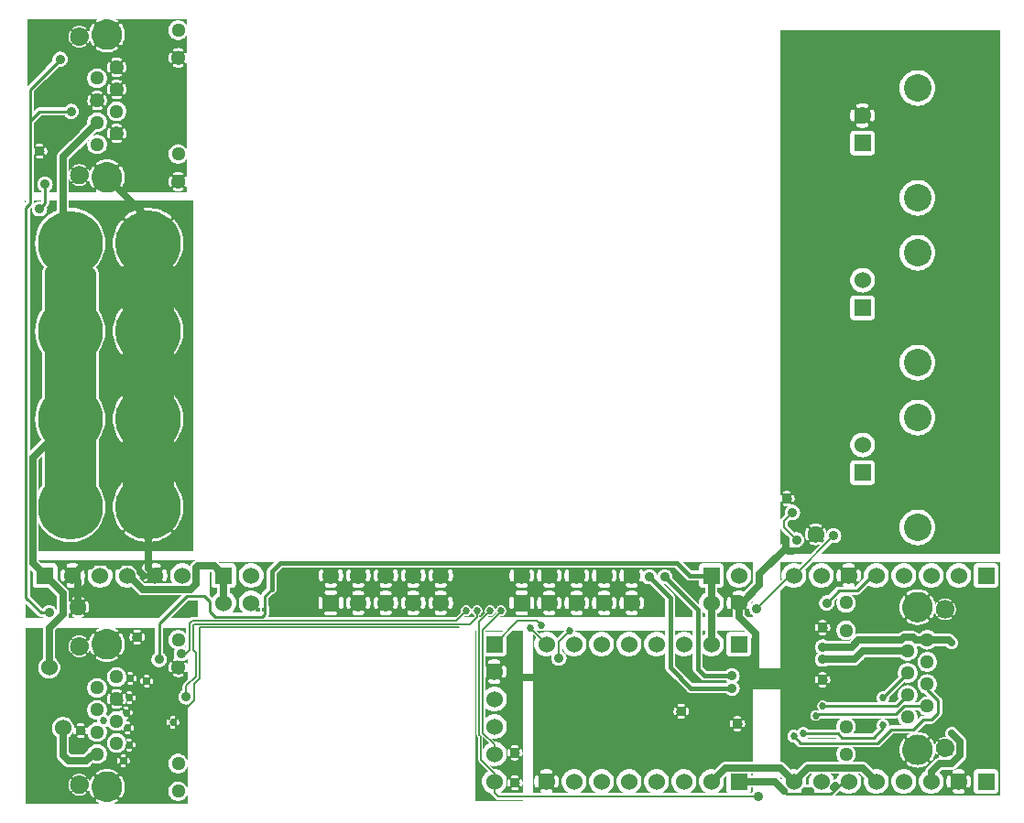
<source format=gbr>
G04 start of page 2 for group 0 idx 0 *
G04 Title: (unknown), top *
G04 Creator: pcb 1.99z *
G04 CreationDate: Sat 29 Oct 2016 01:04:32 AM GMT UTC *
G04 For: commonadmin *
G04 Format: Gerber/RS-274X *
G04 PCB-Dimensions (mil): 4000.00 3000.00 *
G04 PCB-Coordinate-Origin: lower left *
%MOIN*%
%FSLAX25Y25*%
%LNTOP*%
%ADD32C,0.1870*%
%ADD31C,0.0810*%
%ADD30C,0.0945*%
%ADD29C,0.0354*%
%ADD28C,0.0380*%
%ADD27C,0.0350*%
%ADD26C,0.0130*%
%ADD25C,0.0200*%
%ADD24C,0.0270*%
%ADD23C,0.0360*%
%ADD22C,0.2362*%
%ADD21C,0.1000*%
%ADD20C,0.0669*%
%ADD19C,0.1102*%
%ADD18C,0.0512*%
%ADD17C,0.0600*%
%ADD16C,0.0060*%
%ADD15C,0.0150*%
%ADD14C,0.0100*%
%ADD13C,0.0250*%
%ADD12C,0.0400*%
%ADD11C,0.0001*%
G54D11*G36*
X339122Y33551D02*X339159Y33563D01*
X339449Y33629D01*
X339743Y33668D01*
X340039Y33681D01*
X340336Y33668D01*
X340630Y33629D01*
X340919Y33563D01*
X341202Y33473D01*
X341475Y33357D01*
X341511Y33338D01*
X343043Y31806D01*
X343062Y31771D01*
X343177Y31497D01*
X343250Y31271D01*
Y29398D01*
X343177Y29172D01*
X343062Y28899D01*
X342923Y28637D01*
X342761Y28388D01*
X342736Y28348D01*
X342718Y28304D01*
X342708Y28258D01*
X342704Y28211D01*
X342708Y28164D01*
X342720Y28118D01*
X342738Y28075D01*
X342763Y28035D01*
X342790Y28004D01*
X342373Y27586D01*
X342341Y27613D01*
X342301Y27639D01*
X342257Y27657D01*
X342210Y27669D01*
X342163Y27673D01*
X342115Y27670D01*
X342069Y27659D01*
X342025Y27641D01*
X341984Y27615D01*
X341737Y27451D01*
X341475Y27312D01*
X341202Y27197D01*
X340919Y27106D01*
X340630Y27041D01*
X340336Y27001D01*
X340039Y26988D01*
X339743Y27001D01*
X339449Y27041D01*
X339159Y27106D01*
X339122Y27118D01*
Y33551D01*
G37*
G36*
X355000Y98031D02*X360000D01*
Y13031D01*
X355000D01*
Y13538D01*
X358235Y13545D01*
X358465Y13601D01*
X358683Y13691D01*
X358884Y13814D01*
X359064Y13968D01*
X359217Y14147D01*
X359341Y14348D01*
X359431Y14567D01*
X359486Y14796D01*
X359500Y15031D01*
X359486Y21267D01*
X359431Y21496D01*
X359341Y21715D01*
X359217Y21916D01*
X359064Y22095D01*
X358884Y22249D01*
X358683Y22372D01*
X358465Y22462D01*
X358235Y22518D01*
X358000Y22531D01*
X355000Y22525D01*
Y88538D01*
X358235Y88545D01*
X358465Y88601D01*
X358683Y88691D01*
X358884Y88814D01*
X359064Y88968D01*
X359217Y89147D01*
X359341Y89348D01*
X359431Y89567D01*
X359486Y89796D01*
X359500Y90031D01*
X359486Y96267D01*
X359431Y96496D01*
X359341Y96715D01*
X359217Y96916D01*
X359064Y97095D01*
X358884Y97249D01*
X358683Y97372D01*
X358465Y97462D01*
X358235Y97518D01*
X358000Y97531D01*
X355000Y97525D01*
Y98031D01*
G37*
G36*
X348613D02*X355000D01*
Y97525D01*
X351765Y97518D01*
X351535Y97462D01*
X351317Y97372D01*
X351116Y97249D01*
X350936Y97095D01*
X350783Y96916D01*
X350659Y96715D01*
X350569Y96496D01*
X350514Y96267D01*
X350500Y96031D01*
X350514Y89796D01*
X350569Y89567D01*
X350659Y89348D01*
X350783Y89147D01*
X350936Y88968D01*
X351116Y88814D01*
X351317Y88691D01*
X351535Y88601D01*
X351765Y88545D01*
X352000Y88531D01*
X355000Y88538D01*
Y22525D01*
X351765Y22518D01*
X351535Y22462D01*
X351317Y22372D01*
X351116Y22249D01*
X350936Y22095D01*
X350783Y21916D01*
X350659Y21715D01*
X350569Y21496D01*
X350514Y21267D01*
X350500Y21031D01*
X350514Y14796D01*
X350569Y14567D01*
X350659Y14348D01*
X350783Y14147D01*
X350936Y13968D01*
X351116Y13814D01*
X351317Y13691D01*
X351535Y13601D01*
X351765Y13545D01*
X352000Y13531D01*
X355000Y13538D01*
Y13031D01*
X348613D01*
Y15884D01*
X348656Y15892D01*
X348768Y15929D01*
X348873Y15983D01*
X348968Y16053D01*
X349051Y16137D01*
X349119Y16233D01*
X349170Y16340D01*
X349318Y16747D01*
X349422Y17169D01*
X349484Y17598D01*
X349505Y18031D01*
X349484Y18465D01*
X349422Y18894D01*
X349318Y19316D01*
X349175Y19725D01*
X349122Y19831D01*
X349053Y19928D01*
X348970Y20012D01*
X348875Y20083D01*
X348769Y20137D01*
X348657Y20175D01*
X348613Y20182D01*
Y90333D01*
X348652Y90378D01*
X349022Y90982D01*
X349293Y91637D01*
X349458Y92325D01*
X349500Y93031D01*
X349458Y93738D01*
X349293Y94426D01*
X349022Y95081D01*
X348652Y95685D01*
X348613Y95730D01*
Y98031D01*
G37*
G36*
Y13031D02*X344993D01*
Y13527D01*
X345000Y13526D01*
X345433Y13547D01*
X345863Y13610D01*
X346284Y13713D01*
X346694Y13857D01*
X346800Y13909D01*
X346896Y13978D01*
X346981Y14062D01*
X347051Y14157D01*
X347106Y14262D01*
X347143Y14375D01*
X347163Y14492D01*
X347164Y14610D01*
X347146Y14728D01*
X347110Y14841D01*
X347057Y14947D01*
X346988Y15043D01*
X346905Y15128D01*
X346809Y15198D01*
X346704Y15253D01*
X346592Y15290D01*
X346475Y15310D01*
X346356Y15310D01*
X346239Y15293D01*
X346126Y15255D01*
X345855Y15156D01*
X345575Y15087D01*
X345289Y15045D01*
X345000Y15031D01*
X344993Y15032D01*
Y21031D01*
X345000Y21031D01*
X345289Y21018D01*
X345575Y20976D01*
X345855Y20907D01*
X346128Y20811D01*
X346239Y20774D01*
X346356Y20756D01*
X346474Y20757D01*
X346591Y20776D01*
X346703Y20814D01*
X346807Y20868D01*
X346902Y20938D01*
X346985Y21022D01*
X347054Y21118D01*
X347107Y21224D01*
X347143Y21336D01*
X347160Y21453D01*
X347159Y21571D01*
X347140Y21687D01*
X347103Y21799D01*
X347048Y21904D01*
X346978Y21999D01*
X346894Y22082D01*
X346798Y22151D01*
X346692Y22201D01*
X346284Y22350D01*
X345863Y22453D01*
X345433Y22516D01*
X345000Y22537D01*
X344993Y22536D01*
Y23843D01*
X347029Y25878D01*
X347096Y25936D01*
X347326Y26205D01*
X347326Y26205D01*
X347511Y26507D01*
X347646Y26834D01*
X347729Y27178D01*
X347757Y27531D01*
X347750Y27620D01*
Y32443D01*
X347757Y32532D01*
X347729Y32884D01*
X347729Y32885D01*
X347646Y33229D01*
X347511Y33556D01*
X347326Y33858D01*
X347096Y34127D01*
X347029Y34185D01*
X344993Y36220D01*
Y88518D01*
X345000Y88518D01*
X345706Y88573D01*
X346395Y88739D01*
X347049Y89010D01*
X347653Y89380D01*
X348192Y89840D01*
X348613Y90333D01*
Y20182D01*
X348540Y20194D01*
X348421Y20195D01*
X348304Y20177D01*
X348191Y20142D01*
X348085Y20089D01*
X347988Y20020D01*
X347904Y19936D01*
X347833Y19841D01*
X347779Y19736D01*
X347741Y19623D01*
X347722Y19506D01*
X347721Y19387D01*
X347739Y19270D01*
X347777Y19158D01*
X347876Y18887D01*
X347944Y18606D01*
X347986Y18320D01*
X348000Y18031D01*
X347986Y17743D01*
X347944Y17457D01*
X347876Y17176D01*
X347780Y16904D01*
X347742Y16792D01*
X347725Y16675D01*
X347725Y16557D01*
X347745Y16441D01*
X347782Y16329D01*
X347836Y16224D01*
X347906Y16129D01*
X347991Y16046D01*
X348087Y15977D01*
X348192Y15925D01*
X348305Y15889D01*
X348421Y15871D01*
X348539Y15872D01*
X348613Y15884D01*
Y13031D01*
G37*
G36*
X344993Y98031D02*X348613D01*
Y95730D01*
X348192Y96223D01*
X347653Y96683D01*
X347049Y97053D01*
X346395Y97324D01*
X345706Y97490D01*
X345000Y97545D01*
X344993Y97545D01*
Y98031D01*
G37*
G36*
Y13031D02*X341387D01*
Y15881D01*
X341460Y15869D01*
X341579Y15868D01*
X341696Y15886D01*
X341809Y15921D01*
X341915Y15974D01*
X342012Y16043D01*
X342096Y16127D01*
X342167Y16222D01*
X342221Y16327D01*
X342259Y16440D01*
X342278Y16557D01*
X342279Y16676D01*
X342261Y16793D01*
X342223Y16905D01*
X342124Y17176D01*
X342056Y17457D01*
X342014Y17743D01*
X342000Y18031D01*
X342014Y18320D01*
X342056Y18606D01*
X342124Y18887D01*
X342220Y19159D01*
X342258Y19271D01*
X342275Y19388D01*
X342275Y19506D01*
X342255Y19622D01*
X342218Y19734D01*
X342164Y19839D01*
X342094Y19934D01*
X342009Y20017D01*
X341913Y20086D01*
X341808Y20138D01*
X341695Y20174D01*
X341579Y20192D01*
X341461Y20191D01*
X341387Y20179D01*
Y22282D01*
X342412D01*
X342500Y22275D01*
X342853Y22302D01*
X342853Y22302D01*
X343197Y22385D01*
X343525Y22521D01*
X343827Y22706D01*
X344096Y22936D01*
X344153Y23003D01*
X344993Y23843D01*
Y22536D01*
X344567Y22516D01*
X344137Y22453D01*
X343716Y22350D01*
X343306Y22206D01*
X343200Y22154D01*
X343104Y22085D01*
X343019Y22001D01*
X342949Y21906D01*
X342894Y21801D01*
X342857Y21688D01*
X342837Y21571D01*
X342836Y21453D01*
X342854Y21335D01*
X342890Y21222D01*
X342943Y21116D01*
X343012Y21020D01*
X343095Y20935D01*
X343191Y20865D01*
X343296Y20810D01*
X343408Y20773D01*
X343525Y20753D01*
X343644Y20753D01*
X343761Y20770D01*
X343874Y20808D01*
X344145Y20907D01*
X344425Y20976D01*
X344711Y21018D01*
X344993Y21031D01*
Y15032D01*
X344711Y15045D01*
X344425Y15087D01*
X344145Y15156D01*
X343872Y15252D01*
X343761Y15289D01*
X343644Y15307D01*
X343526Y15306D01*
X343409Y15287D01*
X343297Y15249D01*
X343193Y15195D01*
X343098Y15125D01*
X343015Y15041D01*
X342946Y14945D01*
X342893Y14839D01*
X342857Y14727D01*
X342840Y14610D01*
X342841Y14492D01*
X342860Y14376D01*
X342897Y14264D01*
X342952Y14159D01*
X343022Y14064D01*
X343106Y13981D01*
X343202Y13912D01*
X343308Y13862D01*
X343716Y13713D01*
X344137Y13610D01*
X344567Y13547D01*
X344993Y13527D01*
Y13031D01*
G37*
G36*
X341387D02*X339122D01*
Y16223D01*
X339293Y16637D01*
X339458Y17325D01*
X339500Y18031D01*
X339458Y18738D01*
X339293Y19426D01*
X339122Y19840D01*
Y22282D01*
X341387D01*
Y20179D01*
X341344Y20171D01*
X341232Y20134D01*
X341127Y20080D01*
X341032Y20010D01*
X340949Y19926D01*
X340881Y19830D01*
X340830Y19723D01*
X340682Y19316D01*
X340578Y18894D01*
X340516Y18465D01*
X340495Y18031D01*
X340516Y17598D01*
X340578Y17169D01*
X340682Y16747D01*
X340825Y16338D01*
X340878Y16232D01*
X340947Y16135D01*
X341030Y16051D01*
X341125Y15980D01*
X341231Y15926D01*
X341343Y15888D01*
X341387Y15881D01*
Y13031D01*
G37*
G36*
X343345Y81228D02*X343373Y81025D01*
X343386Y80728D01*
X343373Y80432D01*
X343345Y80228D01*
Y81228D01*
G37*
G36*
Y88846D02*X343605Y88739D01*
X344294Y88573D01*
X344993Y88518D01*
Y36220D01*
X344582Y36631D01*
X344407Y36917D01*
X344167Y37198D01*
X343886Y37439D01*
X343570Y37632D01*
X343345Y37725D01*
Y66338D01*
X343570Y66431D01*
X343886Y66624D01*
X344167Y66865D01*
X344407Y67146D01*
X344600Y67461D01*
X344742Y67803D01*
X344828Y68163D01*
X344850Y68531D01*
X344828Y68900D01*
X344742Y69260D01*
X344600Y69602D01*
X344407Y69917D01*
X344167Y70198D01*
X343886Y70439D01*
X343600Y70614D01*
X343345Y70868D01*
Y78577D01*
X343443Y78724D01*
X343608Y79033D01*
X343744Y79356D01*
X343851Y79690D01*
X343928Y80031D01*
X343974Y80378D01*
X343990Y80728D01*
X343974Y81078D01*
X343928Y81425D01*
X343851Y81767D01*
X343744Y82101D01*
X343608Y82423D01*
X343443Y82733D01*
X343345Y82883D01*
Y88846D01*
G37*
G36*
Y98031D02*X344993D01*
Y97545D01*
X344294Y97490D01*
X343605Y97324D01*
X343345Y97217D01*
Y98031D01*
G37*
G36*
Y37725D02*X343228Y37773D01*
X342869Y37860D01*
X342500Y37889D01*
X342131Y37860D01*
X341772Y37773D01*
X341430Y37632D01*
X341114Y37439D01*
X340833Y37198D01*
X340593Y36917D01*
X340400Y36602D01*
X340258Y36260D01*
X340172Y35900D01*
X340143Y35531D01*
X340172Y35163D01*
X340258Y34803D01*
X340400Y34461D01*
X340529Y34251D01*
X340389Y34269D01*
X340039Y34285D01*
X339689Y34269D01*
X339342Y34223D01*
X339122Y34173D01*
Y67337D01*
X340476D01*
X340593Y67146D01*
X340833Y66865D01*
X341114Y66624D01*
X341430Y66431D01*
X341772Y66290D01*
X342131Y66203D01*
X342500Y66174D01*
X342869Y66203D01*
X343228Y66290D01*
X343345Y66338D01*
Y37725D01*
G37*
G36*
X339122Y98031D02*X343345D01*
Y97217D01*
X342951Y97053D01*
X342347Y96683D01*
X341808Y96223D01*
X341348Y95685D01*
X340978Y95081D01*
X340707Y94426D01*
X340542Y93738D01*
X340486Y93031D01*
X340542Y92325D01*
X340707Y91637D01*
X340978Y90982D01*
X341348Y90378D01*
X341808Y89840D01*
X342347Y89380D01*
X342951Y89010D01*
X343345Y88846D01*
Y82883D01*
X343252Y83026D01*
X343222Y83063D01*
X343186Y83094D01*
X343145Y83120D01*
X343101Y83138D01*
X343055Y83150D01*
X343008Y83154D01*
X342960Y83150D01*
X342913Y83140D01*
X342869Y83122D01*
X342828Y83097D01*
X342792Y83066D01*
X342761Y83030D01*
X342735Y82990D01*
X342717Y82946D01*
X342705Y82899D01*
X342701Y82852D01*
X342704Y82804D01*
X342715Y82758D01*
X342733Y82714D01*
X342759Y82673D01*
X342923Y82426D01*
X343062Y82164D01*
X343177Y81891D01*
X343268Y81608D01*
X343333Y81319D01*
X343345Y81228D01*
Y80228D01*
X343333Y80138D01*
X343268Y79848D01*
X343177Y79566D01*
X343062Y79292D01*
X342923Y79030D01*
X342761Y78782D01*
X342736Y78742D01*
X342718Y78698D01*
X342708Y78652D01*
X342704Y78605D01*
X342708Y78558D01*
X342720Y78512D01*
X342738Y78468D01*
X342763Y78428D01*
X342794Y78393D01*
X342830Y78362D01*
X342871Y78338D01*
X342914Y78320D01*
X342960Y78310D01*
X343008Y78306D01*
X343055Y78310D01*
X343100Y78322D01*
X343144Y78340D01*
X343184Y78365D01*
X343220Y78396D01*
X343249Y78433D01*
X343345Y78577D01*
Y70868D01*
X343098Y71115D01*
X343041Y71183D01*
X342772Y71412D01*
X342771Y71413D01*
X342657Y71483D01*
X342470Y71598D01*
X342238Y71693D01*
X342142Y71733D01*
X341798Y71816D01*
X341445Y71844D01*
X341357Y71837D01*
X339122D01*
Y76890D01*
X339342Y76840D01*
X339689Y76794D01*
X340039Y76778D01*
X340389Y76794D01*
X340736Y76840D01*
X341078Y76917D01*
X341412Y77024D01*
X341734Y77160D01*
X342044Y77324D01*
X342337Y77515D01*
X342374Y77546D01*
X342405Y77582D01*
X342431Y77622D01*
X342449Y77666D01*
X342461Y77713D01*
X342465Y77760D01*
X342461Y77808D01*
X342451Y77854D01*
X342433Y77898D01*
X342408Y77939D01*
X342377Y77976D01*
X342341Y78007D01*
X342301Y78032D01*
X342257Y78051D01*
X342210Y78063D01*
X342163Y78067D01*
X342115Y78063D01*
X342069Y78052D01*
X342025Y78034D01*
X341984Y78009D01*
X341737Y77845D01*
X341475Y77706D01*
X341202Y77590D01*
X340919Y77500D01*
X340630Y77434D01*
X340336Y77395D01*
X340039Y77382D01*
X339743Y77395D01*
X339449Y77434D01*
X339159Y77500D01*
X339122Y77512D01*
Y83945D01*
X339159Y83957D01*
X339449Y84022D01*
X339743Y84062D01*
X340039Y84075D01*
X340336Y84062D01*
X340630Y84022D01*
X340919Y83957D01*
X341202Y83866D01*
X341475Y83751D01*
X341737Y83612D01*
X341986Y83450D01*
X342026Y83425D01*
X342070Y83407D01*
X342116Y83397D01*
X342163Y83393D01*
X342210Y83397D01*
X342256Y83409D01*
X342299Y83427D01*
X342339Y83452D01*
X342375Y83483D01*
X342405Y83519D01*
X342430Y83560D01*
X342448Y83603D01*
X342458Y83649D01*
X342462Y83697D01*
X342457Y83744D01*
X342446Y83789D01*
X342428Y83833D01*
X342403Y83873D01*
X342372Y83909D01*
X342335Y83938D01*
X342044Y84132D01*
X341734Y84297D01*
X341412Y84433D01*
X341078Y84540D01*
X340736Y84617D01*
X340389Y84663D01*
X340039Y84679D01*
X339689Y84663D01*
X339342Y84617D01*
X339122Y84567D01*
Y91223D01*
X339293Y91637D01*
X339458Y92325D01*
X339500Y93031D01*
X339458Y93738D01*
X339293Y94426D01*
X339122Y94840D01*
Y98031D01*
G37*
G36*
X338020Y21370D02*X338932Y22282D01*
X339122D01*
Y19840D01*
X339022Y20081D01*
X338652Y20685D01*
X338192Y21223D01*
X338020Y21370D01*
G37*
G36*
X333538Y49372D02*X333874Y49036D01*
X333543Y49062D01*
X333538Y49062D01*
Y49372D01*
G37*
G36*
X335883Y39314D02*X335884Y39314D01*
X336064Y39468D01*
X336102Y39512D01*
X338519Y41929D01*
X338564Y41968D01*
X338717Y42147D01*
X338717Y42147D01*
X338841Y42348D01*
X338931Y42567D01*
X338986Y42796D01*
X339005Y43031D01*
X339000Y43090D01*
Y47473D01*
X339005Y47532D01*
X338986Y47767D01*
X338931Y47996D01*
X338841Y48215D01*
X338717Y48416D01*
X338564Y48595D01*
X338519Y48634D01*
X336107Y51046D01*
X336432Y51425D01*
X336724Y51903D01*
X336939Y52420D01*
X337069Y52965D01*
X337102Y53524D01*
X337069Y54082D01*
X336939Y54627D01*
X336724Y55144D01*
X336432Y55622D01*
X336068Y56048D01*
X335883Y56205D01*
Y58873D01*
X336068Y59031D01*
X336432Y59457D01*
X336724Y59934D01*
X336939Y60452D01*
X337069Y60997D01*
X337102Y61555D01*
X337069Y62114D01*
X336939Y62658D01*
X336724Y63176D01*
X336432Y63654D01*
X336068Y64080D01*
X335883Y64237D01*
Y66905D01*
X336068Y67062D01*
X336302Y67337D01*
X339122D01*
Y34173D01*
X339001Y34146D01*
X338667Y34039D01*
X338344Y33903D01*
X338035Y33739D01*
X337741Y33548D01*
X337705Y33517D01*
X337673Y33481D01*
X337648Y33441D01*
X337629Y33397D01*
X337618Y33350D01*
X337614Y33303D01*
X337617Y33255D01*
X337628Y33209D01*
X337646Y33165D01*
X337671Y33124D01*
X337701Y33087D01*
X337737Y33056D01*
X337778Y33031D01*
X337822Y33012D01*
X337868Y33000D01*
X337916Y32996D01*
X337963Y33000D01*
X338010Y33011D01*
X338054Y33029D01*
X338095Y33054D01*
X338341Y33218D01*
X338603Y33357D01*
X338877Y33473D01*
X339122Y33551D01*
Y27118D01*
X338877Y27197D01*
X338603Y27312D01*
X338341Y27451D01*
X338093Y27613D01*
X338053Y27638D01*
X338009Y27656D01*
X337963Y27666D01*
X337916Y27670D01*
X337869Y27666D01*
X337823Y27654D01*
X337780Y27636D01*
X337739Y27611D01*
X337704Y27580D01*
X337673Y27544D01*
X337649Y27503D01*
X337631Y27460D01*
X337621Y27414D01*
X337617Y27366D01*
X337621Y27319D01*
X337633Y27274D01*
X337651Y27230D01*
X337676Y27190D01*
X337707Y27154D01*
X337744Y27125D01*
X338035Y26931D01*
X338316Y26781D01*
X338088D01*
X338000Y26788D01*
X337647Y26761D01*
X337303Y26678D01*
X336975Y26542D01*
X336673Y26357D01*
X336673Y26357D01*
X336404Y26127D01*
X336347Y26060D01*
X335883Y25597D01*
Y26743D01*
X335891Y26758D01*
X336115Y27289D01*
X336290Y27838D01*
X336416Y28400D01*
X336454Y28681D01*
X336471Y28640D01*
X336635Y28330D01*
X336826Y28037D01*
X336857Y28000D01*
X336893Y27969D01*
X336933Y27943D01*
X336977Y27925D01*
X337024Y27913D01*
X337071Y27909D01*
X337119Y27913D01*
X337165Y27923D01*
X337210Y27941D01*
X337250Y27966D01*
X337287Y27997D01*
X337318Y28033D01*
X337343Y28073D01*
X337362Y28117D01*
X337374Y28164D01*
X337378Y28211D01*
X337374Y28259D01*
X337363Y28305D01*
X337346Y28349D01*
X337320Y28390D01*
X337156Y28637D01*
X337017Y28899D01*
X336901Y29172D01*
X336811Y29455D01*
X336745Y29744D01*
X336706Y30038D01*
X336693Y30335D01*
X336706Y30631D01*
X336745Y30925D01*
X336811Y31215D01*
X336901Y31497D01*
X337017Y31771D01*
X337156Y32033D01*
X337317Y32281D01*
X337343Y32321D01*
X337360Y32365D01*
X337371Y32411D01*
X337374Y32458D01*
X337370Y32505D01*
X337359Y32551D01*
X337341Y32595D01*
X337316Y32635D01*
X337285Y32670D01*
X337248Y32701D01*
X337208Y32725D01*
X337164Y32743D01*
X337118Y32753D01*
X337071Y32757D01*
X337024Y32753D01*
X336978Y32741D01*
X336935Y32723D01*
X336895Y32698D01*
X336859Y32667D01*
X336829Y32630D01*
X336635Y32339D01*
X336471Y32030D01*
X336335Y31707D01*
X336240Y31412D01*
X336115Y31805D01*
X335891Y32336D01*
X335883Y32351D01*
Y39314D01*
G37*
G36*
Y64237D02*X335642Y64443D01*
X335164Y64736D01*
X334647Y64950D01*
X334102Y65081D01*
X333543Y65125D01*
X333538Y65125D01*
Y66017D01*
X333543Y66017D01*
X334102Y66061D01*
X334647Y66191D01*
X335164Y66406D01*
X335642Y66698D01*
X335883Y66905D01*
Y64237D01*
G37*
G36*
Y56205D02*X335642Y56412D01*
X335164Y56705D01*
X334647Y56919D01*
X334102Y57050D01*
X333543Y57094D01*
X333538Y57093D01*
Y57986D01*
X333543Y57985D01*
X334102Y58029D01*
X334647Y58160D01*
X335164Y58374D01*
X335642Y58667D01*
X335883Y58873D01*
Y56205D01*
G37*
G36*
X333538Y33946D02*X333572Y33949D01*
X333648Y33968D01*
X333720Y33999D01*
X333787Y34040D01*
X333846Y34092D01*
X333897Y34152D01*
X333937Y34220D01*
X333967Y34293D01*
X333985Y34370D01*
X333990Y34448D01*
X333983Y34526D01*
X333964Y34603D01*
X333933Y34675D01*
X333891Y34742D01*
X333840Y34801D01*
X333779Y34851D01*
X333538Y35010D01*
Y39031D01*
X334941D01*
X335000Y39027D01*
X335235Y39045D01*
X335235Y39045D01*
X335465Y39101D01*
X335683Y39191D01*
X335883Y39314D01*
Y32351D01*
X335622Y32846D01*
X335309Y33330D01*
X335258Y33391D01*
X335198Y33443D01*
X335130Y33485D01*
X335057Y33516D01*
X334980Y33536D01*
X334901Y33543D01*
X334822Y33537D01*
X334744Y33519D01*
X334670Y33490D01*
X334602Y33449D01*
X334541Y33397D01*
X334489Y33337D01*
X334447Y33270D01*
X334416Y33197D01*
X334396Y33120D01*
X334389Y33040D01*
X334395Y32961D01*
X334413Y32884D01*
X334442Y32810D01*
X334485Y32742D01*
X334754Y32337D01*
X334982Y31906D01*
X335171Y31457D01*
X335319Y30992D01*
X335426Y30517D01*
X335490Y30034D01*
X335512Y29547D01*
X335490Y29060D01*
X335426Y28577D01*
X335319Y28102D01*
X335171Y27638D01*
X334982Y27189D01*
X334754Y26758D01*
X334489Y26349D01*
X334447Y26282D01*
X334418Y26209D01*
X334400Y26133D01*
X334395Y26054D01*
X334402Y25976D01*
X334421Y25899D01*
X334451Y25827D01*
X334493Y25760D01*
X334545Y25701D01*
X334605Y25650D01*
X334673Y25610D01*
X334746Y25580D01*
X334822Y25563D01*
X334901Y25557D01*
X334979Y25564D01*
X335056Y25583D01*
X335128Y25614D01*
X335195Y25656D01*
X335254Y25707D01*
X335303Y25769D01*
X335622Y26249D01*
X335883Y26743D01*
Y25597D01*
X333538Y23251D01*
Y24080D01*
X333782Y24239D01*
X333844Y24289D01*
X333896Y24349D01*
X333938Y24417D01*
X333969Y24490D01*
X333988Y24567D01*
X333995Y24646D01*
X333990Y24726D01*
X333972Y24803D01*
X333942Y24877D01*
X333901Y24945D01*
X333850Y25006D01*
X333790Y25058D01*
X333723Y25101D01*
X333650Y25132D01*
X333572Y25151D01*
X333538Y25154D01*
Y33946D01*
G37*
G36*
X339122Y13031D02*X333538D01*
Y13766D01*
X333605Y13739D01*
X334294Y13573D01*
X335000Y13518D01*
X335706Y13573D01*
X336395Y13739D01*
X337049Y14010D01*
X337653Y14380D01*
X338192Y14840D01*
X338652Y15378D01*
X339022Y15982D01*
X339122Y16223D01*
Y13031D01*
G37*
G36*
X333538Y57093D02*X332985Y57050D01*
X332440Y56919D01*
X331923Y56705D01*
X331445Y56412D01*
X331019Y56048D01*
X330655Y55622D01*
X330362Y55144D01*
X330148Y54627D01*
X330017Y54082D01*
X329973Y53524D01*
X330017Y52965D01*
X330148Y52420D01*
X330362Y51903D01*
X330655Y51425D01*
X331019Y50999D01*
X331445Y50635D01*
X331923Y50343D01*
X332440Y50128D01*
X332890Y50020D01*
X333538Y49372D01*
Y49062D01*
X332985Y49018D01*
X332440Y48887D01*
X331923Y48673D01*
X331445Y48380D01*
X331019Y48017D01*
X330655Y47591D01*
X330362Y47113D01*
X330329Y47031D01*
X329022D01*
X329345Y47409D01*
X329638Y47887D01*
X329852Y48405D01*
X329983Y48949D01*
X330016Y49508D01*
X329983Y50066D01*
X329852Y50611D01*
X329638Y51129D01*
X329345Y51606D01*
X328981Y52032D01*
X328555Y52396D01*
X328077Y52689D01*
X327560Y52903D01*
X327015Y53034D01*
X326457Y53078D01*
X325898Y53034D01*
X325353Y52903D01*
X324993Y52754D01*
Y53954D01*
X325233Y54194D01*
X325353Y54144D01*
X325898Y54013D01*
X326457Y53969D01*
X327015Y54013D01*
X327560Y54144D01*
X328077Y54358D01*
X328555Y54651D01*
X328981Y55015D01*
X329345Y55441D01*
X329638Y55919D01*
X329852Y56436D01*
X329983Y56981D01*
X330016Y57539D01*
X329983Y58098D01*
X329852Y58643D01*
X329638Y59160D01*
X329345Y59638D01*
X328981Y60064D01*
X328555Y60428D01*
X328077Y60720D01*
X327560Y60935D01*
X327015Y61065D01*
X326457Y61109D01*
X325898Y61065D01*
X325353Y60935D01*
X324993Y60785D01*
Y62325D01*
X325353Y62176D01*
X325898Y62045D01*
X326457Y62001D01*
X327015Y62045D01*
X327560Y62176D01*
X328077Y62390D01*
X328555Y62683D01*
X328981Y63046D01*
X329345Y63472D01*
X329638Y63950D01*
X329852Y64468D01*
X329983Y65012D01*
X330016Y65571D01*
X329983Y66129D01*
X329852Y66674D01*
X329638Y67192D01*
X329549Y67337D01*
X330785D01*
X331019Y67062D01*
X331445Y66698D01*
X331923Y66406D01*
X332440Y66191D01*
X332985Y66061D01*
X333538Y66017D01*
Y65125D01*
X332985Y65081D01*
X332440Y64950D01*
X331923Y64736D01*
X331445Y64443D01*
X331019Y64080D01*
X330655Y63654D01*
X330362Y63176D01*
X330148Y62658D01*
X330017Y62114D01*
X329973Y61555D01*
X330017Y60997D01*
X330148Y60452D01*
X330362Y59934D01*
X330655Y59457D01*
X331019Y59031D01*
X331445Y58667D01*
X331923Y58374D01*
X332440Y58160D01*
X332985Y58029D01*
X333538Y57986D01*
Y57093D01*
G37*
G36*
Y35010D02*X333299Y35169D01*
X332789Y35438D01*
X332258Y35662D01*
X331709Y35837D01*
X331147Y35964D01*
X330576Y36040D01*
X330000Y36065D01*
X329639Y36049D01*
X332621Y39031D01*
X333538D01*
Y35010D01*
G37*
G36*
Y13031D02*X324993D01*
Y13518D01*
X325000Y13518D01*
X325706Y13573D01*
X326395Y13739D01*
X327049Y14010D01*
X327653Y14380D01*
X328192Y14840D01*
X328652Y15378D01*
X329022Y15982D01*
X329293Y16637D01*
X329458Y17325D01*
X329500Y18031D01*
X329458Y18738D01*
X329293Y19426D01*
X329022Y20081D01*
X328652Y20685D01*
X328192Y21223D01*
X327653Y21683D01*
X327049Y22053D01*
X326395Y22324D01*
X325706Y22490D01*
X325000Y22545D01*
X324993Y22545D01*
Y25566D01*
X325020Y25559D01*
X325099Y25552D01*
X325178Y25557D01*
X325256Y25575D01*
X325330Y25605D01*
X325398Y25646D01*
X325459Y25697D01*
X325511Y25757D01*
X325553Y25824D01*
X325584Y25898D01*
X325604Y25975D01*
X325611Y26054D01*
X325605Y26133D01*
X325587Y26211D01*
X325558Y26285D01*
X325515Y26352D01*
X325246Y26758D01*
X325018Y27189D01*
X324993Y27249D01*
Y31846D01*
X325018Y31906D01*
X325246Y32337D01*
X325511Y32746D01*
X325553Y32812D01*
X325582Y32885D01*
X325600Y32962D01*
X325605Y33040D01*
X325598Y33119D01*
X325579Y33195D01*
X325549Y33268D01*
X325507Y33334D01*
X325455Y33394D01*
X325395Y33444D01*
X325327Y33485D01*
X325254Y33514D01*
X325178Y33532D01*
X325099Y33537D01*
X325021Y33530D01*
X324993Y33523D01*
Y35532D01*
X327432D01*
X327211Y35438D01*
X326701Y35169D01*
X326218Y34856D01*
X326156Y34805D01*
X326104Y34745D01*
X326062Y34678D01*
X326031Y34605D01*
X326012Y34527D01*
X326005Y34448D01*
X326010Y34369D01*
X326028Y34291D01*
X326058Y34217D01*
X326099Y34149D01*
X326150Y34088D01*
X326210Y34036D01*
X326277Y33994D01*
X326350Y33963D01*
X326428Y33943D01*
X326507Y33936D01*
X326586Y33942D01*
X326664Y33960D01*
X326737Y33990D01*
X326805Y34032D01*
X327211Y34301D01*
X327641Y34529D01*
X328091Y34718D01*
X328555Y34866D01*
X329030Y34973D01*
X329513Y35038D01*
X330000Y35059D01*
X330487Y35038D01*
X330970Y34973D01*
X331445Y34866D01*
X331909Y34718D01*
X332359Y34529D01*
X332789Y34301D01*
X333198Y34036D01*
X333265Y33994D01*
X333338Y33965D01*
X333415Y33947D01*
X333493Y33942D01*
X333538Y33946D01*
Y25154D01*
X333493Y25158D01*
X333414Y25152D01*
X333336Y25135D01*
X333263Y25105D01*
X333195Y25063D01*
X332789Y24793D01*
X332359Y24566D01*
X331909Y24377D01*
X331445Y24228D01*
X330970Y24121D01*
X330487Y24057D01*
X330000Y24035D01*
X329513Y24057D01*
X329030Y24121D01*
X328555Y24228D01*
X328091Y24377D01*
X327641Y24566D01*
X327211Y24793D01*
X326802Y25058D01*
X326735Y25100D01*
X326662Y25129D01*
X326585Y25147D01*
X326507Y25153D01*
X326428Y25146D01*
X326352Y25127D01*
X326280Y25096D01*
X326213Y25054D01*
X326154Y25002D01*
X326103Y24942D01*
X326063Y24875D01*
X326033Y24802D01*
X326015Y24725D01*
X326010Y24646D01*
X326017Y24568D01*
X326036Y24492D01*
X326067Y24419D01*
X326109Y24353D01*
X326160Y24293D01*
X326221Y24244D01*
X326701Y23925D01*
X327211Y23656D01*
X327742Y23433D01*
X328291Y23257D01*
X328853Y23131D01*
X329424Y23055D01*
X330000Y23029D01*
X330576Y23055D01*
X331147Y23131D01*
X331709Y23257D01*
X332258Y23433D01*
X332789Y23656D01*
X333299Y23925D01*
X333538Y24080D01*
Y23251D01*
X333471Y23185D01*
X333404Y23127D01*
X333174Y22858D01*
X332989Y22556D01*
X332854Y22229D01*
X332787Y21953D01*
X332347Y21683D01*
X331808Y21223D01*
X331348Y20685D01*
X330978Y20081D01*
X330707Y19426D01*
X330542Y18738D01*
X330486Y18031D01*
X330542Y17325D01*
X330707Y16637D01*
X330978Y15982D01*
X331348Y15378D01*
X331808Y14840D01*
X332347Y14380D01*
X332951Y14010D01*
X333538Y13766D01*
Y13031D01*
G37*
G36*
X324993Y27249D02*X324829Y27638D01*
X324681Y28102D01*
X324574Y28577D01*
X324510Y29060D01*
X324488Y29547D01*
X324510Y30034D01*
X324574Y30517D01*
X324681Y30992D01*
X324829Y31457D01*
X324993Y31846D01*
Y27249D01*
G37*
G36*
Y60785D02*X324836Y60720D01*
X324358Y60428D01*
X323932Y60064D01*
X323568Y59638D01*
X323276Y59160D01*
X323061Y58643D01*
X322931Y58098D01*
X322887Y57539D01*
X322931Y56981D01*
X323061Y56436D01*
X323111Y56315D01*
X317671Y50875D01*
X317500Y50889D01*
X317131Y50860D01*
X316772Y50773D01*
X316430Y50632D01*
X316114Y50439D01*
X315833Y50198D01*
X315593Y49917D01*
X315400Y49602D01*
X315258Y49260D01*
X315172Y48900D01*
X315143Y48531D01*
X315172Y48163D01*
X315258Y47803D01*
X315400Y47461D01*
X315593Y47146D01*
X315691Y47031D01*
X306846D01*
Y60281D01*
X306912D01*
X307000Y60275D01*
X307353Y60302D01*
X307353Y60302D01*
X307697Y60385D01*
X308025Y60521D01*
X308327Y60706D01*
X308596Y60936D01*
X308653Y61003D01*
X309600Y61949D01*
X309886Y62124D01*
X310167Y62365D01*
X310407Y62646D01*
X310582Y62932D01*
X310971Y63321D01*
X323698D01*
X323932Y63046D01*
X324358Y62683D01*
X324836Y62390D01*
X324993Y62325D01*
Y60785D01*
G37*
G36*
Y52754D02*X324836Y52689D01*
X324358Y52396D01*
X323932Y52032D01*
X323568Y51606D01*
X323276Y51129D01*
X323061Y50611D01*
X322931Y50066D01*
X322887Y49508D01*
X322931Y48949D01*
X323061Y48405D01*
X323111Y48284D01*
X321859Y47031D01*
X319309D01*
X319407Y47146D01*
X319600Y47461D01*
X319742Y47803D01*
X319828Y48163D01*
X319850Y48531D01*
X319834Y48796D01*
X324993Y53954D01*
Y52754D01*
G37*
G36*
Y13031D02*X306846D01*
Y13925D01*
X307049Y14010D01*
X307653Y14380D01*
X308192Y14840D01*
X308652Y15378D01*
X309022Y15982D01*
X309293Y16637D01*
X309458Y17325D01*
X309500Y18031D01*
X309458Y18738D01*
X309293Y19426D01*
X309022Y20081D01*
X308652Y20685D01*
X308569Y20781D01*
X309068D01*
X310652Y19197D01*
X310542Y18738D01*
X310486Y18031D01*
X310542Y17325D01*
X310707Y16637D01*
X310978Y15982D01*
X311348Y15378D01*
X311808Y14840D01*
X312347Y14380D01*
X312951Y14010D01*
X313605Y13739D01*
X314294Y13573D01*
X315000Y13518D01*
X315706Y13573D01*
X316395Y13739D01*
X317049Y14010D01*
X317653Y14380D01*
X318192Y14840D01*
X318652Y15378D01*
X319022Y15982D01*
X319293Y16637D01*
X319458Y17325D01*
X319500Y18031D01*
X319458Y18738D01*
X319293Y19426D01*
X319022Y20081D01*
X318652Y20685D01*
X318192Y21223D01*
X317653Y21683D01*
X317049Y22053D01*
X316395Y22324D01*
X315706Y22490D01*
X315000Y22545D01*
X314294Y22490D01*
X313834Y22379D01*
X311653Y24560D01*
X311596Y24627D01*
X311327Y24857D01*
X311025Y25042D01*
X310697Y25178D01*
X310353Y25261D01*
X310353Y25261D01*
X310000Y25288D01*
X309912Y25282D01*
X306846D01*
Y25806D01*
X306904Y25874D01*
X307197Y26352D01*
X307411Y26869D01*
X307542Y27414D01*
X307575Y27972D01*
X307542Y28531D01*
X307411Y29076D01*
X307197Y29593D01*
X306904Y30071D01*
X306846Y30139D01*
Y30531D01*
X315441D01*
X315500Y30527D01*
X315735Y30545D01*
X315735Y30545D01*
X315965Y30601D01*
X316183Y30691D01*
X316384Y30814D01*
X316564Y30968D01*
X316602Y31012D01*
X321121Y35532D01*
X324993D01*
Y33523D01*
X324944Y33511D01*
X324872Y33480D01*
X324805Y33439D01*
X324746Y33387D01*
X324697Y33326D01*
X324378Y32846D01*
X324109Y32336D01*
X323885Y31805D01*
X323710Y31256D01*
X323584Y30694D01*
X323507Y30123D01*
X323482Y29547D01*
X323507Y28972D01*
X323584Y28400D01*
X323710Y27838D01*
X323885Y27289D01*
X324109Y26758D01*
X324378Y26249D01*
X324691Y25765D01*
X324742Y25704D01*
X324802Y25651D01*
X324870Y25609D01*
X324943Y25578D01*
X324993Y25566D01*
Y22545D01*
X324294Y22490D01*
X323605Y22324D01*
X322951Y22053D01*
X322347Y21683D01*
X321808Y21223D01*
X321348Y20685D01*
X320978Y20081D01*
X320707Y19426D01*
X320542Y18738D01*
X320486Y18031D01*
X320542Y17325D01*
X320707Y16637D01*
X320978Y15982D01*
X321348Y15378D01*
X321808Y14840D01*
X322347Y14380D01*
X322951Y14010D01*
X323605Y13739D01*
X324294Y13573D01*
X324993Y13518D01*
Y13031D01*
G37*
G36*
X335883Y88616D02*X336395Y88739D01*
X337049Y89010D01*
X337653Y89380D01*
X338192Y89840D01*
X338652Y90378D01*
X339022Y90982D01*
X339122Y91223D01*
Y84567D01*
X339001Y84540D01*
X338667Y84433D01*
X338344Y84297D01*
X338035Y84132D01*
X337741Y83941D01*
X337705Y83911D01*
X337673Y83875D01*
X337648Y83834D01*
X337629Y83790D01*
X337618Y83744D01*
X337614Y83697D01*
X337617Y83649D01*
X337628Y83602D01*
X337646Y83558D01*
X337671Y83517D01*
X337701Y83481D01*
X337737Y83450D01*
X337778Y83424D01*
X337822Y83406D01*
X337868Y83394D01*
X337916Y83390D01*
X337963Y83393D01*
X338010Y83404D01*
X338054Y83422D01*
X338095Y83448D01*
X338341Y83612D01*
X338603Y83751D01*
X338877Y83866D01*
X339122Y83945D01*
Y77512D01*
X338877Y77590D01*
X338603Y77706D01*
X338341Y77845D01*
X338093Y78006D01*
X338053Y78032D01*
X338009Y78049D01*
X337963Y78060D01*
X337916Y78063D01*
X337869Y78059D01*
X337823Y78048D01*
X337780Y78029D01*
X337739Y78005D01*
X337704Y77974D01*
X337673Y77937D01*
X337649Y77897D01*
X337631Y77853D01*
X337621Y77807D01*
X337617Y77760D01*
X337621Y77713D01*
X337633Y77667D01*
X337651Y77624D01*
X337676Y77584D01*
X337707Y77548D01*
X337744Y77518D01*
X338035Y77324D01*
X338344Y77160D01*
X338667Y77024D01*
X339001Y76917D01*
X339122Y76890D01*
Y71837D01*
X336302D01*
X336068Y72111D01*
X335883Y72268D01*
Y78712D01*
X335891Y78727D01*
X336115Y79258D01*
X336240Y79651D01*
X336335Y79356D01*
X336471Y79033D01*
X336635Y78724D01*
X336826Y78430D01*
X336857Y78394D01*
X336893Y78362D01*
X336933Y78337D01*
X336977Y78318D01*
X337024Y78307D01*
X337071Y78303D01*
X337119Y78306D01*
X337165Y78317D01*
X337210Y78335D01*
X337250Y78360D01*
X337287Y78390D01*
X337318Y78426D01*
X337343Y78467D01*
X337362Y78511D01*
X337374Y78557D01*
X337378Y78605D01*
X337374Y78652D01*
X337363Y78699D01*
X337346Y78743D01*
X337320Y78784D01*
X337156Y79030D01*
X337017Y79292D01*
X336901Y79566D01*
X336811Y79848D01*
X336745Y80138D01*
X336706Y80432D01*
X336693Y80728D01*
X336706Y81025D01*
X336745Y81319D01*
X336811Y81608D01*
X336901Y81891D01*
X337017Y82164D01*
X337156Y82426D01*
X337317Y82675D01*
X337343Y82715D01*
X337360Y82759D01*
X337371Y82805D01*
X337374Y82852D01*
X337370Y82899D01*
X337359Y82945D01*
X337341Y82988D01*
X337316Y83028D01*
X337285Y83064D01*
X337248Y83094D01*
X337208Y83119D01*
X337164Y83136D01*
X337118Y83147D01*
X337071Y83151D01*
X337024Y83146D01*
X336978Y83135D01*
X336935Y83117D01*
X336895Y83092D01*
X336859Y83061D01*
X336829Y83024D01*
X336635Y82733D01*
X336471Y82423D01*
X336454Y82382D01*
X336416Y82663D01*
X336290Y83225D01*
X336115Y83774D01*
X335891Y84305D01*
X335883Y84320D01*
Y88616D01*
G37*
G36*
Y98031D02*X339122D01*
Y94840D01*
X339022Y95081D01*
X338652Y95685D01*
X338192Y96223D01*
X337653Y96683D01*
X337049Y97053D01*
X336395Y97324D01*
X335883Y97447D01*
Y98031D01*
G37*
G36*
X330003D02*X335883D01*
Y97447D01*
X335706Y97490D01*
X335000Y97545D01*
X334294Y97490D01*
X333605Y97324D01*
X332951Y97053D01*
X332347Y96683D01*
X331808Y96223D01*
X331348Y95685D01*
X330978Y95081D01*
X330707Y94426D01*
X330542Y93738D01*
X330486Y93031D01*
X330542Y92325D01*
X330707Y91637D01*
X330978Y90982D01*
X331348Y90378D01*
X331808Y89840D01*
X332347Y89380D01*
X332951Y89010D01*
X333605Y88739D01*
X334294Y88573D01*
X335000Y88518D01*
X335706Y88573D01*
X335883Y88616D01*
Y84320D01*
X335622Y84814D01*
X335309Y85298D01*
X335258Y85359D01*
X335198Y85412D01*
X335130Y85454D01*
X335057Y85485D01*
X334980Y85504D01*
X334901Y85511D01*
X334822Y85506D01*
X334744Y85488D01*
X334670Y85458D01*
X334602Y85417D01*
X334541Y85366D01*
X334489Y85306D01*
X334447Y85239D01*
X334416Y85165D01*
X334396Y85088D01*
X334389Y85009D01*
X334395Y84930D01*
X334413Y84852D01*
X334442Y84778D01*
X334485Y84711D01*
X334754Y84305D01*
X334982Y83874D01*
X335171Y83425D01*
X335319Y82961D01*
X335426Y82486D01*
X335490Y82003D01*
X335512Y81516D01*
X335490Y81029D01*
X335426Y80546D01*
X335319Y80070D01*
X335171Y79606D01*
X334982Y79157D01*
X334754Y78726D01*
X334489Y78317D01*
X334447Y78251D01*
X334418Y78178D01*
X334400Y78101D01*
X334395Y78023D01*
X334402Y77944D01*
X334421Y77868D01*
X334451Y77795D01*
X334493Y77729D01*
X334545Y77669D01*
X334605Y77619D01*
X334673Y77578D01*
X334746Y77549D01*
X334822Y77531D01*
X334901Y77526D01*
X334979Y77533D01*
X335056Y77552D01*
X335128Y77583D01*
X335195Y77624D01*
X335254Y77676D01*
X335303Y77737D01*
X335622Y78217D01*
X335883Y78712D01*
Y72268D01*
X335642Y72475D01*
X335164Y72768D01*
X334647Y72982D01*
X334102Y73113D01*
X333543Y73157D01*
X332985Y73113D01*
X332440Y72982D01*
X331923Y72768D01*
X331445Y72475D01*
X331019Y72111D01*
X330785Y71837D01*
X330377D01*
X330153Y72060D01*
X330096Y72127D01*
X330003Y72207D01*
Y74998D01*
X330576Y75023D01*
X331147Y75099D01*
X331709Y75226D01*
X332258Y75401D01*
X332789Y75624D01*
X333299Y75894D01*
X333782Y76207D01*
X333844Y76258D01*
X333896Y76318D01*
X333938Y76385D01*
X333969Y76458D01*
X333988Y76536D01*
X333995Y76615D01*
X333990Y76694D01*
X333972Y76772D01*
X333942Y76846D01*
X333901Y76914D01*
X333850Y76975D01*
X333790Y77027D01*
X333723Y77069D01*
X333650Y77100D01*
X333572Y77120D01*
X333493Y77127D01*
X333414Y77121D01*
X333336Y77103D01*
X333263Y77073D01*
X333195Y77031D01*
X332789Y76762D01*
X332359Y76534D01*
X331909Y76345D01*
X331445Y76197D01*
X330970Y76090D01*
X330487Y76025D01*
X330003Y76004D01*
Y87027D01*
X330487Y87006D01*
X330970Y86942D01*
X331445Y86835D01*
X331909Y86686D01*
X332359Y86497D01*
X332789Y86270D01*
X333198Y86005D01*
X333265Y85963D01*
X333338Y85934D01*
X333415Y85916D01*
X333493Y85910D01*
X333572Y85917D01*
X333648Y85936D01*
X333720Y85967D01*
X333787Y86009D01*
X333846Y86061D01*
X333897Y86121D01*
X333937Y86188D01*
X333967Y86261D01*
X333985Y86338D01*
X333990Y86417D01*
X333983Y86495D01*
X333964Y86571D01*
X333933Y86644D01*
X333891Y86710D01*
X333840Y86770D01*
X333779Y86819D01*
X333299Y87138D01*
X332789Y87407D01*
X332258Y87630D01*
X331709Y87806D01*
X331147Y87932D01*
X330576Y88008D01*
X330003Y88034D01*
Y98031D01*
G37*
G36*
X324993D02*X330003D01*
Y88034D01*
X330000Y88034D01*
X329424Y88008D01*
X328853Y87932D01*
X328291Y87806D01*
X327742Y87630D01*
X327211Y87407D01*
X326701Y87138D01*
X326218Y86824D01*
X326156Y86774D01*
X326104Y86714D01*
X326062Y86646D01*
X326031Y86573D01*
X326012Y86496D01*
X326005Y86417D01*
X326010Y86337D01*
X326028Y86260D01*
X326058Y86186D01*
X326099Y86118D01*
X326150Y86057D01*
X326210Y86005D01*
X326277Y85962D01*
X326350Y85931D01*
X326428Y85912D01*
X326507Y85905D01*
X326586Y85910D01*
X326664Y85928D01*
X326737Y85958D01*
X326805Y86000D01*
X327211Y86270D01*
X327641Y86497D01*
X328091Y86686D01*
X328555Y86835D01*
X329030Y86942D01*
X329513Y87006D01*
X330000Y87028D01*
X330003Y87027D01*
Y76004D01*
X330000Y76004D01*
X329513Y76025D01*
X329030Y76090D01*
X328555Y76197D01*
X328091Y76345D01*
X327641Y76534D01*
X327211Y76762D01*
X326802Y77027D01*
X326735Y77069D01*
X326662Y77098D01*
X326585Y77116D01*
X326507Y77121D01*
X326428Y77114D01*
X326352Y77095D01*
X326280Y77064D01*
X326213Y77023D01*
X326154Y76971D01*
X326103Y76911D01*
X326063Y76843D01*
X326033Y76770D01*
X326015Y76693D01*
X326010Y76615D01*
X326017Y76537D01*
X326036Y76460D01*
X326067Y76388D01*
X326109Y76321D01*
X326160Y76262D01*
X326221Y76212D01*
X326701Y75894D01*
X327211Y75624D01*
X327742Y75401D01*
X328291Y75226D01*
X328853Y75099D01*
X329424Y75023D01*
X330000Y74998D01*
X330003Y74998D01*
Y72207D01*
X329827Y72357D01*
X329525Y72542D01*
X329197Y72678D01*
X328853Y72761D01*
X328853Y72761D01*
X328500Y72788D01*
X328412Y72782D01*
X325088D01*
X325000Y72788D01*
X324993Y72788D01*
Y77534D01*
X325020Y77527D01*
X325099Y77520D01*
X325178Y77526D01*
X325256Y77544D01*
X325330Y77573D01*
X325398Y77614D01*
X325459Y77666D01*
X325511Y77726D01*
X325553Y77793D01*
X325584Y77866D01*
X325604Y77943D01*
X325611Y78023D01*
X325605Y78102D01*
X325587Y78179D01*
X325558Y78253D01*
X325515Y78321D01*
X325246Y78726D01*
X325018Y79157D01*
X324993Y79217D01*
Y83814D01*
X325018Y83874D01*
X325246Y84305D01*
X325511Y84714D01*
X325553Y84781D01*
X325582Y84854D01*
X325600Y84930D01*
X325605Y85009D01*
X325598Y85087D01*
X325579Y85164D01*
X325549Y85236D01*
X325507Y85303D01*
X325455Y85362D01*
X325395Y85413D01*
X325327Y85453D01*
X325254Y85483D01*
X325178Y85500D01*
X325099Y85506D01*
X325021Y85499D01*
X324993Y85492D01*
Y88518D01*
X325000Y88518D01*
X325706Y88573D01*
X326395Y88739D01*
X327049Y89010D01*
X327653Y89380D01*
X328192Y89840D01*
X328652Y90378D01*
X329022Y90982D01*
X329293Y91637D01*
X329458Y92325D01*
X329500Y93031D01*
X329458Y93738D01*
X329293Y94426D01*
X329022Y95081D01*
X328652Y95685D01*
X328192Y96223D01*
X327653Y96683D01*
X327049Y97053D01*
X326395Y97324D01*
X325706Y97490D01*
X325000Y97545D01*
X324993Y97545D01*
Y98031D01*
G37*
G36*
Y79217D02*X324829Y79606D01*
X324681Y80070D01*
X324574Y80546D01*
X324510Y81029D01*
X324488Y81516D01*
X324510Y82003D01*
X324574Y82486D01*
X324681Y82961D01*
X324829Y83425D01*
X324993Y83814D01*
Y79217D01*
G37*
G36*
X308613Y98031D02*X324993D01*
Y97545D01*
X324294Y97490D01*
X323605Y97324D01*
X322951Y97053D01*
X322347Y96683D01*
X321808Y96223D01*
X321348Y95685D01*
X320978Y95081D01*
X320707Y94426D01*
X320542Y93738D01*
X320486Y93031D01*
X320542Y92325D01*
X320707Y91637D01*
X320978Y90982D01*
X321348Y90378D01*
X321808Y89840D01*
X322347Y89380D01*
X322951Y89010D01*
X323605Y88739D01*
X324294Y88573D01*
X324993Y88518D01*
Y85492D01*
X324944Y85480D01*
X324872Y85449D01*
X324805Y85407D01*
X324746Y85356D01*
X324697Y85294D01*
X324378Y84814D01*
X324109Y84305D01*
X323885Y83774D01*
X323710Y83225D01*
X323584Y82663D01*
X323507Y82091D01*
X323482Y81516D01*
X323507Y80940D01*
X323584Y80369D01*
X323710Y79807D01*
X323885Y79258D01*
X324109Y78727D01*
X324378Y78217D01*
X324691Y77733D01*
X324742Y77672D01*
X324802Y77620D01*
X324870Y77578D01*
X324943Y77547D01*
X324993Y77534D01*
Y72788D01*
X324647Y72761D01*
X324303Y72678D01*
X323975Y72542D01*
X323673Y72357D01*
X323673Y72357D01*
X323404Y72127D01*
X323347Y72060D01*
X323123Y71837D01*
X308643D01*
X308613Y71839D01*
Y86162D01*
X308683Y86191D01*
X308884Y86314D01*
X309064Y86468D01*
X309102Y86512D01*
X312143Y89553D01*
X312347Y89380D01*
X312951Y89010D01*
X313605Y88739D01*
X314294Y88573D01*
X315000Y88518D01*
X315706Y88573D01*
X316395Y88739D01*
X317049Y89010D01*
X317653Y89380D01*
X318192Y89840D01*
X318652Y90378D01*
X319022Y90982D01*
X319293Y91637D01*
X319458Y92325D01*
X319500Y93031D01*
X319458Y93738D01*
X319293Y94426D01*
X319022Y95081D01*
X318652Y95685D01*
X318192Y96223D01*
X317653Y96683D01*
X317049Y97053D01*
X316395Y97324D01*
X315706Y97490D01*
X315000Y97545D01*
X314294Y97490D01*
X313605Y97324D01*
X312951Y97053D01*
X312347Y96683D01*
X311808Y96223D01*
X311348Y95685D01*
X310978Y95081D01*
X310707Y94426D01*
X310542Y93738D01*
X310486Y93031D01*
X310542Y92325D01*
X310567Y92220D01*
X308613Y90266D01*
Y90884D01*
X308656Y90892D01*
X308768Y90929D01*
X308873Y90983D01*
X308968Y91053D01*
X309051Y91137D01*
X309119Y91233D01*
X309170Y91340D01*
X309318Y91747D01*
X309422Y92169D01*
X309484Y92598D01*
X309505Y93031D01*
X309484Y93465D01*
X309422Y93894D01*
X309318Y94316D01*
X309175Y94725D01*
X309122Y94831D01*
X309053Y94928D01*
X308970Y95012D01*
X308875Y95083D01*
X308769Y95137D01*
X308657Y95175D01*
X308613Y95182D01*
Y98031D01*
G37*
G36*
Y71839D02*X308555Y71844D01*
X308202Y71816D01*
X307858Y71733D01*
X307530Y71598D01*
X307229Y71413D01*
X307228Y71412D01*
X307139Y71336D01*
X307197Y71430D01*
X307411Y71948D01*
X307542Y72493D01*
X307575Y73051D01*
X307542Y73610D01*
X307411Y74154D01*
X307197Y74672D01*
X306904Y75150D01*
X306846Y75218D01*
Y80924D01*
X306904Y80992D01*
X307197Y81470D01*
X307411Y81987D01*
X307542Y82532D01*
X307575Y83091D01*
X307542Y83649D01*
X307411Y84194D01*
X307197Y84711D01*
X306904Y85189D01*
X306846Y85257D01*
Y86032D01*
X307941D01*
X308000Y86027D01*
X308235Y86045D01*
X308235Y86045D01*
X308465Y86101D01*
X308613Y86162D01*
Y71839D01*
G37*
G36*
X306846Y98031D02*X308613D01*
Y95182D01*
X308540Y95194D01*
X308421Y95195D01*
X308304Y95177D01*
X308191Y95142D01*
X308085Y95089D01*
X307988Y95020D01*
X307904Y94936D01*
X307833Y94841D01*
X307779Y94736D01*
X307741Y94623D01*
X307722Y94506D01*
X307721Y94387D01*
X307739Y94270D01*
X307777Y94158D01*
X307876Y93887D01*
X307944Y93606D01*
X307986Y93320D01*
X308000Y93031D01*
X307986Y92743D01*
X307944Y92457D01*
X307876Y92176D01*
X307780Y91904D01*
X307742Y91792D01*
X307725Y91675D01*
X307725Y91557D01*
X307745Y91441D01*
X307782Y91329D01*
X307836Y91224D01*
X307906Y91129D01*
X307991Y91046D01*
X308087Y90977D01*
X308192Y90925D01*
X308305Y90889D01*
X308421Y90871D01*
X308539Y90872D01*
X308613Y90884D01*
Y90266D01*
X307379Y89031D01*
X306950D01*
X306981Y89062D01*
X307051Y89157D01*
X307106Y89262D01*
X307143Y89375D01*
X307163Y89492D01*
X307164Y89610D01*
X307146Y89728D01*
X307110Y89841D01*
X307057Y89947D01*
X306988Y90043D01*
X306905Y90128D01*
X306846Y90171D01*
Y95896D01*
X306902Y95938D01*
X306985Y96022D01*
X307054Y96118D01*
X307107Y96224D01*
X307143Y96336D01*
X307160Y96453D01*
X307159Y96571D01*
X307140Y96687D01*
X307103Y96799D01*
X307048Y96904D01*
X306978Y96999D01*
X306894Y97082D01*
X306846Y97117D01*
Y98031D01*
G37*
G36*
Y85257D02*X306540Y85615D01*
X306114Y85979D01*
X306028Y86032D01*
X306846D01*
Y85257D01*
G37*
G36*
Y30139D02*X306540Y30497D01*
X306500Y30531D01*
X306846D01*
Y30139D01*
G37*
G36*
Y25282D02*X306345D01*
X306540Y25448D01*
X306846Y25806D01*
Y25282D01*
G37*
G36*
Y13031D02*X300121D01*
X301874Y14784D01*
X302347Y14380D01*
X302951Y14010D01*
X303605Y13739D01*
X304294Y13573D01*
X305000Y13518D01*
X305706Y13573D01*
X306395Y13739D01*
X306846Y13925D01*
Y13031D01*
G37*
G36*
X297730Y60281D02*X306846D01*
Y47031D01*
X297730D01*
Y53746D01*
X297798Y53759D01*
X297871Y53787D01*
X297940Y53825D01*
X298002Y53874D01*
X298055Y53932D01*
X298098Y53998D01*
X298130Y54070D01*
X298206Y54303D01*
X298260Y54543D01*
X298292Y54786D01*
X298303Y55031D01*
X298292Y55277D01*
X298260Y55520D01*
X298206Y55760D01*
X298132Y55994D01*
X298100Y56066D01*
X298056Y56132D01*
X298003Y56190D01*
X297941Y56239D01*
X297872Y56278D01*
X297798Y56305D01*
X297730Y56319D01*
Y60281D01*
G37*
G36*
X295501Y59723D02*X295939Y59757D01*
X296368Y59860D01*
X296775Y60029D01*
X297151Y60259D01*
X297177Y60281D01*
X297730D01*
Y56319D01*
X297721Y56321D01*
X297642Y56324D01*
X297563Y56315D01*
X297487Y56294D01*
X297415Y56261D01*
X297350Y56218D01*
X297291Y56164D01*
X297242Y56102D01*
X297204Y56033D01*
X297176Y55959D01*
X297160Y55882D01*
X297157Y55803D01*
X297166Y55725D01*
X297189Y55649D01*
X297238Y55499D01*
X297272Y55345D01*
X297293Y55189D01*
X297300Y55031D01*
X297293Y54874D01*
X297272Y54718D01*
X297238Y54564D01*
X297190Y54413D01*
X297168Y54338D01*
X297159Y54260D01*
X297162Y54181D01*
X297178Y54104D01*
X297205Y54030D01*
X297244Y53962D01*
X297293Y53900D01*
X297351Y53847D01*
X297416Y53803D01*
X297488Y53770D01*
X297564Y53749D01*
X297642Y53740D01*
X297720Y53744D01*
X297730Y53746D01*
Y47031D01*
X296746D01*
X296650Y47114D01*
X296388Y47274D01*
X296104Y47392D01*
X295806Y47463D01*
X295501Y47487D01*
Y52229D01*
X295745Y52240D01*
X295989Y52272D01*
X296229Y52325D01*
X296463Y52399D01*
X296535Y52432D01*
X296600Y52475D01*
X296659Y52529D01*
X296708Y52591D01*
X296746Y52659D01*
X296774Y52733D01*
X296790Y52811D01*
X296793Y52890D01*
X296784Y52968D01*
X296763Y53044D01*
X296730Y53116D01*
X296686Y53182D01*
X296633Y53240D01*
X296571Y53289D01*
X296502Y53328D01*
X296428Y53355D01*
X296351Y53371D01*
X296272Y53374D01*
X296193Y53365D01*
X296118Y53343D01*
X295968Y53293D01*
X295814Y53259D01*
X295658Y53238D01*
X295501Y53232D01*
Y56831D01*
X295658Y56825D01*
X295814Y56804D01*
X295968Y56770D01*
X296118Y56722D01*
X296194Y56699D01*
X296272Y56690D01*
X296350Y56694D01*
X296427Y56709D01*
X296501Y56737D01*
X296570Y56775D01*
X296631Y56824D01*
X296685Y56882D01*
X296728Y56948D01*
X296761Y57019D01*
X296782Y57095D01*
X296791Y57173D01*
X296788Y57252D01*
X296772Y57329D01*
X296745Y57403D01*
X296706Y57471D01*
X296657Y57533D01*
X296599Y57586D01*
X296534Y57630D01*
X296462Y57661D01*
X296229Y57738D01*
X295989Y57791D01*
X295745Y57823D01*
X295501Y57834D01*
Y59723D01*
G37*
G36*
X297730Y80327D02*X297868Y80360D01*
X298275Y80529D01*
X298651Y80759D01*
X298986Y81045D01*
X299272Y81381D01*
X299503Y81756D01*
X299671Y82164D01*
X299774Y82592D01*
X299800Y83031D01*
X299774Y83471D01*
X299733Y83643D01*
X300888Y84798D01*
X300835Y84711D01*
X300620Y84194D01*
X300490Y83649D01*
X300446Y83091D01*
X300490Y82532D01*
X300620Y81987D01*
X300835Y81470D01*
X301128Y80992D01*
X301491Y80566D01*
X301917Y80202D01*
X302395Y79910D01*
X302913Y79695D01*
X303457Y79564D01*
X304016Y79521D01*
X304574Y79564D01*
X305119Y79695D01*
X305637Y79910D01*
X306114Y80202D01*
X306540Y80566D01*
X306846Y80924D01*
Y75218D01*
X306540Y75576D01*
X306114Y75939D01*
X305637Y76232D01*
X305119Y76446D01*
X304574Y76577D01*
X304016Y76621D01*
X303457Y76577D01*
X302913Y76446D01*
X302395Y76232D01*
X301917Y75939D01*
X301491Y75576D01*
X301128Y75150D01*
X300835Y74672D01*
X300620Y74154D01*
X300490Y73610D01*
X300446Y73051D01*
X300490Y72493D01*
X300620Y71948D01*
X300835Y71430D01*
X301128Y70953D01*
X301491Y70527D01*
X301917Y70163D01*
X302395Y69870D01*
X302913Y69656D01*
X303457Y69525D01*
X304016Y69481D01*
X304574Y69525D01*
X305119Y69656D01*
X305637Y69870D01*
X305689Y69902D01*
X305068Y69282D01*
X297730D01*
Y72746D01*
X297798Y72759D01*
X297871Y72787D01*
X297940Y72825D01*
X298002Y72874D01*
X298055Y72932D01*
X298098Y72998D01*
X298130Y73070D01*
X298206Y73303D01*
X298260Y73543D01*
X298292Y73786D01*
X298303Y74031D01*
X298292Y74277D01*
X298260Y74520D01*
X298206Y74760D01*
X298132Y74994D01*
X298100Y75066D01*
X298056Y75132D01*
X298003Y75190D01*
X297941Y75239D01*
X297872Y75278D01*
X297798Y75305D01*
X297730Y75319D01*
Y80327D01*
G37*
G36*
X295501Y80666D02*X295725Y80529D01*
X296132Y80360D01*
X296561Y80257D01*
X297000Y80223D01*
X297439Y80257D01*
X297730Y80327D01*
Y75319D01*
X297721Y75321D01*
X297642Y75324D01*
X297563Y75315D01*
X297487Y75294D01*
X297415Y75261D01*
X297350Y75218D01*
X297291Y75164D01*
X297242Y75102D01*
X297204Y75033D01*
X297176Y74959D01*
X297160Y74882D01*
X297157Y74803D01*
X297166Y74725D01*
X297189Y74649D01*
X297238Y74499D01*
X297272Y74345D01*
X297293Y74189D01*
X297300Y74031D01*
X297293Y73874D01*
X297272Y73718D01*
X297238Y73564D01*
X297190Y73413D01*
X297168Y73338D01*
X297159Y73260D01*
X297162Y73181D01*
X297178Y73104D01*
X297205Y73030D01*
X297244Y72962D01*
X297293Y72900D01*
X297351Y72847D01*
X297416Y72803D01*
X297488Y72770D01*
X297564Y72749D01*
X297642Y72740D01*
X297720Y72744D01*
X297730Y72746D01*
Y69282D01*
X297177D01*
X297151Y69304D01*
X296775Y69534D01*
X296368Y69703D01*
X295939Y69806D01*
X295501Y69840D01*
Y71229D01*
X295745Y71240D01*
X295989Y71272D01*
X296229Y71325D01*
X296463Y71399D01*
X296535Y71432D01*
X296600Y71475D01*
X296659Y71529D01*
X296708Y71591D01*
X296746Y71659D01*
X296774Y71733D01*
X296790Y71811D01*
X296793Y71890D01*
X296784Y71968D01*
X296763Y72044D01*
X296730Y72116D01*
X296686Y72182D01*
X296633Y72240D01*
X296571Y72289D01*
X296502Y72328D01*
X296428Y72355D01*
X296351Y72371D01*
X296272Y72374D01*
X296193Y72365D01*
X296118Y72343D01*
X295968Y72293D01*
X295814Y72259D01*
X295658Y72238D01*
X295501Y72232D01*
Y75831D01*
X295658Y75825D01*
X295814Y75804D01*
X295968Y75770D01*
X296118Y75722D01*
X296194Y75699D01*
X296272Y75690D01*
X296350Y75694D01*
X296427Y75709D01*
X296501Y75737D01*
X296570Y75775D01*
X296631Y75824D01*
X296685Y75882D01*
X296728Y75948D01*
X296761Y76019D01*
X296782Y76095D01*
X296791Y76173D01*
X296788Y76252D01*
X296772Y76329D01*
X296745Y76403D01*
X296706Y76471D01*
X296657Y76533D01*
X296599Y76586D01*
X296534Y76630D01*
X296462Y76661D01*
X296229Y76738D01*
X295989Y76791D01*
X295745Y76823D01*
X295501Y76834D01*
Y80666D01*
G37*
G36*
X301387Y98031D02*X306846D01*
Y97117D01*
X306798Y97151D01*
X306692Y97201D01*
X306284Y97350D01*
X305863Y97453D01*
X305433Y97516D01*
X305000Y97537D01*
X304567Y97516D01*
X304137Y97453D01*
X303716Y97350D01*
X303306Y97206D01*
X303200Y97154D01*
X303104Y97085D01*
X303019Y97001D01*
X302949Y96906D01*
X302894Y96801D01*
X302857Y96688D01*
X302837Y96571D01*
X302836Y96453D01*
X302854Y96335D01*
X302890Y96222D01*
X302943Y96116D01*
X303012Y96020D01*
X303095Y95935D01*
X303191Y95865D01*
X303296Y95810D01*
X303408Y95773D01*
X303525Y95753D01*
X303644Y95753D01*
X303761Y95770D01*
X303874Y95808D01*
X304145Y95907D01*
X304425Y95976D01*
X304711Y96018D01*
X305000Y96031D01*
X305289Y96018D01*
X305575Y95976D01*
X305855Y95907D01*
X306128Y95811D01*
X306239Y95774D01*
X306356Y95756D01*
X306474Y95757D01*
X306591Y95776D01*
X306703Y95814D01*
X306807Y95868D01*
X306846Y95896D01*
Y90171D01*
X306809Y90198D01*
X306704Y90253D01*
X306592Y90290D01*
X306475Y90310D01*
X306356Y90310D01*
X306239Y90293D01*
X306126Y90255D01*
X305855Y90156D01*
X305575Y90087D01*
X305289Y90045D01*
X305000Y90031D01*
X304711Y90045D01*
X304425Y90087D01*
X304145Y90156D01*
X303872Y90252D01*
X303761Y90289D01*
X303644Y90307D01*
X303526Y90306D01*
X303409Y90287D01*
X303297Y90249D01*
X303193Y90195D01*
X303098Y90125D01*
X303015Y90041D01*
X302946Y89945D01*
X302893Y89839D01*
X302857Y89727D01*
X302840Y89610D01*
X302841Y89492D01*
X302860Y89376D01*
X302897Y89264D01*
X302952Y89159D01*
X303022Y89064D01*
X303055Y89031D01*
X301559D01*
X301500Y89036D01*
X301387Y89027D01*
Y90881D01*
X301460Y90869D01*
X301579Y90868D01*
X301696Y90886D01*
X301809Y90921D01*
X301915Y90974D01*
X302012Y91043D01*
X302096Y91127D01*
X302167Y91222D01*
X302221Y91327D01*
X302259Y91440D01*
X302278Y91557D01*
X302279Y91676D01*
X302261Y91793D01*
X302223Y91905D01*
X302124Y92176D01*
X302056Y92457D01*
X302014Y92743D01*
X302000Y93031D01*
X302014Y93320D01*
X302056Y93606D01*
X302124Y93887D01*
X302220Y94159D01*
X302258Y94271D01*
X302275Y94388D01*
X302275Y94506D01*
X302255Y94622D01*
X302218Y94734D01*
X302164Y94839D01*
X302094Y94934D01*
X302009Y95017D01*
X301913Y95086D01*
X301808Y95138D01*
X301695Y95174D01*
X301579Y95192D01*
X301461Y95191D01*
X301387Y95179D01*
Y98031D01*
G37*
G36*
X295501D02*X301387D01*
Y95179D01*
X301344Y95171D01*
X301232Y95134D01*
X301127Y95080D01*
X301032Y95010D01*
X300949Y94926D01*
X300881Y94830D01*
X300830Y94723D01*
X300682Y94316D01*
X300578Y93894D01*
X300516Y93465D01*
X300495Y93031D01*
X300516Y92598D01*
X300578Y92169D01*
X300682Y91747D01*
X300825Y91338D01*
X300878Y91232D01*
X300947Y91135D01*
X301030Y91051D01*
X301125Y90980D01*
X301231Y90926D01*
X301343Y90888D01*
X301387Y90881D01*
Y89027D01*
X301265Y89018D01*
X301035Y88962D01*
X300817Y88872D01*
X300616Y88749D01*
X300615Y88748D01*
X300436Y88595D01*
X300398Y88551D01*
X297611Y85764D01*
X297439Y85806D01*
X297000Y85840D01*
X296561Y85806D01*
X296132Y85703D01*
X295725Y85534D01*
X295501Y85397D01*
Y88557D01*
X295706Y88573D01*
X296395Y88739D01*
X297049Y89010D01*
X297653Y89380D01*
X298192Y89840D01*
X298652Y90378D01*
X299022Y90982D01*
X299293Y91637D01*
X299458Y92325D01*
X299500Y93031D01*
X299458Y93738D01*
X299293Y94426D01*
X299022Y95081D01*
X298652Y95685D01*
X298192Y96223D01*
X297653Y96683D01*
X297049Y97053D01*
X296395Y97324D01*
X295706Y97490D01*
X295501Y97506D01*
Y98031D01*
G37*
G36*
Y30531D02*X301532D01*
X301491Y30497D01*
X301128Y30071D01*
X300835Y29593D01*
X300620Y29076D01*
X300490Y28531D01*
X300446Y27972D01*
X300490Y27414D01*
X300620Y26869D01*
X300835Y26352D01*
X301128Y25874D01*
X301491Y25448D01*
X301686Y25282D01*
X295501D01*
Y30531D01*
G37*
G36*
Y41032D02*X302132D01*
X301917Y40900D01*
X301491Y40536D01*
X301128Y40110D01*
X300835Y39633D01*
X300620Y39115D01*
X300490Y38570D01*
X300446Y38012D01*
X300490Y37453D01*
X300591Y37032D01*
X295501D01*
Y41032D01*
G37*
G36*
X293270Y65331D02*X293514Y65045D01*
X293823Y64781D01*
X293514Y64517D01*
X293270Y64232D01*
Y65331D01*
G37*
G36*
Y88877D02*X293605Y88739D01*
X294294Y88573D01*
X295000Y88518D01*
X295501Y88557D01*
Y85397D01*
X295349Y85304D01*
X295014Y85018D01*
X294728Y84682D01*
X294497Y84307D01*
X294329Y83899D01*
X294226Y83471D01*
X294191Y83031D01*
X294226Y82592D01*
X294329Y82164D01*
X294497Y81756D01*
X294728Y81381D01*
X295014Y81045D01*
X295349Y80759D01*
X295501Y80666D01*
Y76834D01*
X295500Y76834D01*
X295255Y76823D01*
X295011Y76791D01*
X294771Y76738D01*
X294537Y76664D01*
X294465Y76631D01*
X294400Y76588D01*
X294341Y76534D01*
X294292Y76472D01*
X294254Y76404D01*
X294226Y76330D01*
X294210Y76252D01*
X294207Y76173D01*
X294216Y76095D01*
X294237Y76019D01*
X294270Y75947D01*
X294314Y75881D01*
X294367Y75823D01*
X294429Y75774D01*
X294498Y75735D01*
X294572Y75708D01*
X294649Y75692D01*
X294728Y75689D01*
X294807Y75698D01*
X294882Y75720D01*
X295032Y75770D01*
X295186Y75804D01*
X295342Y75825D01*
X295500Y75831D01*
X295501Y75831D01*
Y72232D01*
X295500Y72231D01*
X295342Y72238D01*
X295186Y72259D01*
X295032Y72293D01*
X294882Y72341D01*
X294806Y72364D01*
X294728Y72373D01*
X294650Y72369D01*
X294573Y72354D01*
X294499Y72326D01*
X294430Y72288D01*
X294369Y72239D01*
X294315Y72181D01*
X294272Y72115D01*
X294239Y72044D01*
X294218Y71968D01*
X294209Y71890D01*
X294212Y71811D01*
X294228Y71734D01*
X294255Y71660D01*
X294294Y71592D01*
X294343Y71530D01*
X294401Y71477D01*
X294466Y71433D01*
X294538Y71402D01*
X294771Y71325D01*
X295011Y71272D01*
X295255Y71240D01*
X295500Y71229D01*
X295501Y71229D01*
Y69840D01*
X295500Y69840D01*
X295061Y69806D01*
X294632Y69703D01*
X294225Y69534D01*
X293849Y69304D01*
X293514Y69018D01*
X293270Y68732D01*
Y72744D01*
X293279Y72742D01*
X293358Y72739D01*
X293437Y72748D01*
X293513Y72769D01*
X293585Y72802D01*
X293650Y72845D01*
X293709Y72899D01*
X293758Y72961D01*
X293796Y73030D01*
X293824Y73104D01*
X293840Y73181D01*
X293843Y73260D01*
X293834Y73338D01*
X293811Y73414D01*
X293762Y73564D01*
X293728Y73718D01*
X293707Y73874D01*
X293700Y74031D01*
X293707Y74189D01*
X293728Y74345D01*
X293762Y74499D01*
X293810Y74650D01*
X293832Y74725D01*
X293841Y74803D01*
X293838Y74882D01*
X293822Y74959D01*
X293795Y75033D01*
X293756Y75101D01*
X293707Y75163D01*
X293649Y75216D01*
X293584Y75260D01*
X293512Y75293D01*
X293436Y75314D01*
X293358Y75323D01*
X293280Y75319D01*
X293270Y75317D01*
Y88877D01*
G37*
G36*
Y98031D02*X295501D01*
Y97506D01*
X295000Y97545D01*
X294294Y97490D01*
X293605Y97324D01*
X293270Y97186D01*
Y98031D01*
G37*
G36*
Y30531D02*X295501D01*
Y25282D01*
X293270D01*
Y30531D01*
G37*
G36*
Y40097D02*X293306Y40100D01*
X293604Y40171D01*
X293888Y40289D01*
X294150Y40449D01*
X294383Y40648D01*
X294582Y40882D01*
X294674Y41032D01*
X295501D01*
Y37032D01*
X293270D01*
Y40097D01*
G37*
G36*
X294254Y44031D02*X293559D01*
X293500Y44036D01*
X293270Y44018D01*
Y53744D01*
X293279Y53742D01*
X293358Y53739D01*
X293437Y53748D01*
X293513Y53769D01*
X293585Y53802D01*
X293650Y53845D01*
X293709Y53899D01*
X293758Y53961D01*
X293796Y54030D01*
X293824Y54104D01*
X293840Y54181D01*
X293843Y54260D01*
X293834Y54338D01*
X293811Y54414D01*
X293762Y54564D01*
X293728Y54718D01*
X293707Y54874D01*
X293700Y55031D01*
X293707Y55189D01*
X293728Y55345D01*
X293762Y55499D01*
X293810Y55650D01*
X293832Y55725D01*
X293841Y55803D01*
X293838Y55882D01*
X293822Y55959D01*
X293795Y56033D01*
X293756Y56101D01*
X293707Y56163D01*
X293649Y56216D01*
X293584Y56260D01*
X293512Y56293D01*
X293436Y56314D01*
X293358Y56323D01*
X293280Y56319D01*
X293270Y56317D01*
Y60831D01*
X293514Y60545D01*
X293849Y60259D01*
X294225Y60029D01*
X294632Y59860D01*
X295061Y59757D01*
X295500Y59723D01*
X295501Y59723D01*
Y57834D01*
X295500Y57834D01*
X295255Y57823D01*
X295011Y57791D01*
X294771Y57738D01*
X294537Y57664D01*
X294465Y57631D01*
X294400Y57588D01*
X294341Y57534D01*
X294292Y57472D01*
X294254Y57404D01*
X294226Y57330D01*
X294210Y57252D01*
X294207Y57173D01*
X294216Y57095D01*
X294237Y57019D01*
X294270Y56947D01*
X294314Y56881D01*
X294367Y56823D01*
X294429Y56774D01*
X294498Y56735D01*
X294572Y56708D01*
X294649Y56692D01*
X294728Y56689D01*
X294807Y56698D01*
X294882Y56720D01*
X295032Y56770D01*
X295186Y56804D01*
X295342Y56825D01*
X295500Y56831D01*
X295501Y56831D01*
Y53232D01*
X295500Y53231D01*
X295342Y53238D01*
X295186Y53259D01*
X295032Y53293D01*
X294882Y53341D01*
X294806Y53364D01*
X294728Y53373D01*
X294650Y53369D01*
X294573Y53354D01*
X294499Y53326D01*
X294430Y53288D01*
X294369Y53239D01*
X294315Y53181D01*
X294272Y53115D01*
X294239Y53044D01*
X294218Y52968D01*
X294209Y52890D01*
X294212Y52811D01*
X294228Y52734D01*
X294255Y52660D01*
X294294Y52592D01*
X294343Y52530D01*
X294401Y52477D01*
X294466Y52433D01*
X294538Y52402D01*
X294771Y52325D01*
X295011Y52272D01*
X295255Y52240D01*
X295500Y52229D01*
X295501Y52229D01*
Y47487D01*
X295500Y47488D01*
X295194Y47463D01*
X294896Y47392D01*
X294612Y47274D01*
X294350Y47114D01*
X294117Y46915D01*
X293918Y46681D01*
X293757Y46420D01*
X293640Y46136D01*
X293568Y45837D01*
X293544Y45531D01*
X293568Y45226D01*
X293640Y44927D01*
X293757Y44643D01*
X293918Y44382D01*
X294117Y44148D01*
X294254Y44031D01*
G37*
G36*
X293270Y44018D02*X293265Y44018D01*
X293105Y43979D01*
X293000Y43988D01*
X292694Y43963D01*
X292396Y43892D01*
X292112Y43774D01*
X291850Y43614D01*
X291617Y43415D01*
X291418Y43181D01*
X291257Y42920D01*
X291140Y42636D01*
X291068Y42337D01*
X291044Y42031D01*
X291068Y41726D01*
X291140Y41427D01*
X291257Y41143D01*
X291418Y40882D01*
X291617Y40648D01*
X291850Y40449D01*
X292112Y40289D01*
X292396Y40171D01*
X292694Y40100D01*
X293000Y40075D01*
X293270Y40097D01*
Y37032D01*
X290309D01*
X290167Y37198D01*
X289886Y37439D01*
X289570Y37632D01*
X289228Y37773D01*
X288869Y37860D01*
X288500Y37889D01*
X288131Y37860D01*
X287772Y37773D01*
X287430Y37632D01*
X287114Y37439D01*
X286833Y37198D01*
X286593Y36917D01*
X286400Y36602D01*
X286343Y36465D01*
X286070Y36632D01*
X285728Y36773D01*
X285369Y36860D01*
X285000Y36889D01*
X284631Y36860D01*
X284272Y36773D01*
X283930Y36632D01*
X283614Y36439D01*
X283333Y36198D01*
X283093Y35917D01*
X282900Y35602D01*
X282758Y35260D01*
X282672Y34900D01*
X282643Y34531D01*
X282672Y34163D01*
X282758Y33803D01*
X282900Y33461D01*
X283093Y33146D01*
X283333Y32865D01*
X283614Y32624D01*
X283930Y32431D01*
X284272Y32290D01*
X284631Y32203D01*
X285000Y32174D01*
X285219Y32191D01*
X286398Y31012D01*
X286436Y30968D01*
X286616Y30814D01*
X286817Y30691D01*
X287035Y30601D01*
X287265Y30545D01*
X287500Y30527D01*
X287559Y30531D01*
X293270D01*
Y25282D01*
X290088D01*
X290000Y25288D01*
X289647Y25261D01*
X289303Y25178D01*
X288975Y25042D01*
X288673Y24857D01*
X288673Y24857D01*
X288404Y24627D01*
X288347Y24560D01*
X286166Y22379D01*
X285706Y22490D01*
X285000Y22545D01*
X284294Y22490D01*
X283834Y22379D01*
X281653Y24560D01*
X281596Y24627D01*
X281327Y24857D01*
X281025Y25042D01*
X280697Y25178D01*
X280353Y25261D01*
X280353Y25261D01*
X280000Y25288D01*
X280000D01*
Y87693D01*
X281991Y89684D01*
X282347Y89380D01*
X282951Y89010D01*
X283605Y88739D01*
X284294Y88573D01*
X285000Y88518D01*
X285706Y88573D01*
X286395Y88739D01*
X287049Y89010D01*
X287653Y89380D01*
X288192Y89840D01*
X288652Y90378D01*
X289022Y90982D01*
X289293Y91637D01*
X289458Y92325D01*
X289500Y93031D01*
X289458Y93738D01*
X289293Y94426D01*
X289022Y95081D01*
X288971Y95164D01*
X291838Y98031D01*
X293270D01*
Y97186D01*
X292951Y97053D01*
X292347Y96683D01*
X291808Y96223D01*
X291348Y95685D01*
X290978Y95081D01*
X290707Y94426D01*
X290542Y93738D01*
X290486Y93031D01*
X290542Y92325D01*
X290707Y91637D01*
X290978Y90982D01*
X291348Y90378D01*
X291808Y89840D01*
X292347Y89380D01*
X292951Y89010D01*
X293270Y88877D01*
Y75317D01*
X293202Y75304D01*
X293129Y75276D01*
X293060Y75238D01*
X292998Y75189D01*
X292945Y75131D01*
X292902Y75065D01*
X292870Y74993D01*
X292794Y74760D01*
X292740Y74520D01*
X292708Y74277D01*
X292697Y74031D01*
X292708Y73786D01*
X292740Y73543D01*
X292794Y73303D01*
X292868Y73069D01*
X292900Y72997D01*
X292944Y72931D01*
X292997Y72873D01*
X293059Y72824D01*
X293128Y72785D01*
X293202Y72758D01*
X293270Y72744D01*
Y68732D01*
X293228Y68682D01*
X292997Y68307D01*
X292829Y67899D01*
X292726Y67471D01*
X292691Y67031D01*
X292726Y66592D01*
X292829Y66164D01*
X292997Y65756D01*
X293228Y65381D01*
X293270Y65331D01*
Y64232D01*
X293228Y64182D01*
X292997Y63807D01*
X292829Y63399D01*
X292726Y62971D01*
X292691Y62531D01*
X292726Y62092D01*
X292829Y61664D01*
X292997Y61256D01*
X293228Y60881D01*
X293270Y60831D01*
Y56317D01*
X293202Y56304D01*
X293129Y56276D01*
X293060Y56238D01*
X292998Y56189D01*
X292945Y56131D01*
X292902Y56065D01*
X292870Y55993D01*
X292794Y55760D01*
X292740Y55520D01*
X292708Y55277D01*
X292697Y55031D01*
X292708Y54786D01*
X292740Y54543D01*
X292794Y54303D01*
X292868Y54069D01*
X292900Y53997D01*
X292944Y53931D01*
X292997Y53873D01*
X293059Y53824D01*
X293128Y53785D01*
X293202Y53758D01*
X293270Y53744D01*
Y44018D01*
G37*
G36*
X321379Y44032D02*X321379Y44031D01*
X296746D01*
X296746Y44032D01*
X321379D01*
G37*
G36*
X280000Y91370D02*Y97850D01*
X280182Y98031D01*
X288162D01*
X287132Y97002D01*
X287049Y97053D01*
X286395Y97324D01*
X285706Y97490D01*
X285000Y97545D01*
X284294Y97490D01*
X283605Y97324D01*
X282951Y97053D01*
X282347Y96683D01*
X281808Y96223D01*
X281348Y95685D01*
X280978Y95081D01*
X280707Y94426D01*
X280542Y93738D01*
X280486Y93031D01*
X280542Y92325D01*
X280622Y91992D01*
X280000Y91370D01*
G37*
G36*
X305900Y41032D02*X321941D01*
X322000Y41027D01*
X322235Y41045D01*
X322235Y41045D01*
X322465Y41101D01*
X322683Y41191D01*
X322884Y41314D01*
X322898Y41326D01*
X322931Y40918D01*
X323061Y40373D01*
X323276Y39856D01*
X323568Y39378D01*
X323932Y38952D01*
X324358Y38588D01*
X324451Y38531D01*
X320559D01*
X320500Y38536D01*
X320265Y38518D01*
X320035Y38462D01*
X319841Y38382D01*
X319850Y38531D01*
X319828Y38900D01*
X319742Y39260D01*
X319600Y39602D01*
X319407Y39917D01*
X319167Y40198D01*
X318886Y40439D01*
X318570Y40632D01*
X318228Y40773D01*
X317869Y40860D01*
X317500Y40889D01*
X317131Y40860D01*
X316772Y40773D01*
X316430Y40632D01*
X316114Y40439D01*
X315833Y40198D01*
X315593Y39917D01*
X315400Y39602D01*
X315258Y39260D01*
X315172Y38900D01*
X315143Y38531D01*
X315172Y38163D01*
X315258Y37803D01*
X315373Y37526D01*
X313379Y35532D01*
X306578D01*
X306904Y35913D01*
X307197Y36391D01*
X307411Y36909D01*
X307542Y37453D01*
X307575Y38012D01*
X307542Y38570D01*
X307411Y39115D01*
X307197Y39633D01*
X306904Y40110D01*
X306540Y40536D01*
X306114Y40900D01*
X305900Y41032D01*
G37*
G36*
X328945Y44032D02*X330296D01*
X330362Y43871D01*
X330655Y43394D01*
X331019Y42968D01*
X331445Y42604D01*
X331923Y42311D01*
X332440Y42097D01*
X332712Y42032D01*
X332059D01*
X332000Y42036D01*
X331765Y42018D01*
X331535Y41962D01*
X331317Y41872D01*
X331116Y41749D01*
X331115Y41749D01*
X330936Y41595D01*
X330898Y41551D01*
X329894Y40546D01*
X329983Y40918D01*
X330016Y41476D01*
X329983Y42035D01*
X329852Y42580D01*
X329638Y43097D01*
X329345Y43575D01*
X328981Y44001D01*
X328945Y44032D01*
G37*
G36*
X334380Y42033D02*X334379Y42032D01*
X334374D01*
X334380Y42033D01*
G37*
G36*
X290309Y34031D02*X300379D01*
X300879Y33532D01*
X289734D01*
X289886Y33624D01*
X290167Y33865D01*
X290309Y34031D01*
G37*
G36*
X290932Y20781D02*X291431D01*
X291348Y20685D01*
X290978Y20081D01*
X290707Y19426D01*
X290542Y18738D01*
X290486Y18031D01*
X290542Y17325D01*
X290672Y16781D01*
X289328D01*
X289458Y17325D01*
X289500Y18031D01*
X289458Y18738D01*
X289348Y19197D01*
X290932Y20781D01*
G37*
G36*
X298569D02*X301431D01*
X301348Y20685D01*
X300978Y20081D01*
X300707Y19426D01*
X300542Y18738D01*
X300540Y18716D01*
X300353Y18761D01*
X300000Y18788D01*
X299647Y18761D01*
X299460Y18716D01*
X299458Y18738D01*
X299293Y19426D01*
X299022Y20081D01*
X298652Y20685D01*
X298569Y20781D01*
G37*
G36*
X280537Y18677D02*X280000Y19213D01*
Y19850D01*
X280652Y19197D01*
X280542Y18738D01*
X280537Y18677D01*
G37*
G36*
X264501Y73031D02*X266818D01*
X267320Y72530D01*
X264501Y72524D01*
Y73031D01*
G37*
G36*
X266730Y63542D02*X268235Y63545D01*
X268465Y63601D01*
X268683Y63691D01*
X268884Y63814D01*
X269064Y63968D01*
X269217Y64147D01*
X269341Y64348D01*
X269431Y64567D01*
X269486Y64796D01*
X269500Y65031D01*
X269488Y70370D01*
X269673Y70206D01*
X269975Y70021D01*
X270000Y70010D01*
Y25282D01*
X266730D01*
Y37746D01*
X266798Y37759D01*
X266871Y37787D01*
X266940Y37825D01*
X267002Y37874D01*
X267055Y37932D01*
X267098Y37998D01*
X267130Y38070D01*
X267206Y38303D01*
X267260Y38543D01*
X267292Y38786D01*
X267303Y39031D01*
X267292Y39277D01*
X267260Y39520D01*
X267206Y39760D01*
X267132Y39994D01*
X267100Y40066D01*
X267056Y40132D01*
X267003Y40190D01*
X266941Y40239D01*
X266872Y40278D01*
X266798Y40305D01*
X266730Y40319D01*
Y63542D01*
G37*
G36*
X264501Y50063D02*X264772Y50381D01*
X265003Y50756D01*
X265171Y51164D01*
X265274Y51592D01*
X265300Y52031D01*
X265274Y52471D01*
X265171Y52899D01*
X265003Y53307D01*
X264772Y53682D01*
X264501Y54000D01*
Y54563D01*
X264772Y54881D01*
X265003Y55256D01*
X265171Y55664D01*
X265274Y56092D01*
X265300Y56531D01*
X265274Y56971D01*
X265171Y57399D01*
X265003Y57807D01*
X264772Y58182D01*
X264501Y58500D01*
Y63537D01*
X266730Y63542D01*
Y40319D01*
X266721Y40321D01*
X266642Y40324D01*
X266563Y40315D01*
X266487Y40294D01*
X266415Y40261D01*
X266350Y40218D01*
X266291Y40164D01*
X266242Y40102D01*
X266204Y40033D01*
X266176Y39959D01*
X266160Y39882D01*
X266157Y39803D01*
X266166Y39725D01*
X266189Y39649D01*
X266238Y39499D01*
X266272Y39345D01*
X266293Y39189D01*
X266300Y39031D01*
X266293Y38874D01*
X266272Y38718D01*
X266238Y38564D01*
X266190Y38413D01*
X266168Y38338D01*
X266159Y38260D01*
X266162Y38181D01*
X266178Y38104D01*
X266205Y38030D01*
X266244Y37962D01*
X266293Y37900D01*
X266351Y37847D01*
X266416Y37803D01*
X266488Y37770D01*
X266564Y37749D01*
X266642Y37740D01*
X266720Y37744D01*
X266730Y37746D01*
Y25282D01*
X264501D01*
Y36229D01*
X264745Y36240D01*
X264989Y36272D01*
X265229Y36325D01*
X265463Y36399D01*
X265535Y36432D01*
X265600Y36475D01*
X265659Y36529D01*
X265708Y36591D01*
X265746Y36659D01*
X265774Y36733D01*
X265790Y36811D01*
X265793Y36890D01*
X265784Y36968D01*
X265763Y37044D01*
X265730Y37116D01*
X265686Y37182D01*
X265633Y37240D01*
X265571Y37289D01*
X265502Y37328D01*
X265428Y37355D01*
X265351Y37371D01*
X265272Y37374D01*
X265193Y37365D01*
X265118Y37343D01*
X264968Y37293D01*
X264814Y37259D01*
X264658Y37238D01*
X264501Y37232D01*
Y40831D01*
X264658Y40825D01*
X264814Y40804D01*
X264968Y40770D01*
X265118Y40722D01*
X265194Y40699D01*
X265272Y40690D01*
X265350Y40694D01*
X265427Y40709D01*
X265501Y40737D01*
X265570Y40775D01*
X265631Y40824D01*
X265685Y40882D01*
X265728Y40948D01*
X265761Y41019D01*
X265782Y41095D01*
X265791Y41173D01*
X265788Y41252D01*
X265772Y41329D01*
X265745Y41403D01*
X265706Y41471D01*
X265657Y41533D01*
X265599Y41586D01*
X265534Y41630D01*
X265462Y41661D01*
X265229Y41738D01*
X264989Y41791D01*
X264745Y41823D01*
X264501Y41834D01*
Y50063D01*
G37*
G36*
Y58500D02*X264486Y58517D01*
X264151Y58804D01*
X263775Y59034D01*
X263368Y59203D01*
X262939Y59306D01*
X262500Y59340D01*
X262061Y59306D01*
X261632Y59203D01*
X261225Y59034D01*
X260849Y58804D01*
X260514Y58517D01*
X260312Y58282D01*
X253225D01*
X251750Y59756D01*
Y64908D01*
X251808Y64840D01*
X252347Y64380D01*
X252951Y64010D01*
X253605Y63739D01*
X254294Y63573D01*
X255000Y63518D01*
X255706Y63573D01*
X256395Y63739D01*
X257049Y64010D01*
X257653Y64380D01*
X258192Y64840D01*
X258652Y65378D01*
X259022Y65982D01*
X259293Y66637D01*
X259458Y67325D01*
X259500Y68031D01*
X259458Y68738D01*
X259293Y69426D01*
X259022Y70081D01*
X258652Y70685D01*
X258192Y71223D01*
X257653Y71683D01*
X257250Y71930D01*
Y73031D01*
X264501D01*
Y72524D01*
X261765Y72518D01*
X261535Y72462D01*
X261317Y72372D01*
X261116Y72249D01*
X260936Y72095D01*
X260783Y71916D01*
X260659Y71715D01*
X260569Y71496D01*
X260514Y71267D01*
X260500Y71031D01*
X260514Y64796D01*
X260569Y64567D01*
X260659Y64348D01*
X260783Y64147D01*
X260936Y63968D01*
X261116Y63814D01*
X261317Y63691D01*
X261535Y63601D01*
X261765Y63545D01*
X262000Y63531D01*
X264501Y63537D01*
Y58500D01*
G37*
G36*
Y54000D02*X264486Y54017D01*
X264177Y54281D01*
X264486Y54545D01*
X264501Y54563D01*
Y54000D01*
G37*
G36*
X262270Y49241D02*X262500Y49223D01*
X262939Y49257D01*
X263368Y49360D01*
X263775Y49529D01*
X264151Y49759D01*
X264486Y50045D01*
X264501Y50063D01*
Y41834D01*
X264500Y41834D01*
X264255Y41823D01*
X264011Y41791D01*
X263771Y41738D01*
X263537Y41664D01*
X263465Y41631D01*
X263400Y41588D01*
X263341Y41534D01*
X263292Y41472D01*
X263254Y41404D01*
X263226Y41330D01*
X263210Y41252D01*
X263207Y41173D01*
X263216Y41095D01*
X263237Y41019D01*
X263270Y40947D01*
X263314Y40881D01*
X263367Y40823D01*
X263429Y40774D01*
X263498Y40735D01*
X263572Y40708D01*
X263649Y40692D01*
X263728Y40689D01*
X263807Y40698D01*
X263882Y40720D01*
X264032Y40770D01*
X264186Y40804D01*
X264342Y40825D01*
X264500Y40831D01*
X264501Y40831D01*
Y37232D01*
X264500Y37231D01*
X264342Y37238D01*
X264186Y37259D01*
X264032Y37293D01*
X263882Y37341D01*
X263806Y37364D01*
X263728Y37373D01*
X263650Y37369D01*
X263573Y37354D01*
X263499Y37326D01*
X263430Y37288D01*
X263369Y37239D01*
X263315Y37181D01*
X263272Y37115D01*
X263239Y37044D01*
X263218Y36968D01*
X263209Y36890D01*
X263212Y36811D01*
X263228Y36734D01*
X263255Y36660D01*
X263294Y36592D01*
X263343Y36530D01*
X263401Y36477D01*
X263466Y36433D01*
X263538Y36402D01*
X263771Y36325D01*
X264011Y36272D01*
X264255Y36240D01*
X264500Y36229D01*
X264501Y36229D01*
Y25282D01*
X262270D01*
Y37744D01*
X262279Y37742D01*
X262358Y37739D01*
X262437Y37748D01*
X262513Y37769D01*
X262585Y37802D01*
X262650Y37845D01*
X262709Y37899D01*
X262758Y37961D01*
X262796Y38030D01*
X262824Y38104D01*
X262840Y38181D01*
X262843Y38260D01*
X262834Y38338D01*
X262811Y38414D01*
X262762Y38564D01*
X262728Y38718D01*
X262707Y38874D01*
X262700Y39031D01*
X262707Y39189D01*
X262728Y39345D01*
X262762Y39499D01*
X262810Y39650D01*
X262832Y39725D01*
X262841Y39803D01*
X262838Y39882D01*
X262822Y39959D01*
X262795Y40033D01*
X262756Y40101D01*
X262707Y40163D01*
X262649Y40216D01*
X262584Y40260D01*
X262512Y40293D01*
X262436Y40314D01*
X262358Y40323D01*
X262280Y40319D01*
X262270Y40317D01*
Y49241D01*
G37*
G36*
X246230Y50824D02*X246259Y50790D01*
X246468Y50611D01*
X246468Y50611D01*
X246703Y50467D01*
X246958Y50362D01*
X247225Y50298D01*
X247500Y50276D01*
X247569Y50282D01*
X260312D01*
X260514Y50045D01*
X260849Y49759D01*
X261225Y49529D01*
X261632Y49360D01*
X262061Y49257D01*
X262270Y49241D01*
Y40317D01*
X262202Y40304D01*
X262129Y40276D01*
X262060Y40238D01*
X261998Y40189D01*
X261945Y40131D01*
X261902Y40065D01*
X261870Y39993D01*
X261794Y39760D01*
X261740Y39520D01*
X261708Y39277D01*
X261697Y39031D01*
X261708Y38786D01*
X261740Y38543D01*
X261794Y38303D01*
X261868Y38069D01*
X261900Y37997D01*
X261944Y37931D01*
X261997Y37873D01*
X262059Y37824D01*
X262128Y37785D01*
X262202Y37758D01*
X262270Y37744D01*
Y25282D01*
X260088D01*
X260000Y25288D01*
X259647Y25261D01*
X259303Y25178D01*
X258975Y25042D01*
X258673Y24857D01*
X258673Y24857D01*
X258404Y24627D01*
X258347Y24560D01*
X256166Y22379D01*
X255706Y22490D01*
X255000Y22545D01*
X254294Y22490D01*
X253605Y22324D01*
X252951Y22053D01*
X252347Y21683D01*
X251808Y21223D01*
X251348Y20685D01*
X250978Y20081D01*
X250707Y19426D01*
X250542Y18738D01*
X250486Y18031D01*
X250542Y17325D01*
X250707Y16637D01*
X250978Y15982D01*
X251348Y15378D01*
X251808Y14840D01*
X252347Y14380D01*
X252951Y14010D01*
X253381Y13831D01*
X246619D01*
X247049Y14010D01*
X247653Y14380D01*
X248192Y14840D01*
X248652Y15378D01*
X249022Y15982D01*
X249293Y16637D01*
X249458Y17325D01*
X249500Y18031D01*
X249458Y18738D01*
X249293Y19426D01*
X249022Y20081D01*
X248652Y20685D01*
X248192Y21223D01*
X247653Y21683D01*
X247049Y22053D01*
X246395Y22324D01*
X246230Y22364D01*
Y42246D01*
X246298Y42259D01*
X246371Y42287D01*
X246440Y42325D01*
X246502Y42374D01*
X246555Y42432D01*
X246598Y42498D01*
X246630Y42570D01*
X246706Y42803D01*
X246760Y43043D01*
X246792Y43286D01*
X246803Y43531D01*
X246792Y43777D01*
X246760Y44020D01*
X246706Y44260D01*
X246632Y44494D01*
X246600Y44566D01*
X246556Y44632D01*
X246503Y44690D01*
X246441Y44739D01*
X246372Y44778D01*
X246298Y44805D01*
X246230Y44819D01*
Y50824D01*
G37*
G36*
X244001Y53056D02*X246214Y50843D01*
X246230Y50824D01*
Y44819D01*
X246221Y44821D01*
X246142Y44824D01*
X246063Y44815D01*
X245987Y44794D01*
X245915Y44761D01*
X245850Y44718D01*
X245791Y44664D01*
X245742Y44602D01*
X245704Y44533D01*
X245676Y44459D01*
X245660Y44382D01*
X245657Y44303D01*
X245666Y44225D01*
X245689Y44149D01*
X245738Y43999D01*
X245772Y43845D01*
X245793Y43689D01*
X245800Y43531D01*
X245793Y43374D01*
X245772Y43218D01*
X245738Y43064D01*
X245690Y42913D01*
X245668Y42838D01*
X245659Y42760D01*
X245662Y42681D01*
X245678Y42604D01*
X245705Y42530D01*
X245744Y42462D01*
X245793Y42400D01*
X245851Y42347D01*
X245916Y42303D01*
X245988Y42270D01*
X246064Y42249D01*
X246142Y42240D01*
X246220Y42244D01*
X246230Y42246D01*
Y22364D01*
X245706Y22490D01*
X245000Y22545D01*
X244294Y22490D01*
X244001Y22419D01*
Y40729D01*
X244245Y40740D01*
X244489Y40772D01*
X244729Y40825D01*
X244963Y40899D01*
X245035Y40932D01*
X245100Y40975D01*
X245159Y41029D01*
X245208Y41091D01*
X245246Y41159D01*
X245274Y41233D01*
X245290Y41311D01*
X245293Y41390D01*
X245284Y41468D01*
X245263Y41544D01*
X245230Y41616D01*
X245186Y41682D01*
X245133Y41740D01*
X245071Y41789D01*
X245002Y41828D01*
X244928Y41855D01*
X244851Y41871D01*
X244772Y41874D01*
X244693Y41865D01*
X244618Y41843D01*
X244468Y41793D01*
X244314Y41759D01*
X244158Y41738D01*
X244001Y41732D01*
Y45331D01*
X244158Y45325D01*
X244314Y45304D01*
X244468Y45270D01*
X244618Y45222D01*
X244694Y45199D01*
X244772Y45190D01*
X244850Y45194D01*
X244927Y45209D01*
X245001Y45237D01*
X245070Y45275D01*
X245131Y45324D01*
X245185Y45382D01*
X245228Y45448D01*
X245261Y45519D01*
X245282Y45595D01*
X245291Y45673D01*
X245288Y45752D01*
X245272Y45829D01*
X245245Y45903D01*
X245206Y45971D01*
X245157Y46033D01*
X245099Y46086D01*
X245034Y46130D01*
X244962Y46161D01*
X244729Y46238D01*
X244489Y46291D01*
X244245Y46323D01*
X244001Y46334D01*
Y53056D01*
G37*
G36*
X241770Y14884D02*X241808Y14840D01*
X242347Y14380D01*
X242951Y14010D01*
X243381Y13831D01*
X241770D01*
Y14884D01*
G37*
G36*
Y55287D02*X244001Y53056D01*
Y46334D01*
X244000Y46334D01*
X243755Y46323D01*
X243511Y46291D01*
X243271Y46238D01*
X243037Y46164D01*
X242965Y46131D01*
X242900Y46088D01*
X242841Y46034D01*
X242792Y45972D01*
X242754Y45904D01*
X242726Y45830D01*
X242710Y45752D01*
X242707Y45673D01*
X242716Y45595D01*
X242737Y45519D01*
X242770Y45447D01*
X242814Y45381D01*
X242867Y45323D01*
X242929Y45274D01*
X242998Y45235D01*
X243072Y45208D01*
X243149Y45192D01*
X243228Y45189D01*
X243307Y45198D01*
X243382Y45220D01*
X243532Y45270D01*
X243686Y45304D01*
X243842Y45325D01*
X244000Y45331D01*
X244001Y45331D01*
Y41732D01*
X244000Y41731D01*
X243842Y41738D01*
X243686Y41759D01*
X243532Y41793D01*
X243382Y41841D01*
X243306Y41864D01*
X243228Y41873D01*
X243150Y41869D01*
X243073Y41854D01*
X242999Y41826D01*
X242930Y41788D01*
X242869Y41739D01*
X242815Y41681D01*
X242772Y41615D01*
X242739Y41544D01*
X242718Y41468D01*
X242709Y41390D01*
X242712Y41311D01*
X242728Y41234D01*
X242755Y41160D01*
X242794Y41092D01*
X242843Y41030D01*
X242901Y40977D01*
X242966Y40933D01*
X243038Y40902D01*
X243271Y40825D01*
X243511Y40772D01*
X243755Y40740D01*
X244000Y40729D01*
X244001Y40729D01*
Y22419D01*
X243605Y22324D01*
X242951Y22053D01*
X242347Y21683D01*
X241808Y21223D01*
X241770Y21179D01*
Y42244D01*
X241779Y42242D01*
X241858Y42239D01*
X241937Y42248D01*
X242013Y42269D01*
X242085Y42302D01*
X242150Y42345D01*
X242209Y42399D01*
X242258Y42461D01*
X242296Y42530D01*
X242324Y42604D01*
X242340Y42681D01*
X242343Y42760D01*
X242334Y42838D01*
X242311Y42914D01*
X242262Y43064D01*
X242228Y43218D01*
X242207Y43374D01*
X242200Y43531D01*
X242207Y43689D01*
X242228Y43845D01*
X242262Y43999D01*
X242310Y44150D01*
X242332Y44225D01*
X242341Y44303D01*
X242338Y44382D01*
X242322Y44459D01*
X242295Y44533D01*
X242256Y44601D01*
X242207Y44663D01*
X242149Y44716D01*
X242084Y44760D01*
X242012Y44793D01*
X241936Y44814D01*
X241858Y44823D01*
X241780Y44819D01*
X241770Y44817D01*
Y55287D01*
G37*
G36*
X224993Y73031D02*X238250D01*
Y71155D01*
X238192Y71223D01*
X237653Y71683D01*
X237049Y72053D01*
X236395Y72324D01*
X235706Y72490D01*
X235000Y72545D01*
X234294Y72490D01*
X233605Y72324D01*
X232951Y72053D01*
X232347Y71683D01*
X231808Y71223D01*
X231348Y70685D01*
X230978Y70081D01*
X230707Y69426D01*
X230542Y68738D01*
X230486Y68031D01*
X230542Y67325D01*
X230707Y66637D01*
X230978Y65982D01*
X231348Y65378D01*
X231808Y64840D01*
X232347Y64380D01*
X232951Y64010D01*
X233605Y63739D01*
X234294Y63573D01*
X235000Y63518D01*
X235706Y63573D01*
X236395Y63739D01*
X237049Y64010D01*
X237653Y64380D01*
X238192Y64840D01*
X238250Y64908D01*
Y59600D01*
X238245Y59532D01*
X238266Y59257D01*
X238331Y58989D01*
X238436Y58735D01*
X238580Y58500D01*
X238580Y58500D01*
X238759Y58290D01*
X238811Y58246D01*
X241770Y55287D01*
Y44817D01*
X241702Y44804D01*
X241629Y44776D01*
X241560Y44738D01*
X241498Y44689D01*
X241445Y44631D01*
X241402Y44565D01*
X241370Y44493D01*
X241294Y44260D01*
X241240Y44020D01*
X241208Y43777D01*
X241197Y43531D01*
X241208Y43286D01*
X241240Y43043D01*
X241294Y42803D01*
X241368Y42569D01*
X241400Y42497D01*
X241444Y42431D01*
X241497Y42373D01*
X241559Y42324D01*
X241628Y42285D01*
X241702Y42258D01*
X241770Y42244D01*
Y21179D01*
X241348Y20685D01*
X240978Y20081D01*
X240707Y19426D01*
X240542Y18738D01*
X240486Y18031D01*
X240542Y17325D01*
X240707Y16637D01*
X240978Y15982D01*
X241348Y15378D01*
X241770Y14884D01*
Y13831D01*
X236619D01*
X237049Y14010D01*
X237653Y14380D01*
X238192Y14840D01*
X238652Y15378D01*
X239022Y15982D01*
X239293Y16637D01*
X239458Y17325D01*
X239500Y18031D01*
X239458Y18738D01*
X239293Y19426D01*
X239022Y20081D01*
X238652Y20685D01*
X238192Y21223D01*
X237653Y21683D01*
X237049Y22053D01*
X236395Y22324D01*
X235706Y22490D01*
X235000Y22545D01*
X234294Y22490D01*
X233605Y22324D01*
X232951Y22053D01*
X232347Y21683D01*
X231808Y21223D01*
X231348Y20685D01*
X230978Y20081D01*
X230707Y19426D01*
X230542Y18738D01*
X230486Y18031D01*
X230542Y17325D01*
X230707Y16637D01*
X230978Y15982D01*
X231348Y15378D01*
X231808Y14840D01*
X232347Y14380D01*
X232951Y14010D01*
X233381Y13831D01*
X226619D01*
X227049Y14010D01*
X227653Y14380D01*
X228192Y14840D01*
X228652Y15378D01*
X229022Y15982D01*
X229293Y16637D01*
X229458Y17325D01*
X229500Y18031D01*
X229458Y18738D01*
X229293Y19426D01*
X229022Y20081D01*
X228652Y20685D01*
X228192Y21223D01*
X227653Y21683D01*
X227049Y22053D01*
X226395Y22324D01*
X225706Y22490D01*
X225000Y22545D01*
X224993Y22545D01*
Y63518D01*
X225000Y63518D01*
X225706Y63573D01*
X226395Y63739D01*
X227049Y64010D01*
X227653Y64380D01*
X228192Y64840D01*
X228652Y65378D01*
X229022Y65982D01*
X229293Y66637D01*
X229458Y67325D01*
X229500Y68031D01*
X229458Y68738D01*
X229293Y69426D01*
X229022Y70081D01*
X228652Y70685D01*
X228192Y71223D01*
X227653Y71683D01*
X227049Y72053D01*
X226395Y72324D01*
X225706Y72490D01*
X225000Y72545D01*
X224993Y72545D01*
Y73031D01*
G37*
G36*
X214993D02*X224993D01*
Y72545D01*
X224294Y72490D01*
X223605Y72324D01*
X222951Y72053D01*
X222347Y71683D01*
X221808Y71223D01*
X221348Y70685D01*
X220978Y70081D01*
X220707Y69426D01*
X220542Y68738D01*
X220486Y68031D01*
X220542Y67325D01*
X220707Y66637D01*
X220978Y65982D01*
X221348Y65378D01*
X221808Y64840D01*
X222347Y64380D01*
X222951Y64010D01*
X223605Y63739D01*
X224294Y63573D01*
X224993Y63518D01*
Y22545D01*
X224294Y22490D01*
X223605Y22324D01*
X222951Y22053D01*
X222347Y21683D01*
X221808Y21223D01*
X221348Y20685D01*
X220978Y20081D01*
X220707Y19426D01*
X220542Y18738D01*
X220486Y18031D01*
X220542Y17325D01*
X220707Y16637D01*
X220978Y15982D01*
X221348Y15378D01*
X221808Y14840D01*
X222347Y14380D01*
X222951Y14010D01*
X223381Y13831D01*
X216619D01*
X217049Y14010D01*
X217653Y14380D01*
X218192Y14840D01*
X218652Y15378D01*
X219022Y15982D01*
X219293Y16637D01*
X219458Y17325D01*
X219500Y18031D01*
X219458Y18738D01*
X219293Y19426D01*
X219022Y20081D01*
X218652Y20685D01*
X218192Y21223D01*
X217653Y21683D01*
X217049Y22053D01*
X216395Y22324D01*
X215706Y22490D01*
X215000Y22545D01*
X214993Y22545D01*
Y63518D01*
X215000Y63518D01*
X215706Y63573D01*
X216395Y63739D01*
X217049Y64010D01*
X217653Y64380D01*
X218192Y64840D01*
X218652Y65378D01*
X219022Y65982D01*
X219293Y66637D01*
X219458Y67325D01*
X219500Y68031D01*
X219458Y68738D01*
X219293Y69426D01*
X219022Y70081D01*
X218652Y70685D01*
X218192Y71223D01*
X217653Y71683D01*
X217049Y72053D01*
X216395Y72324D01*
X215706Y72490D01*
X215000Y72545D01*
X214993Y72545D01*
Y73031D01*
G37*
G36*
X198613Y60368D02*X198632Y60360D01*
X199061Y60257D01*
X199500Y60223D01*
X199939Y60257D01*
X200368Y60360D01*
X200775Y60529D01*
X201151Y60759D01*
X201486Y61045D01*
X201772Y61381D01*
X202003Y61756D01*
X202171Y62164D01*
X202274Y62592D01*
X202300Y63031D01*
X202274Y63471D01*
X202171Y63899D01*
X202003Y64307D01*
X201772Y64682D01*
X201486Y65017D01*
X201151Y65304D01*
X200800Y65519D01*
Y66412D01*
X200978Y65982D01*
X201348Y65378D01*
X201808Y64840D01*
X202347Y64380D01*
X202951Y64010D01*
X203605Y63739D01*
X204294Y63573D01*
X205000Y63518D01*
X205706Y63573D01*
X206395Y63739D01*
X207049Y64010D01*
X207653Y64380D01*
X208192Y64840D01*
X208652Y65378D01*
X209022Y65982D01*
X209293Y66637D01*
X209458Y67325D01*
X209500Y68031D01*
X209458Y68738D01*
X209293Y69426D01*
X209022Y70081D01*
X208652Y70685D01*
X208192Y71223D01*
X207653Y71683D01*
X207049Y72053D01*
X206395Y72324D01*
X205706Y72490D01*
X205381Y72515D01*
X205432Y72726D01*
X205450Y73031D01*
X214993D01*
Y72545D01*
X214294Y72490D01*
X213605Y72324D01*
X212951Y72053D01*
X212347Y71683D01*
X211808Y71223D01*
X211348Y70685D01*
X210978Y70081D01*
X210707Y69426D01*
X210542Y68738D01*
X210486Y68031D01*
X210542Y67325D01*
X210707Y66637D01*
X210978Y65982D01*
X211348Y65378D01*
X211808Y64840D01*
X212347Y64380D01*
X212951Y64010D01*
X213605Y63739D01*
X214294Y63573D01*
X214993Y63518D01*
Y22545D01*
X214294Y22490D01*
X213605Y22324D01*
X212951Y22053D01*
X212347Y21683D01*
X211808Y21223D01*
X211348Y20685D01*
X210978Y20081D01*
X210707Y19426D01*
X210542Y18738D01*
X210486Y18031D01*
X210542Y17325D01*
X210707Y16637D01*
X210978Y15982D01*
X211348Y15378D01*
X211808Y14840D01*
X212347Y14380D01*
X212951Y14010D01*
X213381Y13831D01*
X206619D01*
X207049Y14010D01*
X207653Y14380D01*
X208192Y14840D01*
X208652Y15378D01*
X209022Y15982D01*
X209293Y16637D01*
X209458Y17325D01*
X209500Y18031D01*
X209458Y18738D01*
X209293Y19426D01*
X209022Y20081D01*
X208652Y20685D01*
X208192Y21223D01*
X207653Y21683D01*
X207049Y22053D01*
X206395Y22324D01*
X205706Y22490D01*
X205000Y22545D01*
X204294Y22490D01*
X203605Y22324D01*
X202951Y22053D01*
X202347Y21683D01*
X201808Y21223D01*
X201348Y20685D01*
X200978Y20081D01*
X200707Y19426D01*
X200542Y18738D01*
X200486Y18031D01*
X200542Y17325D01*
X200707Y16637D01*
X200978Y15982D01*
X201348Y15378D01*
X201808Y14840D01*
X202347Y14380D01*
X202951Y14010D01*
X203381Y13831D01*
X198613D01*
Y15884D01*
X198656Y15892D01*
X198768Y15929D01*
X198873Y15983D01*
X198968Y16053D01*
X199051Y16137D01*
X199119Y16233D01*
X199170Y16340D01*
X199318Y16747D01*
X199422Y17169D01*
X199484Y17598D01*
X199505Y18031D01*
X199484Y18465D01*
X199422Y18894D01*
X199318Y19316D01*
X199175Y19725D01*
X199122Y19831D01*
X199053Y19928D01*
X198970Y20012D01*
X198875Y20083D01*
X198769Y20137D01*
X198657Y20175D01*
X198613Y20182D01*
Y60368D01*
G37*
G36*
X194998Y63518D02*X195000Y63518D01*
X195706Y63573D01*
X196395Y63739D01*
X196838Y63922D01*
X196829Y63899D01*
X196726Y63471D01*
X196691Y63031D01*
X196726Y62592D01*
X196829Y62164D01*
X196997Y61756D01*
X197228Y61381D01*
X197514Y61045D01*
X197849Y60759D01*
X198225Y60529D01*
X198613Y60368D01*
Y20182D01*
X198540Y20194D01*
X198421Y20195D01*
X198304Y20177D01*
X198191Y20142D01*
X198085Y20089D01*
X197988Y20020D01*
X197904Y19936D01*
X197833Y19841D01*
X197779Y19736D01*
X197741Y19623D01*
X197722Y19506D01*
X197721Y19387D01*
X197739Y19270D01*
X197777Y19158D01*
X197876Y18887D01*
X197944Y18606D01*
X197986Y18320D01*
X198000Y18031D01*
X197986Y17743D01*
X197944Y17457D01*
X197876Y17176D01*
X197780Y16904D01*
X197742Y16792D01*
X197725Y16675D01*
X197725Y16557D01*
X197745Y16441D01*
X197782Y16329D01*
X197836Y16224D01*
X197906Y16129D01*
X197991Y16046D01*
X198087Y15977D01*
X198192Y15925D01*
X198305Y15889D01*
X198421Y15871D01*
X198539Y15872D01*
X198613Y15884D01*
Y13831D01*
X196622D01*
X196694Y13857D01*
X196800Y13909D01*
X196896Y13978D01*
X196981Y14062D01*
X197051Y14157D01*
X197106Y14262D01*
X197143Y14375D01*
X197163Y14492D01*
X197164Y14610D01*
X197146Y14728D01*
X197110Y14841D01*
X197057Y14947D01*
X196988Y15043D01*
X196905Y15128D01*
X196809Y15198D01*
X196704Y15253D01*
X196592Y15290D01*
X196475Y15310D01*
X196356Y15310D01*
X196239Y15293D01*
X196126Y15255D01*
X195855Y15156D01*
X195575Y15087D01*
X195289Y15045D01*
X195000Y15031D01*
X194998Y15032D01*
Y21031D01*
X195000Y21031D01*
X195289Y21018D01*
X195575Y20976D01*
X195855Y20907D01*
X196128Y20811D01*
X196239Y20774D01*
X196356Y20756D01*
X196474Y20757D01*
X196591Y20776D01*
X196703Y20814D01*
X196807Y20868D01*
X196902Y20938D01*
X196985Y21022D01*
X197054Y21118D01*
X197107Y21224D01*
X197143Y21336D01*
X197160Y21453D01*
X197159Y21571D01*
X197140Y21687D01*
X197103Y21799D01*
X197048Y21904D01*
X196978Y21999D01*
X196894Y22082D01*
X196798Y22151D01*
X196692Y22201D01*
X196284Y22350D01*
X195863Y22453D01*
X195433Y22516D01*
X195000Y22537D01*
X194998Y22537D01*
Y63518D01*
G37*
G36*
X191387Y65333D02*X191808Y64840D01*
X192347Y64380D01*
X192951Y64010D01*
X193605Y63739D01*
X194294Y63573D01*
X194998Y63518D01*
Y22537D01*
X194567Y22516D01*
X194137Y22453D01*
X193716Y22350D01*
X193306Y22206D01*
X193200Y22154D01*
X193104Y22085D01*
X193019Y22001D01*
X192949Y21906D01*
X192894Y21801D01*
X192857Y21688D01*
X192837Y21571D01*
X192836Y21453D01*
X192854Y21335D01*
X192890Y21222D01*
X192943Y21116D01*
X193012Y21020D01*
X193095Y20935D01*
X193191Y20865D01*
X193296Y20810D01*
X193408Y20773D01*
X193525Y20753D01*
X193644Y20753D01*
X193761Y20770D01*
X193874Y20808D01*
X194145Y20907D01*
X194425Y20976D01*
X194711Y21018D01*
X194998Y21031D01*
Y15032D01*
X194711Y15045D01*
X194425Y15087D01*
X194145Y15156D01*
X193872Y15252D01*
X193761Y15289D01*
X193644Y15307D01*
X193526Y15306D01*
X193409Y15287D01*
X193297Y15249D01*
X193193Y15195D01*
X193098Y15125D01*
X193015Y15041D01*
X192946Y14945D01*
X192893Y14839D01*
X192857Y14727D01*
X192840Y14610D01*
X192841Y14492D01*
X192860Y14376D01*
X192897Y14264D01*
X192952Y14159D01*
X193022Y14064D01*
X193106Y13981D01*
X193202Y13912D01*
X193308Y13862D01*
X193391Y13831D01*
X191387D01*
Y15881D01*
X191460Y15869D01*
X191579Y15868D01*
X191696Y15886D01*
X191809Y15921D01*
X191915Y15974D01*
X192012Y16043D01*
X192096Y16127D01*
X192167Y16222D01*
X192221Y16327D01*
X192259Y16440D01*
X192278Y16557D01*
X192279Y16676D01*
X192261Y16793D01*
X192223Y16905D01*
X192124Y17176D01*
X192056Y17457D01*
X192014Y17743D01*
X192000Y18031D01*
X192014Y18320D01*
X192056Y18606D01*
X192124Y18887D01*
X192220Y19159D01*
X192258Y19271D01*
X192275Y19388D01*
X192275Y19506D01*
X192255Y19622D01*
X192218Y19734D01*
X192164Y19839D01*
X192094Y19934D01*
X192009Y20017D01*
X191913Y20086D01*
X191808Y20138D01*
X191695Y20174D01*
X191579Y20192D01*
X191461Y20191D01*
X191387Y20179D01*
Y65333D01*
G37*
G36*
X190000Y13831D02*Y71759D01*
X191244Y70515D01*
X190978Y70081D01*
X190707Y69426D01*
X190542Y68738D01*
X190486Y68031D01*
X190542Y67325D01*
X190707Y66637D01*
X190978Y65982D01*
X191348Y65378D01*
X191387Y65333D01*
Y20179D01*
X191344Y20171D01*
X191232Y20134D01*
X191127Y20080D01*
X191032Y20010D01*
X190949Y19926D01*
X190881Y19830D01*
X190830Y19723D01*
X190682Y19316D01*
X190578Y18894D01*
X190516Y18465D01*
X190495Y18031D01*
X190516Y17598D01*
X190578Y17169D01*
X190682Y16747D01*
X190825Y16338D01*
X190878Y16232D01*
X190947Y16135D01*
X191030Y16051D01*
X191125Y15980D01*
X191231Y15926D01*
X191343Y15888D01*
X191387Y15881D01*
Y13831D01*
X190000D01*
G37*
G36*
X192517Y71787D02*X191273Y73031D01*
X201544D01*
X201553Y72923D01*
X198904Y70274D01*
X198652Y70685D01*
X198192Y71223D01*
X197653Y71683D01*
X197049Y72053D01*
X196395Y72324D01*
X195706Y72490D01*
X195000Y72545D01*
X194294Y72490D01*
X193605Y72324D01*
X192951Y72053D01*
X192517Y71787D01*
G37*
G36*
X260312Y53781D02*X248225D01*
X241750Y60256D01*
Y64908D01*
X241808Y64840D01*
X242347Y64380D01*
X242951Y64010D01*
X243605Y63739D01*
X244294Y63573D01*
X245000Y63518D01*
X245706Y63573D01*
X246395Y63739D01*
X247049Y64010D01*
X247653Y64380D01*
X248192Y64840D01*
X248250Y64908D01*
Y59100D01*
X248245Y59032D01*
X248266Y58757D01*
X248266Y58757D01*
X248331Y58489D01*
X248436Y58235D01*
X248580Y58000D01*
X248759Y57790D01*
X248811Y57746D01*
X251214Y55343D01*
X251259Y55290D01*
X251468Y55111D01*
X251703Y54967D01*
X251958Y54862D01*
X252225Y54798D01*
X252226Y54798D01*
X252500Y54776D01*
X252569Y54781D01*
X260312D01*
X260514Y54545D01*
X260823Y54281D01*
X260514Y54017D01*
X260312Y53781D01*
G37*
G36*
X241750Y71155D02*Y73031D01*
X248250D01*
Y71155D01*
X248192Y71223D01*
X247653Y71683D01*
X247049Y72053D01*
X246395Y72324D01*
X245706Y72490D01*
X245000Y72545D01*
X244294Y72490D01*
X243605Y72324D01*
X242951Y72053D01*
X242347Y71683D01*
X241808Y71223D01*
X241750Y71155D01*
G37*
G36*
X251750Y71155D02*Y73031D01*
X252750D01*
Y71930D01*
X252347Y71683D01*
X251808Y71223D01*
X251750Y71155D01*
G37*
G36*
X259348Y19197D02*X260502Y20351D01*
X260514Y14796D01*
X260569Y14567D01*
X260659Y14348D01*
X260783Y14147D01*
X260936Y13968D01*
X261095Y13831D01*
X256619D01*
X257049Y14010D01*
X257653Y14380D01*
X258192Y14840D01*
X258652Y15378D01*
X259022Y15982D01*
X259293Y16637D01*
X259458Y17325D01*
X259500Y18031D01*
X259458Y18738D01*
X259348Y19197D01*
G37*
G36*
X269487Y20781D02*X270000D01*
Y20281D01*
X269488D01*
X269487Y20781D01*
G37*
G36*
X269498Y15782D02*X270000D01*
Y14501D01*
X269728Y14182D01*
X269513Y13831D01*
X268905D01*
X269064Y13968D01*
X269217Y14147D01*
X269341Y14348D01*
X269431Y14567D01*
X269486Y14796D01*
X269500Y15031D01*
X269498Y15782D01*
G37*
G36*
X229613Y90884D02*X229656Y90892D01*
X229768Y90929D01*
X229873Y90983D01*
X229968Y91053D01*
X230051Y91137D01*
X230061Y91152D01*
X230228Y90881D01*
X230514Y90545D01*
X230849Y90259D01*
X231225Y90029D01*
X231632Y89860D01*
X232061Y89757D01*
X232500Y89723D01*
X232809Y89747D01*
X238250Y84307D01*
Y78031D01*
X229613D01*
Y80884D01*
X229656Y80892D01*
X229768Y80929D01*
X229873Y80983D01*
X229968Y81053D01*
X230051Y81137D01*
X230119Y81233D01*
X230170Y81340D01*
X230318Y81747D01*
X230422Y82169D01*
X230484Y82598D01*
X230505Y83031D01*
X230484Y83465D01*
X230422Y83894D01*
X230318Y84316D01*
X230175Y84725D01*
X230122Y84831D01*
X230053Y84928D01*
X229970Y85012D01*
X229875Y85083D01*
X229769Y85137D01*
X229657Y85175D01*
X229613Y85182D01*
Y90884D01*
G37*
G36*
Y95781D02*X241775D01*
X245714Y91843D01*
X245759Y91790D01*
X245968Y91611D01*
X245968Y91611D01*
X246203Y91467D01*
X246458Y91362D01*
X246725Y91298D01*
X247000Y91276D01*
X247069Y91282D01*
X250511D01*
X250514Y89796D01*
X250569Y89567D01*
X250659Y89348D01*
X250783Y89147D01*
X250936Y88968D01*
X251116Y88814D01*
X251317Y88691D01*
X251535Y88601D01*
X251765Y88545D01*
X252000Y88531D01*
X252750Y88533D01*
Y86930D01*
X252347Y86683D01*
X251808Y86223D01*
X251348Y85685D01*
X250978Y85081D01*
X250707Y84426D01*
X250542Y83738D01*
X250486Y83031D01*
X250530Y82477D01*
X240782Y92224D01*
X240800Y92531D01*
X240774Y92971D01*
X240671Y93399D01*
X240503Y93807D01*
X240272Y94182D01*
X239986Y94518D01*
X239651Y94804D01*
X239275Y95034D01*
X238868Y95203D01*
X238439Y95306D01*
X238000Y95340D01*
X237561Y95306D01*
X237132Y95203D01*
X236725Y95034D01*
X236349Y94804D01*
X236014Y94518D01*
X235728Y94182D01*
X235497Y93807D01*
X235329Y93399D01*
X235250Y93071D01*
X235171Y93399D01*
X235003Y93807D01*
X234772Y94182D01*
X234486Y94518D01*
X234151Y94804D01*
X233775Y95034D01*
X233368Y95203D01*
X232939Y95306D01*
X232500Y95340D01*
X232061Y95306D01*
X231632Y95203D01*
X231225Y95034D01*
X230849Y94804D01*
X230514Y94518D01*
X230324Y94294D01*
X230318Y94316D01*
X230175Y94725D01*
X230122Y94831D01*
X230053Y94928D01*
X229970Y95012D01*
X229875Y95083D01*
X229769Y95137D01*
X229657Y95175D01*
X229613Y95182D01*
Y95781D01*
G37*
G36*
X226002D02*X227216D01*
X227239Y95774D01*
X227356Y95756D01*
X227474Y95757D01*
X227591Y95776D01*
X227607Y95781D01*
X229613D01*
Y95182D01*
X229540Y95194D01*
X229421Y95195D01*
X229304Y95177D01*
X229191Y95142D01*
X229085Y95089D01*
X228988Y95020D01*
X228904Y94936D01*
X228833Y94841D01*
X228779Y94736D01*
X228741Y94623D01*
X228722Y94506D01*
X228721Y94387D01*
X228739Y94270D01*
X228777Y94158D01*
X228876Y93887D01*
X228944Y93606D01*
X228986Y93320D01*
X229000Y93031D01*
X228986Y92743D01*
X228944Y92457D01*
X228876Y92176D01*
X228780Y91904D01*
X228742Y91792D01*
X228725Y91675D01*
X228725Y91557D01*
X228745Y91441D01*
X228782Y91329D01*
X228836Y91224D01*
X228906Y91129D01*
X228991Y91046D01*
X229087Y90977D01*
X229192Y90925D01*
X229305Y90889D01*
X229421Y90871D01*
X229539Y90872D01*
X229613Y90884D01*
Y85182D01*
X229540Y85194D01*
X229421Y85195D01*
X229304Y85177D01*
X229191Y85142D01*
X229085Y85089D01*
X228988Y85020D01*
X228904Y84936D01*
X228833Y84841D01*
X228779Y84736D01*
X228741Y84623D01*
X228722Y84506D01*
X228721Y84387D01*
X228739Y84270D01*
X228777Y84158D01*
X228876Y83887D01*
X228944Y83606D01*
X228986Y83320D01*
X229000Y83031D01*
X228986Y82743D01*
X228944Y82457D01*
X228876Y82176D01*
X228780Y81904D01*
X228742Y81792D01*
X228725Y81675D01*
X228725Y81557D01*
X228745Y81441D01*
X228782Y81329D01*
X228836Y81224D01*
X228906Y81129D01*
X228991Y81046D01*
X229087Y80977D01*
X229192Y80925D01*
X229305Y80889D01*
X229421Y80871D01*
X229539Y80872D01*
X229613Y80884D01*
Y78031D01*
X226002D01*
Y78526D01*
X226433Y78547D01*
X226863Y78610D01*
X227284Y78713D01*
X227694Y78857D01*
X227800Y78909D01*
X227896Y78978D01*
X227981Y79062D01*
X228051Y79157D01*
X228106Y79262D01*
X228143Y79375D01*
X228163Y79492D01*
X228164Y79610D01*
X228146Y79728D01*
X228110Y79841D01*
X228057Y79947D01*
X227988Y80043D01*
X227905Y80128D01*
X227809Y80198D01*
X227704Y80253D01*
X227592Y80290D01*
X227475Y80310D01*
X227356Y80310D01*
X227239Y80293D01*
X227126Y80255D01*
X226855Y80156D01*
X226575Y80087D01*
X226289Y80045D01*
X226002Y80032D01*
Y86031D01*
X226289Y86018D01*
X226575Y85976D01*
X226855Y85907D01*
X227128Y85811D01*
X227239Y85774D01*
X227356Y85756D01*
X227474Y85757D01*
X227591Y85776D01*
X227703Y85814D01*
X227807Y85868D01*
X227902Y85938D01*
X227985Y86022D01*
X228054Y86118D01*
X228107Y86224D01*
X228143Y86336D01*
X228160Y86453D01*
X228159Y86571D01*
X228140Y86687D01*
X228103Y86799D01*
X228048Y86904D01*
X227978Y86999D01*
X227894Y87082D01*
X227798Y87151D01*
X227692Y87201D01*
X227284Y87350D01*
X226863Y87453D01*
X226433Y87516D01*
X226002Y87537D01*
Y88526D01*
X226433Y88547D01*
X226863Y88610D01*
X227284Y88713D01*
X227694Y88857D01*
X227800Y88909D01*
X227896Y88978D01*
X227981Y89062D01*
X228051Y89157D01*
X228106Y89262D01*
X228143Y89375D01*
X228163Y89492D01*
X228164Y89610D01*
X228146Y89728D01*
X228110Y89841D01*
X228057Y89947D01*
X227988Y90043D01*
X227905Y90128D01*
X227809Y90198D01*
X227704Y90253D01*
X227592Y90290D01*
X227475Y90310D01*
X227356Y90310D01*
X227239Y90293D01*
X227126Y90255D01*
X226855Y90156D01*
X226575Y90087D01*
X226289Y90045D01*
X226002Y90032D01*
Y95781D01*
G37*
G36*
X222387D02*X224382D01*
X224408Y95773D01*
X224525Y95753D01*
X224644Y95753D01*
X224761Y95770D01*
X224795Y95781D01*
X226002D01*
Y90032D01*
X226000Y90031D01*
X225711Y90045D01*
X225425Y90087D01*
X225145Y90156D01*
X224872Y90252D01*
X224761Y90289D01*
X224644Y90307D01*
X224526Y90306D01*
X224409Y90287D01*
X224297Y90249D01*
X224193Y90195D01*
X224098Y90125D01*
X224015Y90041D01*
X223946Y89945D01*
X223893Y89839D01*
X223857Y89727D01*
X223840Y89610D01*
X223841Y89492D01*
X223860Y89376D01*
X223897Y89264D01*
X223952Y89159D01*
X224022Y89064D01*
X224106Y88981D01*
X224202Y88912D01*
X224308Y88862D01*
X224716Y88713D01*
X225137Y88610D01*
X225567Y88547D01*
X226000Y88526D01*
X226002Y88526D01*
Y87537D01*
X226000Y87537D01*
X225567Y87516D01*
X225137Y87453D01*
X224716Y87350D01*
X224306Y87206D01*
X224200Y87154D01*
X224104Y87085D01*
X224019Y87001D01*
X223949Y86906D01*
X223894Y86801D01*
X223857Y86688D01*
X223837Y86571D01*
X223836Y86453D01*
X223854Y86335D01*
X223890Y86222D01*
X223943Y86116D01*
X224012Y86020D01*
X224095Y85935D01*
X224191Y85865D01*
X224296Y85810D01*
X224408Y85773D01*
X224525Y85753D01*
X224644Y85753D01*
X224761Y85770D01*
X224874Y85808D01*
X225145Y85907D01*
X225425Y85976D01*
X225711Y86018D01*
X226000Y86031D01*
X226002Y86031D01*
Y80032D01*
X226000Y80031D01*
X225711Y80045D01*
X225425Y80087D01*
X225145Y80156D01*
X224872Y80252D01*
X224761Y80289D01*
X224644Y80307D01*
X224526Y80306D01*
X224409Y80287D01*
X224297Y80249D01*
X224193Y80195D01*
X224098Y80125D01*
X224015Y80041D01*
X223946Y79945D01*
X223893Y79839D01*
X223857Y79727D01*
X223840Y79610D01*
X223841Y79492D01*
X223860Y79376D01*
X223897Y79264D01*
X223952Y79159D01*
X224022Y79064D01*
X224106Y78981D01*
X224202Y78912D01*
X224308Y78862D01*
X224716Y78713D01*
X225137Y78610D01*
X225567Y78547D01*
X226000Y78526D01*
X226002Y78526D01*
Y78031D01*
X222387D01*
Y80881D01*
X222460Y80869D01*
X222579Y80868D01*
X222696Y80886D01*
X222809Y80921D01*
X222915Y80974D01*
X223012Y81043D01*
X223096Y81127D01*
X223167Y81222D01*
X223221Y81327D01*
X223259Y81440D01*
X223278Y81557D01*
X223279Y81676D01*
X223261Y81793D01*
X223223Y81905D01*
X223124Y82176D01*
X223056Y82457D01*
X223014Y82743D01*
X223000Y83031D01*
X223014Y83320D01*
X223056Y83606D01*
X223124Y83887D01*
X223220Y84159D01*
X223258Y84271D01*
X223275Y84388D01*
X223275Y84506D01*
X223255Y84622D01*
X223218Y84734D01*
X223164Y84839D01*
X223094Y84934D01*
X223009Y85017D01*
X222913Y85086D01*
X222808Y85138D01*
X222695Y85174D01*
X222579Y85192D01*
X222461Y85191D01*
X222387Y85179D01*
Y90881D01*
X222460Y90869D01*
X222579Y90868D01*
X222696Y90886D01*
X222809Y90921D01*
X222915Y90974D01*
X223012Y91043D01*
X223096Y91127D01*
X223167Y91222D01*
X223221Y91327D01*
X223259Y91440D01*
X223278Y91557D01*
X223279Y91676D01*
X223261Y91793D01*
X223223Y91905D01*
X223124Y92176D01*
X223056Y92457D01*
X223014Y92743D01*
X223000Y93031D01*
X223014Y93320D01*
X223056Y93606D01*
X223124Y93887D01*
X223220Y94159D01*
X223258Y94271D01*
X223275Y94388D01*
X223275Y94506D01*
X223255Y94622D01*
X223218Y94734D01*
X223164Y94839D01*
X223094Y94934D01*
X223009Y95017D01*
X222913Y95086D01*
X222808Y95138D01*
X222695Y95174D01*
X222579Y95192D01*
X222461Y95191D01*
X222387Y95179D01*
Y95781D01*
G37*
G36*
X219613D02*X222387D01*
Y95179D01*
X222344Y95171D01*
X222232Y95134D01*
X222127Y95080D01*
X222032Y95010D01*
X221949Y94926D01*
X221881Y94830D01*
X221830Y94723D01*
X221682Y94316D01*
X221578Y93894D01*
X221516Y93465D01*
X221495Y93031D01*
X221516Y92598D01*
X221578Y92169D01*
X221682Y91747D01*
X221825Y91338D01*
X221878Y91232D01*
X221947Y91135D01*
X222030Y91051D01*
X222125Y90980D01*
X222231Y90926D01*
X222343Y90888D01*
X222387Y90881D01*
Y85179D01*
X222344Y85171D01*
X222232Y85134D01*
X222127Y85080D01*
X222032Y85010D01*
X221949Y84926D01*
X221881Y84830D01*
X221830Y84723D01*
X221682Y84316D01*
X221578Y83894D01*
X221516Y83465D01*
X221495Y83031D01*
X221516Y82598D01*
X221578Y82169D01*
X221682Y81747D01*
X221825Y81338D01*
X221878Y81232D01*
X221947Y81135D01*
X222030Y81051D01*
X222125Y80980D01*
X222231Y80926D01*
X222343Y80888D01*
X222387Y80881D01*
Y78031D01*
X219613D01*
Y80884D01*
X219656Y80892D01*
X219768Y80929D01*
X219873Y80983D01*
X219968Y81053D01*
X220051Y81137D01*
X220119Y81233D01*
X220170Y81340D01*
X220318Y81747D01*
X220422Y82169D01*
X220484Y82598D01*
X220505Y83031D01*
X220484Y83465D01*
X220422Y83894D01*
X220318Y84316D01*
X220175Y84725D01*
X220122Y84831D01*
X220053Y84928D01*
X219970Y85012D01*
X219875Y85083D01*
X219769Y85137D01*
X219657Y85175D01*
X219613Y85182D01*
Y90884D01*
X219656Y90892D01*
X219768Y90929D01*
X219873Y90983D01*
X219968Y91053D01*
X220051Y91137D01*
X220119Y91233D01*
X220170Y91340D01*
X220318Y91747D01*
X220422Y92169D01*
X220484Y92598D01*
X220505Y93031D01*
X220484Y93465D01*
X220422Y93894D01*
X220318Y94316D01*
X220175Y94725D01*
X220122Y94831D01*
X220053Y94928D01*
X219970Y95012D01*
X219875Y95083D01*
X219769Y95137D01*
X219657Y95175D01*
X219613Y95182D01*
Y95781D01*
G37*
G36*
X216002D02*X217216D01*
X217239Y95774D01*
X217356Y95756D01*
X217474Y95757D01*
X217591Y95776D01*
X217607Y95781D01*
X219613D01*
Y95182D01*
X219540Y95194D01*
X219421Y95195D01*
X219304Y95177D01*
X219191Y95142D01*
X219085Y95089D01*
X218988Y95020D01*
X218904Y94936D01*
X218833Y94841D01*
X218779Y94736D01*
X218741Y94623D01*
X218722Y94506D01*
X218721Y94387D01*
X218739Y94270D01*
X218777Y94158D01*
X218876Y93887D01*
X218944Y93606D01*
X218986Y93320D01*
X219000Y93031D01*
X218986Y92743D01*
X218944Y92457D01*
X218876Y92176D01*
X218780Y91904D01*
X218742Y91792D01*
X218725Y91675D01*
X218725Y91557D01*
X218745Y91441D01*
X218782Y91329D01*
X218836Y91224D01*
X218906Y91129D01*
X218991Y91046D01*
X219087Y90977D01*
X219192Y90925D01*
X219305Y90889D01*
X219421Y90871D01*
X219539Y90872D01*
X219613Y90884D01*
Y85182D01*
X219540Y85194D01*
X219421Y85195D01*
X219304Y85177D01*
X219191Y85142D01*
X219085Y85089D01*
X218988Y85020D01*
X218904Y84936D01*
X218833Y84841D01*
X218779Y84736D01*
X218741Y84623D01*
X218722Y84506D01*
X218721Y84387D01*
X218739Y84270D01*
X218777Y84158D01*
X218876Y83887D01*
X218944Y83606D01*
X218986Y83320D01*
X219000Y83031D01*
X218986Y82743D01*
X218944Y82457D01*
X218876Y82176D01*
X218780Y81904D01*
X218742Y81792D01*
X218725Y81675D01*
X218725Y81557D01*
X218745Y81441D01*
X218782Y81329D01*
X218836Y81224D01*
X218906Y81129D01*
X218991Y81046D01*
X219087Y80977D01*
X219192Y80925D01*
X219305Y80889D01*
X219421Y80871D01*
X219539Y80872D01*
X219613Y80884D01*
Y78031D01*
X216002D01*
Y78526D01*
X216433Y78547D01*
X216863Y78610D01*
X217284Y78713D01*
X217694Y78857D01*
X217800Y78909D01*
X217896Y78978D01*
X217981Y79062D01*
X218051Y79157D01*
X218106Y79262D01*
X218143Y79375D01*
X218163Y79492D01*
X218164Y79610D01*
X218146Y79728D01*
X218110Y79841D01*
X218057Y79947D01*
X217988Y80043D01*
X217905Y80128D01*
X217809Y80198D01*
X217704Y80253D01*
X217592Y80290D01*
X217475Y80310D01*
X217356Y80310D01*
X217239Y80293D01*
X217126Y80255D01*
X216855Y80156D01*
X216575Y80087D01*
X216289Y80045D01*
X216002Y80032D01*
Y86031D01*
X216289Y86018D01*
X216575Y85976D01*
X216855Y85907D01*
X217128Y85811D01*
X217239Y85774D01*
X217356Y85756D01*
X217474Y85757D01*
X217591Y85776D01*
X217703Y85814D01*
X217807Y85868D01*
X217902Y85938D01*
X217985Y86022D01*
X218054Y86118D01*
X218107Y86224D01*
X218143Y86336D01*
X218160Y86453D01*
X218159Y86571D01*
X218140Y86687D01*
X218103Y86799D01*
X218048Y86904D01*
X217978Y86999D01*
X217894Y87082D01*
X217798Y87151D01*
X217692Y87201D01*
X217284Y87350D01*
X216863Y87453D01*
X216433Y87516D01*
X216002Y87537D01*
Y88526D01*
X216433Y88547D01*
X216863Y88610D01*
X217284Y88713D01*
X217694Y88857D01*
X217800Y88909D01*
X217896Y88978D01*
X217981Y89062D01*
X218051Y89157D01*
X218106Y89262D01*
X218143Y89375D01*
X218163Y89492D01*
X218164Y89610D01*
X218146Y89728D01*
X218110Y89841D01*
X218057Y89947D01*
X217988Y90043D01*
X217905Y90128D01*
X217809Y90198D01*
X217704Y90253D01*
X217592Y90290D01*
X217475Y90310D01*
X217356Y90310D01*
X217239Y90293D01*
X217126Y90255D01*
X216855Y90156D01*
X216575Y90087D01*
X216289Y90045D01*
X216002Y90032D01*
Y95781D01*
G37*
G36*
X212387D02*X214382D01*
X214408Y95773D01*
X214525Y95753D01*
X214644Y95753D01*
X214761Y95770D01*
X214795Y95781D01*
X216002D01*
Y90032D01*
X216000Y90031D01*
X215711Y90045D01*
X215425Y90087D01*
X215145Y90156D01*
X214872Y90252D01*
X214761Y90289D01*
X214644Y90307D01*
X214526Y90306D01*
X214409Y90287D01*
X214297Y90249D01*
X214193Y90195D01*
X214098Y90125D01*
X214015Y90041D01*
X213946Y89945D01*
X213893Y89839D01*
X213857Y89727D01*
X213840Y89610D01*
X213841Y89492D01*
X213860Y89376D01*
X213897Y89264D01*
X213952Y89159D01*
X214022Y89064D01*
X214106Y88981D01*
X214202Y88912D01*
X214308Y88862D01*
X214716Y88713D01*
X215137Y88610D01*
X215567Y88547D01*
X216000Y88526D01*
X216002Y88526D01*
Y87537D01*
X216000Y87537D01*
X215567Y87516D01*
X215137Y87453D01*
X214716Y87350D01*
X214306Y87206D01*
X214200Y87154D01*
X214104Y87085D01*
X214019Y87001D01*
X213949Y86906D01*
X213894Y86801D01*
X213857Y86688D01*
X213837Y86571D01*
X213836Y86453D01*
X213854Y86335D01*
X213890Y86222D01*
X213943Y86116D01*
X214012Y86020D01*
X214095Y85935D01*
X214191Y85865D01*
X214296Y85810D01*
X214408Y85773D01*
X214525Y85753D01*
X214644Y85753D01*
X214761Y85770D01*
X214874Y85808D01*
X215145Y85907D01*
X215425Y85976D01*
X215711Y86018D01*
X216000Y86031D01*
X216002Y86031D01*
Y80032D01*
X216000Y80031D01*
X215711Y80045D01*
X215425Y80087D01*
X215145Y80156D01*
X214872Y80252D01*
X214761Y80289D01*
X214644Y80307D01*
X214526Y80306D01*
X214409Y80287D01*
X214297Y80249D01*
X214193Y80195D01*
X214098Y80125D01*
X214015Y80041D01*
X213946Y79945D01*
X213893Y79839D01*
X213857Y79727D01*
X213840Y79610D01*
X213841Y79492D01*
X213860Y79376D01*
X213897Y79264D01*
X213952Y79159D01*
X214022Y79064D01*
X214106Y78981D01*
X214202Y78912D01*
X214308Y78862D01*
X214716Y78713D01*
X215137Y78610D01*
X215567Y78547D01*
X216000Y78526D01*
X216002Y78526D01*
Y78031D01*
X212387D01*
Y80881D01*
X212460Y80869D01*
X212579Y80868D01*
X212696Y80886D01*
X212809Y80921D01*
X212915Y80974D01*
X213012Y81043D01*
X213096Y81127D01*
X213167Y81222D01*
X213221Y81327D01*
X213259Y81440D01*
X213278Y81557D01*
X213279Y81676D01*
X213261Y81793D01*
X213223Y81905D01*
X213124Y82176D01*
X213056Y82457D01*
X213014Y82743D01*
X213000Y83031D01*
X213014Y83320D01*
X213056Y83606D01*
X213124Y83887D01*
X213220Y84159D01*
X213258Y84271D01*
X213275Y84388D01*
X213275Y84506D01*
X213255Y84622D01*
X213218Y84734D01*
X213164Y84839D01*
X213094Y84934D01*
X213009Y85017D01*
X212913Y85086D01*
X212808Y85138D01*
X212695Y85174D01*
X212579Y85192D01*
X212461Y85191D01*
X212387Y85179D01*
Y90881D01*
X212460Y90869D01*
X212579Y90868D01*
X212696Y90886D01*
X212809Y90921D01*
X212915Y90974D01*
X213012Y91043D01*
X213096Y91127D01*
X213167Y91222D01*
X213221Y91327D01*
X213259Y91440D01*
X213278Y91557D01*
X213279Y91676D01*
X213261Y91793D01*
X213223Y91905D01*
X213124Y92176D01*
X213056Y92457D01*
X213014Y92743D01*
X213000Y93031D01*
X213014Y93320D01*
X213056Y93606D01*
X213124Y93887D01*
X213220Y94159D01*
X213258Y94271D01*
X213275Y94388D01*
X213275Y94506D01*
X213255Y94622D01*
X213218Y94734D01*
X213164Y94839D01*
X213094Y94934D01*
X213009Y95017D01*
X212913Y95086D01*
X212808Y95138D01*
X212695Y95174D01*
X212579Y95192D01*
X212461Y95191D01*
X212387Y95179D01*
Y95781D01*
G37*
G36*
X209613D02*X212387D01*
Y95179D01*
X212344Y95171D01*
X212232Y95134D01*
X212127Y95080D01*
X212032Y95010D01*
X211949Y94926D01*
X211881Y94830D01*
X211830Y94723D01*
X211682Y94316D01*
X211578Y93894D01*
X211516Y93465D01*
X211495Y93031D01*
X211516Y92598D01*
X211578Y92169D01*
X211682Y91747D01*
X211825Y91338D01*
X211878Y91232D01*
X211947Y91135D01*
X212030Y91051D01*
X212125Y90980D01*
X212231Y90926D01*
X212343Y90888D01*
X212387Y90881D01*
Y85179D01*
X212344Y85171D01*
X212232Y85134D01*
X212127Y85080D01*
X212032Y85010D01*
X211949Y84926D01*
X211881Y84830D01*
X211830Y84723D01*
X211682Y84316D01*
X211578Y83894D01*
X211516Y83465D01*
X211495Y83031D01*
X211516Y82598D01*
X211578Y82169D01*
X211682Y81747D01*
X211825Y81338D01*
X211878Y81232D01*
X211947Y81135D01*
X212030Y81051D01*
X212125Y80980D01*
X212231Y80926D01*
X212343Y80888D01*
X212387Y80881D01*
Y78031D01*
X209613D01*
Y80884D01*
X209656Y80892D01*
X209768Y80929D01*
X209873Y80983D01*
X209968Y81053D01*
X210051Y81137D01*
X210119Y81233D01*
X210170Y81340D01*
X210318Y81747D01*
X210422Y82169D01*
X210484Y82598D01*
X210505Y83031D01*
X210484Y83465D01*
X210422Y83894D01*
X210318Y84316D01*
X210175Y84725D01*
X210122Y84831D01*
X210053Y84928D01*
X209970Y85012D01*
X209875Y85083D01*
X209769Y85137D01*
X209657Y85175D01*
X209613Y85182D01*
Y90884D01*
X209656Y90892D01*
X209768Y90929D01*
X209873Y90983D01*
X209968Y91053D01*
X210051Y91137D01*
X210119Y91233D01*
X210170Y91340D01*
X210318Y91747D01*
X210422Y92169D01*
X210484Y92598D01*
X210505Y93031D01*
X210484Y93465D01*
X210422Y93894D01*
X210318Y94316D01*
X210175Y94725D01*
X210122Y94831D01*
X210053Y94928D01*
X209970Y95012D01*
X209875Y95083D01*
X209769Y95137D01*
X209657Y95175D01*
X209613Y95182D01*
Y95781D01*
G37*
G36*
X206002D02*X207216D01*
X207239Y95774D01*
X207356Y95756D01*
X207474Y95757D01*
X207591Y95776D01*
X207607Y95781D01*
X209613D01*
Y95182D01*
X209540Y95194D01*
X209421Y95195D01*
X209304Y95177D01*
X209191Y95142D01*
X209085Y95089D01*
X208988Y95020D01*
X208904Y94936D01*
X208833Y94841D01*
X208779Y94736D01*
X208741Y94623D01*
X208722Y94506D01*
X208721Y94387D01*
X208739Y94270D01*
X208777Y94158D01*
X208876Y93887D01*
X208944Y93606D01*
X208986Y93320D01*
X209000Y93031D01*
X208986Y92743D01*
X208944Y92457D01*
X208876Y92176D01*
X208780Y91904D01*
X208742Y91792D01*
X208725Y91675D01*
X208725Y91557D01*
X208745Y91441D01*
X208782Y91329D01*
X208836Y91224D01*
X208906Y91129D01*
X208991Y91046D01*
X209087Y90977D01*
X209192Y90925D01*
X209305Y90889D01*
X209421Y90871D01*
X209539Y90872D01*
X209613Y90884D01*
Y85182D01*
X209540Y85194D01*
X209421Y85195D01*
X209304Y85177D01*
X209191Y85142D01*
X209085Y85089D01*
X208988Y85020D01*
X208904Y84936D01*
X208833Y84841D01*
X208779Y84736D01*
X208741Y84623D01*
X208722Y84506D01*
X208721Y84387D01*
X208739Y84270D01*
X208777Y84158D01*
X208876Y83887D01*
X208944Y83606D01*
X208986Y83320D01*
X209000Y83031D01*
X208986Y82743D01*
X208944Y82457D01*
X208876Y82176D01*
X208780Y81904D01*
X208742Y81792D01*
X208725Y81675D01*
X208725Y81557D01*
X208745Y81441D01*
X208782Y81329D01*
X208836Y81224D01*
X208906Y81129D01*
X208991Y81046D01*
X209087Y80977D01*
X209192Y80925D01*
X209305Y80889D01*
X209421Y80871D01*
X209539Y80872D01*
X209613Y80884D01*
Y78031D01*
X206002D01*
Y78526D01*
X206433Y78547D01*
X206863Y78610D01*
X207284Y78713D01*
X207694Y78857D01*
X207800Y78909D01*
X207896Y78978D01*
X207981Y79062D01*
X208051Y79157D01*
X208106Y79262D01*
X208143Y79375D01*
X208163Y79492D01*
X208164Y79610D01*
X208146Y79728D01*
X208110Y79841D01*
X208057Y79947D01*
X207988Y80043D01*
X207905Y80128D01*
X207809Y80198D01*
X207704Y80253D01*
X207592Y80290D01*
X207475Y80310D01*
X207356Y80310D01*
X207239Y80293D01*
X207126Y80255D01*
X206855Y80156D01*
X206575Y80087D01*
X206289Y80045D01*
X206002Y80032D01*
Y86031D01*
X206289Y86018D01*
X206575Y85976D01*
X206855Y85907D01*
X207128Y85811D01*
X207239Y85774D01*
X207356Y85756D01*
X207474Y85757D01*
X207591Y85776D01*
X207703Y85814D01*
X207807Y85868D01*
X207902Y85938D01*
X207985Y86022D01*
X208054Y86118D01*
X208107Y86224D01*
X208143Y86336D01*
X208160Y86453D01*
X208159Y86571D01*
X208140Y86687D01*
X208103Y86799D01*
X208048Y86904D01*
X207978Y86999D01*
X207894Y87082D01*
X207798Y87151D01*
X207692Y87201D01*
X207284Y87350D01*
X206863Y87453D01*
X206433Y87516D01*
X206002Y87537D01*
Y88526D01*
X206433Y88547D01*
X206863Y88610D01*
X207284Y88713D01*
X207694Y88857D01*
X207800Y88909D01*
X207896Y88978D01*
X207981Y89062D01*
X208051Y89157D01*
X208106Y89262D01*
X208143Y89375D01*
X208163Y89492D01*
X208164Y89610D01*
X208146Y89728D01*
X208110Y89841D01*
X208057Y89947D01*
X207988Y90043D01*
X207905Y90128D01*
X207809Y90198D01*
X207704Y90253D01*
X207592Y90290D01*
X207475Y90310D01*
X207356Y90310D01*
X207239Y90293D01*
X207126Y90255D01*
X206855Y90156D01*
X206575Y90087D01*
X206289Y90045D01*
X206002Y90032D01*
Y95781D01*
G37*
G36*
X202387D02*X204382D01*
X204408Y95773D01*
X204525Y95753D01*
X204644Y95753D01*
X204761Y95770D01*
X204795Y95781D01*
X206002D01*
Y90032D01*
X206000Y90031D01*
X205711Y90045D01*
X205425Y90087D01*
X205145Y90156D01*
X204872Y90252D01*
X204761Y90289D01*
X204644Y90307D01*
X204526Y90306D01*
X204409Y90287D01*
X204297Y90249D01*
X204193Y90195D01*
X204098Y90125D01*
X204015Y90041D01*
X203946Y89945D01*
X203893Y89839D01*
X203857Y89727D01*
X203840Y89610D01*
X203841Y89492D01*
X203860Y89376D01*
X203897Y89264D01*
X203952Y89159D01*
X204022Y89064D01*
X204106Y88981D01*
X204202Y88912D01*
X204308Y88862D01*
X204716Y88713D01*
X205137Y88610D01*
X205567Y88547D01*
X206000Y88526D01*
X206002Y88526D01*
Y87537D01*
X206000Y87537D01*
X205567Y87516D01*
X205137Y87453D01*
X204716Y87350D01*
X204306Y87206D01*
X204200Y87154D01*
X204104Y87085D01*
X204019Y87001D01*
X203949Y86906D01*
X203894Y86801D01*
X203857Y86688D01*
X203837Y86571D01*
X203836Y86453D01*
X203854Y86335D01*
X203890Y86222D01*
X203943Y86116D01*
X204012Y86020D01*
X204095Y85935D01*
X204191Y85865D01*
X204296Y85810D01*
X204408Y85773D01*
X204525Y85753D01*
X204644Y85753D01*
X204761Y85770D01*
X204874Y85808D01*
X205145Y85907D01*
X205425Y85976D01*
X205711Y86018D01*
X206000Y86031D01*
X206002Y86031D01*
Y80032D01*
X206000Y80031D01*
X205711Y80045D01*
X205425Y80087D01*
X205145Y80156D01*
X204872Y80252D01*
X204761Y80289D01*
X204644Y80307D01*
X204526Y80306D01*
X204409Y80287D01*
X204297Y80249D01*
X204193Y80195D01*
X204098Y80125D01*
X204015Y80041D01*
X203946Y79945D01*
X203893Y79839D01*
X203857Y79727D01*
X203840Y79610D01*
X203841Y79492D01*
X203860Y79376D01*
X203897Y79264D01*
X203952Y79159D01*
X204022Y79064D01*
X204106Y78981D01*
X204202Y78912D01*
X204308Y78862D01*
X204716Y78713D01*
X205137Y78610D01*
X205567Y78547D01*
X206000Y78526D01*
X206002Y78526D01*
Y78031D01*
X202387D01*
Y80881D01*
X202460Y80869D01*
X202579Y80868D01*
X202696Y80886D01*
X202809Y80921D01*
X202915Y80974D01*
X203012Y81043D01*
X203096Y81127D01*
X203167Y81222D01*
X203221Y81327D01*
X203259Y81440D01*
X203278Y81557D01*
X203279Y81676D01*
X203261Y81793D01*
X203223Y81905D01*
X203124Y82176D01*
X203056Y82457D01*
X203014Y82743D01*
X203000Y83031D01*
X203014Y83320D01*
X203056Y83606D01*
X203124Y83887D01*
X203220Y84159D01*
X203258Y84271D01*
X203275Y84388D01*
X203275Y84506D01*
X203255Y84622D01*
X203218Y84734D01*
X203164Y84839D01*
X203094Y84934D01*
X203009Y85017D01*
X202913Y85086D01*
X202808Y85138D01*
X202695Y85174D01*
X202579Y85192D01*
X202461Y85191D01*
X202387Y85179D01*
Y90881D01*
X202460Y90869D01*
X202579Y90868D01*
X202696Y90886D01*
X202809Y90921D01*
X202915Y90974D01*
X203012Y91043D01*
X203096Y91127D01*
X203167Y91222D01*
X203221Y91327D01*
X203259Y91440D01*
X203278Y91557D01*
X203279Y91676D01*
X203261Y91793D01*
X203223Y91905D01*
X203124Y92176D01*
X203056Y92457D01*
X203014Y92743D01*
X203000Y93031D01*
X203014Y93320D01*
X203056Y93606D01*
X203124Y93887D01*
X203220Y94159D01*
X203258Y94271D01*
X203275Y94388D01*
X203275Y94506D01*
X203255Y94622D01*
X203218Y94734D01*
X203164Y94839D01*
X203094Y94934D01*
X203009Y95017D01*
X202913Y95086D01*
X202808Y95138D01*
X202695Y95174D01*
X202579Y95192D01*
X202461Y95191D01*
X202387Y95179D01*
Y95781D01*
G37*
G36*
X199613D02*X202387D01*
Y95179D01*
X202344Y95171D01*
X202232Y95134D01*
X202127Y95080D01*
X202032Y95010D01*
X201949Y94926D01*
X201881Y94830D01*
X201830Y94723D01*
X201682Y94316D01*
X201578Y93894D01*
X201516Y93465D01*
X201495Y93031D01*
X201516Y92598D01*
X201578Y92169D01*
X201682Y91747D01*
X201825Y91338D01*
X201878Y91232D01*
X201947Y91135D01*
X202030Y91051D01*
X202125Y90980D01*
X202231Y90926D01*
X202343Y90888D01*
X202387Y90881D01*
Y85179D01*
X202344Y85171D01*
X202232Y85134D01*
X202127Y85080D01*
X202032Y85010D01*
X201949Y84926D01*
X201881Y84830D01*
X201830Y84723D01*
X201682Y84316D01*
X201578Y83894D01*
X201516Y83465D01*
X201495Y83031D01*
X201516Y82598D01*
X201578Y82169D01*
X201682Y81747D01*
X201825Y81338D01*
X201878Y81232D01*
X201947Y81135D01*
X202030Y81051D01*
X202125Y80980D01*
X202231Y80926D01*
X202343Y80888D01*
X202387Y80881D01*
Y78031D01*
X199613D01*
Y80884D01*
X199656Y80892D01*
X199768Y80929D01*
X199873Y80983D01*
X199968Y81053D01*
X200051Y81137D01*
X200119Y81233D01*
X200170Y81340D01*
X200318Y81747D01*
X200422Y82169D01*
X200484Y82598D01*
X200505Y83031D01*
X200484Y83465D01*
X200422Y83894D01*
X200318Y84316D01*
X200175Y84725D01*
X200122Y84831D01*
X200053Y84928D01*
X199970Y85012D01*
X199875Y85083D01*
X199769Y85137D01*
X199657Y85175D01*
X199613Y85182D01*
Y90884D01*
X199656Y90892D01*
X199768Y90929D01*
X199873Y90983D01*
X199968Y91053D01*
X200051Y91137D01*
X200119Y91233D01*
X200170Y91340D01*
X200318Y91747D01*
X200422Y92169D01*
X200484Y92598D01*
X200505Y93031D01*
X200484Y93465D01*
X200422Y93894D01*
X200318Y94316D01*
X200175Y94725D01*
X200122Y94831D01*
X200053Y94928D01*
X199970Y95012D01*
X199875Y95083D01*
X199769Y95137D01*
X199657Y95175D01*
X199613Y95182D01*
Y95781D01*
G37*
G36*
X196002D02*X197216D01*
X197239Y95774D01*
X197356Y95756D01*
X197474Y95757D01*
X197591Y95776D01*
X197607Y95781D01*
X199613D01*
Y95182D01*
X199540Y95194D01*
X199421Y95195D01*
X199304Y95177D01*
X199191Y95142D01*
X199085Y95089D01*
X198988Y95020D01*
X198904Y94936D01*
X198833Y94841D01*
X198779Y94736D01*
X198741Y94623D01*
X198722Y94506D01*
X198721Y94387D01*
X198739Y94270D01*
X198777Y94158D01*
X198876Y93887D01*
X198944Y93606D01*
X198986Y93320D01*
X199000Y93031D01*
X198986Y92743D01*
X198944Y92457D01*
X198876Y92176D01*
X198780Y91904D01*
X198742Y91792D01*
X198725Y91675D01*
X198725Y91557D01*
X198745Y91441D01*
X198782Y91329D01*
X198836Y91224D01*
X198906Y91129D01*
X198991Y91046D01*
X199087Y90977D01*
X199192Y90925D01*
X199305Y90889D01*
X199421Y90871D01*
X199539Y90872D01*
X199613Y90884D01*
Y85182D01*
X199540Y85194D01*
X199421Y85195D01*
X199304Y85177D01*
X199191Y85142D01*
X199085Y85089D01*
X198988Y85020D01*
X198904Y84936D01*
X198833Y84841D01*
X198779Y84736D01*
X198741Y84623D01*
X198722Y84506D01*
X198721Y84387D01*
X198739Y84270D01*
X198777Y84158D01*
X198876Y83887D01*
X198944Y83606D01*
X198986Y83320D01*
X199000Y83031D01*
X198986Y82743D01*
X198944Y82457D01*
X198876Y82176D01*
X198780Y81904D01*
X198742Y81792D01*
X198725Y81675D01*
X198725Y81557D01*
X198745Y81441D01*
X198782Y81329D01*
X198836Y81224D01*
X198906Y81129D01*
X198991Y81046D01*
X199087Y80977D01*
X199192Y80925D01*
X199305Y80889D01*
X199421Y80871D01*
X199539Y80872D01*
X199613Y80884D01*
Y78031D01*
X196002D01*
Y78526D01*
X196433Y78547D01*
X196863Y78610D01*
X197284Y78713D01*
X197694Y78857D01*
X197800Y78909D01*
X197896Y78978D01*
X197981Y79062D01*
X198051Y79157D01*
X198106Y79262D01*
X198143Y79375D01*
X198163Y79492D01*
X198164Y79610D01*
X198146Y79728D01*
X198110Y79841D01*
X198057Y79947D01*
X197988Y80043D01*
X197905Y80128D01*
X197809Y80198D01*
X197704Y80253D01*
X197592Y80290D01*
X197475Y80310D01*
X197356Y80310D01*
X197239Y80293D01*
X197126Y80255D01*
X196855Y80156D01*
X196575Y80087D01*
X196289Y80045D01*
X196002Y80032D01*
Y86031D01*
X196289Y86018D01*
X196575Y85976D01*
X196855Y85907D01*
X197128Y85811D01*
X197239Y85774D01*
X197356Y85756D01*
X197474Y85757D01*
X197591Y85776D01*
X197703Y85814D01*
X197807Y85868D01*
X197902Y85938D01*
X197985Y86022D01*
X198054Y86118D01*
X198107Y86224D01*
X198143Y86336D01*
X198160Y86453D01*
X198159Y86571D01*
X198140Y86687D01*
X198103Y86799D01*
X198048Y86904D01*
X197978Y86999D01*
X197894Y87082D01*
X197798Y87151D01*
X197692Y87201D01*
X197284Y87350D01*
X196863Y87453D01*
X196433Y87516D01*
X196002Y87537D01*
Y88526D01*
X196433Y88547D01*
X196863Y88610D01*
X197284Y88713D01*
X197694Y88857D01*
X197800Y88909D01*
X197896Y88978D01*
X197981Y89062D01*
X198051Y89157D01*
X198106Y89262D01*
X198143Y89375D01*
X198163Y89492D01*
X198164Y89610D01*
X198146Y89728D01*
X198110Y89841D01*
X198057Y89947D01*
X197988Y90043D01*
X197905Y90128D01*
X197809Y90198D01*
X197704Y90253D01*
X197592Y90290D01*
X197475Y90310D01*
X197356Y90310D01*
X197239Y90293D01*
X197126Y90255D01*
X196855Y90156D01*
X196575Y90087D01*
X196289Y90045D01*
X196002Y90032D01*
Y95781D01*
G37*
G36*
X192387D02*X194382D01*
X194408Y95773D01*
X194525Y95753D01*
X194644Y95753D01*
X194761Y95770D01*
X194795Y95781D01*
X196002D01*
Y90032D01*
X196000Y90031D01*
X195711Y90045D01*
X195425Y90087D01*
X195145Y90156D01*
X194872Y90252D01*
X194761Y90289D01*
X194644Y90307D01*
X194526Y90306D01*
X194409Y90287D01*
X194297Y90249D01*
X194193Y90195D01*
X194098Y90125D01*
X194015Y90041D01*
X193946Y89945D01*
X193893Y89839D01*
X193857Y89727D01*
X193840Y89610D01*
X193841Y89492D01*
X193860Y89376D01*
X193897Y89264D01*
X193952Y89159D01*
X194022Y89064D01*
X194106Y88981D01*
X194202Y88912D01*
X194308Y88862D01*
X194716Y88713D01*
X195137Y88610D01*
X195567Y88547D01*
X196000Y88526D01*
X196002Y88526D01*
Y87537D01*
X196000Y87537D01*
X195567Y87516D01*
X195137Y87453D01*
X194716Y87350D01*
X194306Y87206D01*
X194200Y87154D01*
X194104Y87085D01*
X194019Y87001D01*
X193949Y86906D01*
X193894Y86801D01*
X193857Y86688D01*
X193837Y86571D01*
X193836Y86453D01*
X193854Y86335D01*
X193890Y86222D01*
X193943Y86116D01*
X194012Y86020D01*
X194095Y85935D01*
X194191Y85865D01*
X194296Y85810D01*
X194408Y85773D01*
X194525Y85753D01*
X194644Y85753D01*
X194761Y85770D01*
X194874Y85808D01*
X195145Y85907D01*
X195425Y85976D01*
X195711Y86018D01*
X196000Y86031D01*
X196002Y86031D01*
Y80032D01*
X196000Y80031D01*
X195711Y80045D01*
X195425Y80087D01*
X195145Y80156D01*
X194872Y80252D01*
X194761Y80289D01*
X194644Y80307D01*
X194526Y80306D01*
X194409Y80287D01*
X194297Y80249D01*
X194193Y80195D01*
X194098Y80125D01*
X194015Y80041D01*
X193946Y79945D01*
X193893Y79839D01*
X193857Y79727D01*
X193840Y79610D01*
X193841Y79492D01*
X193860Y79376D01*
X193897Y79264D01*
X193952Y79159D01*
X194022Y79064D01*
X194106Y78981D01*
X194202Y78912D01*
X194308Y78862D01*
X194716Y78713D01*
X195137Y78610D01*
X195567Y78547D01*
X196000Y78526D01*
X196002Y78526D01*
Y78031D01*
X192387D01*
Y80881D01*
X192460Y80869D01*
X192579Y80868D01*
X192696Y80886D01*
X192809Y80921D01*
X192915Y80974D01*
X193012Y81043D01*
X193096Y81127D01*
X193167Y81222D01*
X193221Y81327D01*
X193259Y81440D01*
X193278Y81557D01*
X193279Y81676D01*
X193261Y81793D01*
X193223Y81905D01*
X193124Y82176D01*
X193056Y82457D01*
X193014Y82743D01*
X193000Y83031D01*
X193014Y83320D01*
X193056Y83606D01*
X193124Y83887D01*
X193220Y84159D01*
X193258Y84271D01*
X193275Y84388D01*
X193275Y84506D01*
X193255Y84622D01*
X193218Y84734D01*
X193164Y84839D01*
X193094Y84934D01*
X193009Y85017D01*
X192913Y85086D01*
X192808Y85138D01*
X192695Y85174D01*
X192579Y85192D01*
X192461Y85191D01*
X192387Y85179D01*
Y90881D01*
X192460Y90869D01*
X192579Y90868D01*
X192696Y90886D01*
X192809Y90921D01*
X192915Y90974D01*
X193012Y91043D01*
X193096Y91127D01*
X193167Y91222D01*
X193221Y91327D01*
X193259Y91440D01*
X193278Y91557D01*
X193279Y91676D01*
X193261Y91793D01*
X193223Y91905D01*
X193124Y92176D01*
X193056Y92457D01*
X193014Y92743D01*
X193000Y93031D01*
X193014Y93320D01*
X193056Y93606D01*
X193124Y93887D01*
X193220Y94159D01*
X193258Y94271D01*
X193275Y94388D01*
X193275Y94506D01*
X193255Y94622D01*
X193218Y94734D01*
X193164Y94839D01*
X193094Y94934D01*
X193009Y95017D01*
X192913Y95086D01*
X192808Y95138D01*
X192695Y95174D01*
X192579Y95192D01*
X192461Y95191D01*
X192387Y95179D01*
Y95781D01*
G37*
G36*
X189750D02*X192387D01*
Y95179D01*
X192344Y95171D01*
X192232Y95134D01*
X192127Y95080D01*
X192032Y95010D01*
X191949Y94926D01*
X191881Y94830D01*
X191830Y94723D01*
X191682Y94316D01*
X191578Y93894D01*
X191516Y93465D01*
X191495Y93031D01*
X191516Y92598D01*
X191578Y92169D01*
X191682Y91747D01*
X191825Y91338D01*
X191878Y91232D01*
X191947Y91135D01*
X192030Y91051D01*
X192125Y90980D01*
X192231Y90926D01*
X192343Y90888D01*
X192387Y90881D01*
Y85179D01*
X192344Y85171D01*
X192232Y85134D01*
X192127Y85080D01*
X192032Y85010D01*
X191949Y84926D01*
X191881Y84830D01*
X191830Y84723D01*
X191682Y84316D01*
X191578Y83894D01*
X191516Y83465D01*
X191495Y83031D01*
X191516Y82598D01*
X191578Y82169D01*
X191682Y81747D01*
X191825Y81338D01*
X191878Y81232D01*
X191947Y81135D01*
X192030Y81051D01*
X192125Y80980D01*
X192231Y80926D01*
X192343Y80888D01*
X192387Y80881D01*
Y78031D01*
X189750D01*
Y80779D01*
X189868Y80788D01*
X189982Y80816D01*
X190092Y80861D01*
X190192Y80923D01*
X190282Y81000D01*
X190359Y81089D01*
X190420Y81190D01*
X190465Y81299D01*
X190493Y81414D01*
X190500Y81531D01*
Y84531D01*
X190493Y84649D01*
X190465Y84764D01*
X190420Y84873D01*
X190359Y84974D01*
X190282Y85063D01*
X190192Y85140D01*
X190092Y85202D01*
X189982Y85247D01*
X189868Y85275D01*
X189750Y85284D01*
Y90923D01*
X189768Y90929D01*
X189873Y90983D01*
X189968Y91053D01*
X190051Y91137D01*
X190119Y91233D01*
X190170Y91340D01*
X190318Y91747D01*
X190422Y92169D01*
X190484Y92598D01*
X190505Y93031D01*
X190484Y93465D01*
X190422Y93894D01*
X190318Y94316D01*
X190175Y94725D01*
X190122Y94831D01*
X190053Y94928D01*
X189970Y95012D01*
X189875Y95083D01*
X189769Y95137D01*
X189750Y95144D01*
Y95781D01*
G37*
G36*
X186000D02*X187216D01*
X187239Y95774D01*
X187356Y95756D01*
X187474Y95757D01*
X187591Y95776D01*
X187607Y95781D01*
X189750D01*
Y95144D01*
X189657Y95175D01*
X189540Y95194D01*
X189421Y95195D01*
X189304Y95177D01*
X189191Y95142D01*
X189085Y95089D01*
X188988Y95020D01*
X188904Y94936D01*
X188833Y94841D01*
X188779Y94736D01*
X188741Y94623D01*
X188722Y94506D01*
X188721Y94387D01*
X188739Y94270D01*
X188777Y94158D01*
X188876Y93887D01*
X188944Y93606D01*
X188986Y93320D01*
X189000Y93031D01*
X188986Y92743D01*
X188944Y92457D01*
X188876Y92176D01*
X188780Y91904D01*
X188742Y91792D01*
X188725Y91675D01*
X188725Y91557D01*
X188745Y91441D01*
X188782Y91329D01*
X188836Y91224D01*
X188906Y91129D01*
X188991Y91046D01*
X189087Y90977D01*
X189192Y90925D01*
X189305Y90889D01*
X189421Y90871D01*
X189539Y90872D01*
X189656Y90892D01*
X189750Y90923D01*
Y85284D01*
X189632Y85275D01*
X189518Y85247D01*
X189408Y85202D01*
X189308Y85140D01*
X189218Y85063D01*
X189141Y84974D01*
X189080Y84873D01*
X189035Y84764D01*
X189007Y84649D01*
X189000Y84531D01*
Y81531D01*
X189007Y81414D01*
X189035Y81299D01*
X189080Y81190D01*
X189141Y81089D01*
X189218Y81000D01*
X189308Y80923D01*
X189408Y80861D01*
X189518Y80816D01*
X189632Y80788D01*
X189750Y80779D01*
Y78031D01*
X186000D01*
Y78531D01*
X187500D01*
X187618Y78538D01*
X187732Y78566D01*
X187842Y78611D01*
X187942Y78673D01*
X188032Y78750D01*
X188109Y78839D01*
X188170Y78940D01*
X188215Y79049D01*
X188243Y79164D01*
X188252Y79281D01*
X188243Y79399D01*
X188215Y79514D01*
X188170Y79623D01*
X188109Y79724D01*
X188032Y79813D01*
X187942Y79890D01*
X187842Y79952D01*
X187732Y79997D01*
X187618Y80025D01*
X187500Y80032D01*
X186000D01*
Y86031D01*
X187500D01*
X187618Y86038D01*
X187732Y86066D01*
X187842Y86111D01*
X187942Y86173D01*
X188032Y86250D01*
X188109Y86339D01*
X188170Y86440D01*
X188215Y86549D01*
X188243Y86664D01*
X188252Y86781D01*
X188243Y86899D01*
X188215Y87014D01*
X188170Y87123D01*
X188109Y87224D01*
X188032Y87313D01*
X187942Y87390D01*
X187842Y87452D01*
X187732Y87497D01*
X187618Y87525D01*
X187500Y87532D01*
X186000D01*
Y88526D01*
X186433Y88547D01*
X186863Y88610D01*
X187284Y88713D01*
X187694Y88857D01*
X187800Y88909D01*
X187896Y88978D01*
X187981Y89062D01*
X188051Y89157D01*
X188106Y89262D01*
X188143Y89375D01*
X188163Y89492D01*
X188164Y89610D01*
X188146Y89728D01*
X188110Y89841D01*
X188057Y89947D01*
X187988Y90043D01*
X187905Y90128D01*
X187809Y90198D01*
X187704Y90253D01*
X187592Y90290D01*
X187475Y90310D01*
X187356Y90310D01*
X187239Y90293D01*
X187126Y90255D01*
X186855Y90156D01*
X186575Y90087D01*
X186289Y90045D01*
X186000Y90031D01*
Y95781D01*
G37*
G36*
X182250D02*X184382D01*
X184408Y95773D01*
X184525Y95753D01*
X184644Y95753D01*
X184761Y95770D01*
X184795Y95781D01*
X186000D01*
Y90031D01*
X186000D01*
X185711Y90045D01*
X185425Y90087D01*
X185145Y90156D01*
X184872Y90252D01*
X184761Y90289D01*
X184644Y90307D01*
X184526Y90306D01*
X184409Y90287D01*
X184297Y90249D01*
X184193Y90195D01*
X184098Y90125D01*
X184015Y90041D01*
X183946Y89945D01*
X183893Y89839D01*
X183857Y89727D01*
X183840Y89610D01*
X183841Y89492D01*
X183860Y89376D01*
X183897Y89264D01*
X183952Y89159D01*
X184022Y89064D01*
X184106Y88981D01*
X184202Y88912D01*
X184308Y88862D01*
X184716Y88713D01*
X185137Y88610D01*
X185567Y88547D01*
X186000Y88526D01*
X186000D01*
Y87532D01*
X184500D01*
X184382Y87525D01*
X184268Y87497D01*
X184158Y87452D01*
X184058Y87390D01*
X183968Y87313D01*
X183891Y87224D01*
X183830Y87123D01*
X183785Y87014D01*
X183757Y86899D01*
X183748Y86781D01*
X183757Y86664D01*
X183785Y86549D01*
X183830Y86440D01*
X183891Y86339D01*
X183968Y86250D01*
X184058Y86173D01*
X184158Y86111D01*
X184268Y86066D01*
X184382Y86038D01*
X184500Y86031D01*
X186000D01*
Y80032D01*
X184500D01*
X184382Y80025D01*
X184268Y79997D01*
X184158Y79952D01*
X184058Y79890D01*
X183968Y79813D01*
X183891Y79724D01*
X183830Y79623D01*
X183785Y79514D01*
X183757Y79399D01*
X183748Y79281D01*
X183757Y79164D01*
X183785Y79049D01*
X183830Y78940D01*
X183891Y78839D01*
X183968Y78750D01*
X184058Y78673D01*
X184158Y78611D01*
X184268Y78566D01*
X184382Y78538D01*
X184500Y78531D01*
X186000D01*
Y78031D01*
X182250D01*
Y80779D01*
X182368Y80788D01*
X182482Y80816D01*
X182592Y80861D01*
X182692Y80923D01*
X182782Y81000D01*
X182859Y81089D01*
X182920Y81190D01*
X182965Y81299D01*
X182993Y81414D01*
X183000Y81531D01*
Y84531D01*
X182993Y84649D01*
X182965Y84764D01*
X182920Y84873D01*
X182859Y84974D01*
X182782Y85063D01*
X182692Y85140D01*
X182592Y85202D01*
X182482Y85247D01*
X182368Y85275D01*
X182250Y85284D01*
Y90919D01*
X182343Y90888D01*
X182460Y90869D01*
X182579Y90868D01*
X182696Y90886D01*
X182809Y90921D01*
X182915Y90974D01*
X183012Y91043D01*
X183096Y91127D01*
X183167Y91222D01*
X183221Y91327D01*
X183259Y91440D01*
X183278Y91557D01*
X183279Y91676D01*
X183261Y91793D01*
X183223Y91905D01*
X183124Y92176D01*
X183056Y92457D01*
X183014Y92743D01*
X183000Y93031D01*
X183014Y93320D01*
X183056Y93606D01*
X183124Y93887D01*
X183220Y94159D01*
X183258Y94271D01*
X183275Y94388D01*
X183275Y94506D01*
X183255Y94622D01*
X183218Y94734D01*
X183164Y94839D01*
X183094Y94934D01*
X183009Y95017D01*
X182913Y95086D01*
X182808Y95138D01*
X182695Y95174D01*
X182579Y95192D01*
X182461Y95191D01*
X182344Y95171D01*
X182250Y95140D01*
Y95781D01*
G37*
G36*
X160113D02*X182250D01*
Y95140D01*
X182232Y95134D01*
X182127Y95080D01*
X182032Y95010D01*
X181949Y94926D01*
X181881Y94830D01*
X181830Y94723D01*
X181682Y94316D01*
X181578Y93894D01*
X181516Y93465D01*
X181495Y93031D01*
X181516Y92598D01*
X181578Y92169D01*
X181682Y91747D01*
X181825Y91338D01*
X181878Y91232D01*
X181947Y91135D01*
X182030Y91051D01*
X182125Y90980D01*
X182231Y90926D01*
X182250Y90919D01*
Y85284D01*
X182132Y85275D01*
X182018Y85247D01*
X181908Y85202D01*
X181808Y85140D01*
X181718Y85063D01*
X181641Y84974D01*
X181580Y84873D01*
X181535Y84764D01*
X181507Y84649D01*
X181500Y84531D01*
Y81531D01*
X181507Y81414D01*
X181535Y81299D01*
X181580Y81190D01*
X181641Y81089D01*
X181718Y81000D01*
X181808Y80923D01*
X181908Y80861D01*
X182018Y80816D01*
X182132Y80788D01*
X182250Y80779D01*
Y78031D01*
X177773D01*
X178051Y78310D01*
X178094Y78300D01*
X178400Y78275D01*
X178706Y78300D01*
X179004Y78371D01*
X179288Y78489D01*
X179550Y78649D01*
X179783Y78848D01*
X179982Y79082D01*
X180143Y79343D01*
X180260Y79627D01*
X180332Y79926D01*
X180350Y80231D01*
X180332Y80537D01*
X180260Y80836D01*
X180143Y81120D01*
X179982Y81381D01*
X179783Y81615D01*
X179550Y81814D01*
X179288Y81974D01*
X179004Y82092D01*
X178706Y82163D01*
X178400Y82188D01*
X178094Y82163D01*
X177796Y82092D01*
X177512Y81974D01*
X177250Y81814D01*
X177017Y81615D01*
X176818Y81381D01*
X176657Y81120D01*
X176540Y80836D01*
X176468Y80537D01*
X176447Y80275D01*
X176432Y80537D01*
X176360Y80836D01*
X176243Y81120D01*
X176082Y81381D01*
X175883Y81615D01*
X175650Y81814D01*
X175388Y81974D01*
X175104Y82092D01*
X174806Y82163D01*
X174500Y82188D01*
X174194Y82163D01*
X173896Y82092D01*
X173612Y81974D01*
X173350Y81814D01*
X173117Y81615D01*
X172918Y81381D01*
X172757Y81120D01*
X172640Y80836D01*
X172568Y80537D01*
X172544Y80231D01*
X172568Y79926D01*
X172636Y79641D01*
X171027Y78031D01*
X170600D01*
Y78496D01*
X170850Y78649D01*
X171083Y78848D01*
X171282Y79082D01*
X171443Y79343D01*
X171560Y79627D01*
X171632Y79926D01*
X171650Y80231D01*
X171632Y80537D01*
X171560Y80836D01*
X171443Y81120D01*
X171282Y81381D01*
X171083Y81615D01*
X170850Y81814D01*
X170588Y81974D01*
X170304Y82092D01*
X170006Y82163D01*
X169700Y82188D01*
X169394Y82163D01*
X169096Y82092D01*
X168812Y81974D01*
X168550Y81814D01*
X168317Y81615D01*
X168118Y81381D01*
X167957Y81120D01*
X167840Y80836D01*
X167768Y80537D01*
X167747Y80275D01*
X167732Y80537D01*
X167660Y80836D01*
X167543Y81120D01*
X167382Y81381D01*
X167183Y81615D01*
X166950Y81814D01*
X166688Y81974D01*
X166404Y82092D01*
X166106Y82163D01*
X165800Y82188D01*
X165494Y82163D01*
X165196Y82092D01*
X164912Y81974D01*
X164650Y81814D01*
X164417Y81615D01*
X164218Y81381D01*
X164057Y81120D01*
X163940Y80836D01*
X163868Y80537D01*
X163844Y80231D01*
X163868Y79926D01*
X163936Y79641D01*
X162327Y78031D01*
X160113D01*
Y80884D01*
X160156Y80892D01*
X160268Y80929D01*
X160373Y80983D01*
X160468Y81053D01*
X160551Y81137D01*
X160619Y81233D01*
X160670Y81340D01*
X160818Y81747D01*
X160922Y82169D01*
X160984Y82598D01*
X161005Y83031D01*
X160984Y83465D01*
X160922Y83894D01*
X160818Y84316D01*
X160675Y84725D01*
X160622Y84831D01*
X160553Y84928D01*
X160470Y85012D01*
X160375Y85083D01*
X160269Y85137D01*
X160157Y85175D01*
X160113Y85182D01*
Y90884D01*
X160156Y90892D01*
X160268Y90929D01*
X160373Y90983D01*
X160468Y91053D01*
X160551Y91137D01*
X160619Y91233D01*
X160670Y91340D01*
X160818Y91747D01*
X160922Y92169D01*
X160984Y92598D01*
X161005Y93031D01*
X160984Y93465D01*
X160922Y93894D01*
X160818Y94316D01*
X160675Y94725D01*
X160622Y94831D01*
X160553Y94928D01*
X160470Y95012D01*
X160375Y95083D01*
X160269Y95137D01*
X160157Y95175D01*
X160113Y95182D01*
Y95781D01*
G37*
G36*
X156502D02*X157716D01*
X157739Y95774D01*
X157856Y95756D01*
X157974Y95757D01*
X158091Y95776D01*
X158107Y95781D01*
X160113D01*
Y95182D01*
X160040Y95194D01*
X159921Y95195D01*
X159804Y95177D01*
X159691Y95142D01*
X159585Y95089D01*
X159488Y95020D01*
X159404Y94936D01*
X159333Y94841D01*
X159279Y94736D01*
X159241Y94623D01*
X159222Y94506D01*
X159221Y94387D01*
X159239Y94270D01*
X159277Y94158D01*
X159376Y93887D01*
X159444Y93606D01*
X159486Y93320D01*
X159500Y93031D01*
X159486Y92743D01*
X159444Y92457D01*
X159376Y92176D01*
X159280Y91904D01*
X159242Y91792D01*
X159225Y91675D01*
X159225Y91557D01*
X159245Y91441D01*
X159282Y91329D01*
X159336Y91224D01*
X159406Y91129D01*
X159491Y91046D01*
X159587Y90977D01*
X159692Y90925D01*
X159805Y90889D01*
X159921Y90871D01*
X160039Y90872D01*
X160113Y90884D01*
Y85182D01*
X160040Y85194D01*
X159921Y85195D01*
X159804Y85177D01*
X159691Y85142D01*
X159585Y85089D01*
X159488Y85020D01*
X159404Y84936D01*
X159333Y84841D01*
X159279Y84736D01*
X159241Y84623D01*
X159222Y84506D01*
X159221Y84387D01*
X159239Y84270D01*
X159277Y84158D01*
X159376Y83887D01*
X159444Y83606D01*
X159486Y83320D01*
X159500Y83031D01*
X159486Y82743D01*
X159444Y82457D01*
X159376Y82176D01*
X159280Y81904D01*
X159242Y81792D01*
X159225Y81675D01*
X159225Y81557D01*
X159245Y81441D01*
X159282Y81329D01*
X159336Y81224D01*
X159406Y81129D01*
X159491Y81046D01*
X159587Y80977D01*
X159692Y80925D01*
X159805Y80889D01*
X159921Y80871D01*
X160039Y80872D01*
X160113Y80884D01*
Y78031D01*
X156502D01*
Y78526D01*
X156933Y78547D01*
X157363Y78610D01*
X157784Y78713D01*
X158194Y78857D01*
X158300Y78909D01*
X158396Y78978D01*
X158481Y79062D01*
X158551Y79157D01*
X158606Y79262D01*
X158643Y79375D01*
X158663Y79492D01*
X158664Y79610D01*
X158646Y79728D01*
X158610Y79841D01*
X158557Y79947D01*
X158488Y80043D01*
X158405Y80128D01*
X158309Y80198D01*
X158204Y80253D01*
X158092Y80290D01*
X157975Y80310D01*
X157856Y80310D01*
X157739Y80293D01*
X157626Y80255D01*
X157355Y80156D01*
X157075Y80087D01*
X156789Y80045D01*
X156502Y80032D01*
Y86031D01*
X156789Y86018D01*
X157075Y85976D01*
X157355Y85907D01*
X157628Y85811D01*
X157739Y85774D01*
X157856Y85756D01*
X157974Y85757D01*
X158091Y85776D01*
X158203Y85814D01*
X158307Y85868D01*
X158402Y85938D01*
X158485Y86022D01*
X158554Y86118D01*
X158607Y86224D01*
X158643Y86336D01*
X158660Y86453D01*
X158659Y86571D01*
X158640Y86687D01*
X158603Y86799D01*
X158548Y86904D01*
X158478Y86999D01*
X158394Y87082D01*
X158298Y87151D01*
X158192Y87201D01*
X157784Y87350D01*
X157363Y87453D01*
X156933Y87516D01*
X156502Y87537D01*
Y88526D01*
X156933Y88547D01*
X157363Y88610D01*
X157784Y88713D01*
X158194Y88857D01*
X158300Y88909D01*
X158396Y88978D01*
X158481Y89062D01*
X158551Y89157D01*
X158606Y89262D01*
X158643Y89375D01*
X158663Y89492D01*
X158664Y89610D01*
X158646Y89728D01*
X158610Y89841D01*
X158557Y89947D01*
X158488Y90043D01*
X158405Y90128D01*
X158309Y90198D01*
X158204Y90253D01*
X158092Y90290D01*
X157975Y90310D01*
X157856Y90310D01*
X157739Y90293D01*
X157626Y90255D01*
X157355Y90156D01*
X157075Y90087D01*
X156789Y90045D01*
X156502Y90032D01*
Y95781D01*
G37*
G36*
X152887D02*X154882D01*
X154908Y95773D01*
X155025Y95753D01*
X155144Y95753D01*
X155261Y95770D01*
X155295Y95781D01*
X156502D01*
Y90032D01*
X156500Y90031D01*
X156211Y90045D01*
X155925Y90087D01*
X155645Y90156D01*
X155372Y90252D01*
X155261Y90289D01*
X155144Y90307D01*
X155026Y90306D01*
X154909Y90287D01*
X154797Y90249D01*
X154693Y90195D01*
X154598Y90125D01*
X154515Y90041D01*
X154446Y89945D01*
X154393Y89839D01*
X154357Y89727D01*
X154340Y89610D01*
X154341Y89492D01*
X154360Y89376D01*
X154397Y89264D01*
X154452Y89159D01*
X154522Y89064D01*
X154606Y88981D01*
X154702Y88912D01*
X154808Y88862D01*
X155216Y88713D01*
X155637Y88610D01*
X156067Y88547D01*
X156500Y88526D01*
X156502Y88526D01*
Y87537D01*
X156500Y87537D01*
X156067Y87516D01*
X155637Y87453D01*
X155216Y87350D01*
X154806Y87206D01*
X154700Y87154D01*
X154604Y87085D01*
X154519Y87001D01*
X154449Y86906D01*
X154394Y86801D01*
X154357Y86688D01*
X154337Y86571D01*
X154336Y86453D01*
X154354Y86335D01*
X154390Y86222D01*
X154443Y86116D01*
X154512Y86020D01*
X154595Y85935D01*
X154691Y85865D01*
X154796Y85810D01*
X154908Y85773D01*
X155025Y85753D01*
X155144Y85753D01*
X155261Y85770D01*
X155374Y85808D01*
X155645Y85907D01*
X155925Y85976D01*
X156211Y86018D01*
X156500Y86031D01*
X156502Y86031D01*
Y80032D01*
X156500Y80031D01*
X156211Y80045D01*
X155925Y80087D01*
X155645Y80156D01*
X155372Y80252D01*
X155261Y80289D01*
X155144Y80307D01*
X155026Y80306D01*
X154909Y80287D01*
X154797Y80249D01*
X154693Y80195D01*
X154598Y80125D01*
X154515Y80041D01*
X154446Y79945D01*
X154393Y79839D01*
X154357Y79727D01*
X154340Y79610D01*
X154341Y79492D01*
X154360Y79376D01*
X154397Y79264D01*
X154452Y79159D01*
X154522Y79064D01*
X154606Y78981D01*
X154702Y78912D01*
X154808Y78862D01*
X155216Y78713D01*
X155637Y78610D01*
X156067Y78547D01*
X156500Y78526D01*
X156502Y78526D01*
Y78031D01*
X152887D01*
Y80881D01*
X152960Y80869D01*
X153079Y80868D01*
X153196Y80886D01*
X153309Y80921D01*
X153415Y80974D01*
X153512Y81043D01*
X153596Y81127D01*
X153667Y81222D01*
X153721Y81327D01*
X153759Y81440D01*
X153778Y81557D01*
X153779Y81676D01*
X153761Y81793D01*
X153723Y81905D01*
X153624Y82176D01*
X153556Y82457D01*
X153514Y82743D01*
X153500Y83031D01*
X153514Y83320D01*
X153556Y83606D01*
X153624Y83887D01*
X153720Y84159D01*
X153758Y84271D01*
X153775Y84388D01*
X153775Y84506D01*
X153755Y84622D01*
X153718Y84734D01*
X153664Y84839D01*
X153594Y84934D01*
X153509Y85017D01*
X153413Y85086D01*
X153308Y85138D01*
X153195Y85174D01*
X153079Y85192D01*
X152961Y85191D01*
X152887Y85179D01*
Y90881D01*
X152960Y90869D01*
X153079Y90868D01*
X153196Y90886D01*
X153309Y90921D01*
X153415Y90974D01*
X153512Y91043D01*
X153596Y91127D01*
X153667Y91222D01*
X153721Y91327D01*
X153759Y91440D01*
X153778Y91557D01*
X153779Y91676D01*
X153761Y91793D01*
X153723Y91905D01*
X153624Y92176D01*
X153556Y92457D01*
X153514Y92743D01*
X153500Y93031D01*
X153514Y93320D01*
X153556Y93606D01*
X153624Y93887D01*
X153720Y94159D01*
X153758Y94271D01*
X153775Y94388D01*
X153775Y94506D01*
X153755Y94622D01*
X153718Y94734D01*
X153664Y94839D01*
X153594Y94934D01*
X153509Y95017D01*
X153413Y95086D01*
X153308Y95138D01*
X153195Y95174D01*
X153079Y95192D01*
X152961Y95191D01*
X152887Y95179D01*
Y95781D01*
G37*
G36*
X150113D02*X152887D01*
Y95179D01*
X152844Y95171D01*
X152732Y95134D01*
X152627Y95080D01*
X152532Y95010D01*
X152449Y94926D01*
X152381Y94830D01*
X152330Y94723D01*
X152182Y94316D01*
X152078Y93894D01*
X152016Y93465D01*
X151995Y93031D01*
X152016Y92598D01*
X152078Y92169D01*
X152182Y91747D01*
X152325Y91338D01*
X152378Y91232D01*
X152447Y91135D01*
X152530Y91051D01*
X152625Y90980D01*
X152731Y90926D01*
X152843Y90888D01*
X152887Y90881D01*
Y85179D01*
X152844Y85171D01*
X152732Y85134D01*
X152627Y85080D01*
X152532Y85010D01*
X152449Y84926D01*
X152381Y84830D01*
X152330Y84723D01*
X152182Y84316D01*
X152078Y83894D01*
X152016Y83465D01*
X151995Y83031D01*
X152016Y82598D01*
X152078Y82169D01*
X152182Y81747D01*
X152325Y81338D01*
X152378Y81232D01*
X152447Y81135D01*
X152530Y81051D01*
X152625Y80980D01*
X152731Y80926D01*
X152843Y80888D01*
X152887Y80881D01*
Y78031D01*
X150113D01*
Y80884D01*
X150156Y80892D01*
X150268Y80929D01*
X150373Y80983D01*
X150468Y81053D01*
X150551Y81137D01*
X150619Y81233D01*
X150670Y81340D01*
X150818Y81747D01*
X150922Y82169D01*
X150984Y82598D01*
X151005Y83031D01*
X150984Y83465D01*
X150922Y83894D01*
X150818Y84316D01*
X150675Y84725D01*
X150622Y84831D01*
X150553Y84928D01*
X150470Y85012D01*
X150375Y85083D01*
X150269Y85137D01*
X150157Y85175D01*
X150113Y85182D01*
Y90884D01*
X150156Y90892D01*
X150268Y90929D01*
X150373Y90983D01*
X150468Y91053D01*
X150551Y91137D01*
X150619Y91233D01*
X150670Y91340D01*
X150818Y91747D01*
X150922Y92169D01*
X150984Y92598D01*
X151005Y93031D01*
X150984Y93465D01*
X150922Y93894D01*
X150818Y94316D01*
X150675Y94725D01*
X150622Y94831D01*
X150553Y94928D01*
X150470Y95012D01*
X150375Y95083D01*
X150269Y95137D01*
X150157Y95175D01*
X150113Y95182D01*
Y95781D01*
G37*
G36*
X146502D02*X147716D01*
X147739Y95774D01*
X147856Y95756D01*
X147974Y95757D01*
X148091Y95776D01*
X148107Y95781D01*
X150113D01*
Y95182D01*
X150040Y95194D01*
X149921Y95195D01*
X149804Y95177D01*
X149691Y95142D01*
X149585Y95089D01*
X149488Y95020D01*
X149404Y94936D01*
X149333Y94841D01*
X149279Y94736D01*
X149241Y94623D01*
X149222Y94506D01*
X149221Y94387D01*
X149239Y94270D01*
X149277Y94158D01*
X149376Y93887D01*
X149444Y93606D01*
X149486Y93320D01*
X149500Y93031D01*
X149486Y92743D01*
X149444Y92457D01*
X149376Y92176D01*
X149280Y91904D01*
X149242Y91792D01*
X149225Y91675D01*
X149225Y91557D01*
X149245Y91441D01*
X149282Y91329D01*
X149336Y91224D01*
X149406Y91129D01*
X149491Y91046D01*
X149587Y90977D01*
X149692Y90925D01*
X149805Y90889D01*
X149921Y90871D01*
X150039Y90872D01*
X150113Y90884D01*
Y85182D01*
X150040Y85194D01*
X149921Y85195D01*
X149804Y85177D01*
X149691Y85142D01*
X149585Y85089D01*
X149488Y85020D01*
X149404Y84936D01*
X149333Y84841D01*
X149279Y84736D01*
X149241Y84623D01*
X149222Y84506D01*
X149221Y84387D01*
X149239Y84270D01*
X149277Y84158D01*
X149376Y83887D01*
X149444Y83606D01*
X149486Y83320D01*
X149500Y83031D01*
X149486Y82743D01*
X149444Y82457D01*
X149376Y82176D01*
X149280Y81904D01*
X149242Y81792D01*
X149225Y81675D01*
X149225Y81557D01*
X149245Y81441D01*
X149282Y81329D01*
X149336Y81224D01*
X149406Y81129D01*
X149491Y81046D01*
X149587Y80977D01*
X149692Y80925D01*
X149805Y80889D01*
X149921Y80871D01*
X150039Y80872D01*
X150113Y80884D01*
Y78031D01*
X146502D01*
Y78526D01*
X146933Y78547D01*
X147363Y78610D01*
X147784Y78713D01*
X148194Y78857D01*
X148300Y78909D01*
X148396Y78978D01*
X148481Y79062D01*
X148551Y79157D01*
X148606Y79262D01*
X148643Y79375D01*
X148663Y79492D01*
X148664Y79610D01*
X148646Y79728D01*
X148610Y79841D01*
X148557Y79947D01*
X148488Y80043D01*
X148405Y80128D01*
X148309Y80198D01*
X148204Y80253D01*
X148092Y80290D01*
X147975Y80310D01*
X147856Y80310D01*
X147739Y80293D01*
X147626Y80255D01*
X147355Y80156D01*
X147075Y80087D01*
X146789Y80045D01*
X146502Y80032D01*
Y86031D01*
X146789Y86018D01*
X147075Y85976D01*
X147355Y85907D01*
X147628Y85811D01*
X147739Y85774D01*
X147856Y85756D01*
X147974Y85757D01*
X148091Y85776D01*
X148203Y85814D01*
X148307Y85868D01*
X148402Y85938D01*
X148485Y86022D01*
X148554Y86118D01*
X148607Y86224D01*
X148643Y86336D01*
X148660Y86453D01*
X148659Y86571D01*
X148640Y86687D01*
X148603Y86799D01*
X148548Y86904D01*
X148478Y86999D01*
X148394Y87082D01*
X148298Y87151D01*
X148192Y87201D01*
X147784Y87350D01*
X147363Y87453D01*
X146933Y87516D01*
X146502Y87537D01*
Y88526D01*
X146933Y88547D01*
X147363Y88610D01*
X147784Y88713D01*
X148194Y88857D01*
X148300Y88909D01*
X148396Y88978D01*
X148481Y89062D01*
X148551Y89157D01*
X148606Y89262D01*
X148643Y89375D01*
X148663Y89492D01*
X148664Y89610D01*
X148646Y89728D01*
X148610Y89841D01*
X148557Y89947D01*
X148488Y90043D01*
X148405Y90128D01*
X148309Y90198D01*
X148204Y90253D01*
X148092Y90290D01*
X147975Y90310D01*
X147856Y90310D01*
X147739Y90293D01*
X147626Y90255D01*
X147355Y90156D01*
X147075Y90087D01*
X146789Y90045D01*
X146502Y90032D01*
Y95781D01*
G37*
G36*
X142887D02*X144882D01*
X144908Y95773D01*
X145025Y95753D01*
X145144Y95753D01*
X145261Y95770D01*
X145295Y95781D01*
X146502D01*
Y90032D01*
X146500Y90031D01*
X146211Y90045D01*
X145925Y90087D01*
X145645Y90156D01*
X145372Y90252D01*
X145261Y90289D01*
X145144Y90307D01*
X145026Y90306D01*
X144909Y90287D01*
X144797Y90249D01*
X144693Y90195D01*
X144598Y90125D01*
X144515Y90041D01*
X144446Y89945D01*
X144393Y89839D01*
X144357Y89727D01*
X144340Y89610D01*
X144341Y89492D01*
X144360Y89376D01*
X144397Y89264D01*
X144452Y89159D01*
X144522Y89064D01*
X144606Y88981D01*
X144702Y88912D01*
X144808Y88862D01*
X145216Y88713D01*
X145637Y88610D01*
X146067Y88547D01*
X146500Y88526D01*
X146502Y88526D01*
Y87537D01*
X146500Y87537D01*
X146067Y87516D01*
X145637Y87453D01*
X145216Y87350D01*
X144806Y87206D01*
X144700Y87154D01*
X144604Y87085D01*
X144519Y87001D01*
X144449Y86906D01*
X144394Y86801D01*
X144357Y86688D01*
X144337Y86571D01*
X144336Y86453D01*
X144354Y86335D01*
X144390Y86222D01*
X144443Y86116D01*
X144512Y86020D01*
X144595Y85935D01*
X144691Y85865D01*
X144796Y85810D01*
X144908Y85773D01*
X145025Y85753D01*
X145144Y85753D01*
X145261Y85770D01*
X145374Y85808D01*
X145645Y85907D01*
X145925Y85976D01*
X146211Y86018D01*
X146500Y86031D01*
X146502Y86031D01*
Y80032D01*
X146500Y80031D01*
X146211Y80045D01*
X145925Y80087D01*
X145645Y80156D01*
X145372Y80252D01*
X145261Y80289D01*
X145144Y80307D01*
X145026Y80306D01*
X144909Y80287D01*
X144797Y80249D01*
X144693Y80195D01*
X144598Y80125D01*
X144515Y80041D01*
X144446Y79945D01*
X144393Y79839D01*
X144357Y79727D01*
X144340Y79610D01*
X144341Y79492D01*
X144360Y79376D01*
X144397Y79264D01*
X144452Y79159D01*
X144522Y79064D01*
X144606Y78981D01*
X144702Y78912D01*
X144808Y78862D01*
X145216Y78713D01*
X145637Y78610D01*
X146067Y78547D01*
X146500Y78526D01*
X146502Y78526D01*
Y78031D01*
X142887D01*
Y80881D01*
X142960Y80869D01*
X143079Y80868D01*
X143196Y80886D01*
X143309Y80921D01*
X143415Y80974D01*
X143512Y81043D01*
X143596Y81127D01*
X143667Y81222D01*
X143721Y81327D01*
X143759Y81440D01*
X143778Y81557D01*
X143779Y81676D01*
X143761Y81793D01*
X143723Y81905D01*
X143624Y82176D01*
X143556Y82457D01*
X143514Y82743D01*
X143500Y83031D01*
X143514Y83320D01*
X143556Y83606D01*
X143624Y83887D01*
X143720Y84159D01*
X143758Y84271D01*
X143775Y84388D01*
X143775Y84506D01*
X143755Y84622D01*
X143718Y84734D01*
X143664Y84839D01*
X143594Y84934D01*
X143509Y85017D01*
X143413Y85086D01*
X143308Y85138D01*
X143195Y85174D01*
X143079Y85192D01*
X142961Y85191D01*
X142887Y85179D01*
Y90881D01*
X142960Y90869D01*
X143079Y90868D01*
X143196Y90886D01*
X143309Y90921D01*
X143415Y90974D01*
X143512Y91043D01*
X143596Y91127D01*
X143667Y91222D01*
X143721Y91327D01*
X143759Y91440D01*
X143778Y91557D01*
X143779Y91676D01*
X143761Y91793D01*
X143723Y91905D01*
X143624Y92176D01*
X143556Y92457D01*
X143514Y92743D01*
X143500Y93031D01*
X143514Y93320D01*
X143556Y93606D01*
X143624Y93887D01*
X143720Y94159D01*
X143758Y94271D01*
X143775Y94388D01*
X143775Y94506D01*
X143755Y94622D01*
X143718Y94734D01*
X143664Y94839D01*
X143594Y94934D01*
X143509Y95017D01*
X143413Y95086D01*
X143308Y95138D01*
X143195Y95174D01*
X143079Y95192D01*
X142961Y95191D01*
X142887Y95179D01*
Y95781D01*
G37*
G36*
X140113D02*X142887D01*
Y95179D01*
X142844Y95171D01*
X142732Y95134D01*
X142627Y95080D01*
X142532Y95010D01*
X142449Y94926D01*
X142381Y94830D01*
X142330Y94723D01*
X142182Y94316D01*
X142078Y93894D01*
X142016Y93465D01*
X141995Y93031D01*
X142016Y92598D01*
X142078Y92169D01*
X142182Y91747D01*
X142325Y91338D01*
X142378Y91232D01*
X142447Y91135D01*
X142530Y91051D01*
X142625Y90980D01*
X142731Y90926D01*
X142843Y90888D01*
X142887Y90881D01*
Y85179D01*
X142844Y85171D01*
X142732Y85134D01*
X142627Y85080D01*
X142532Y85010D01*
X142449Y84926D01*
X142381Y84830D01*
X142330Y84723D01*
X142182Y84316D01*
X142078Y83894D01*
X142016Y83465D01*
X141995Y83031D01*
X142016Y82598D01*
X142078Y82169D01*
X142182Y81747D01*
X142325Y81338D01*
X142378Y81232D01*
X142447Y81135D01*
X142530Y81051D01*
X142625Y80980D01*
X142731Y80926D01*
X142843Y80888D01*
X142887Y80881D01*
Y78031D01*
X140113D01*
Y80884D01*
X140156Y80892D01*
X140268Y80929D01*
X140373Y80983D01*
X140468Y81053D01*
X140551Y81137D01*
X140619Y81233D01*
X140670Y81340D01*
X140818Y81747D01*
X140922Y82169D01*
X140984Y82598D01*
X141005Y83031D01*
X140984Y83465D01*
X140922Y83894D01*
X140818Y84316D01*
X140675Y84725D01*
X140622Y84831D01*
X140553Y84928D01*
X140470Y85012D01*
X140375Y85083D01*
X140269Y85137D01*
X140157Y85175D01*
X140113Y85182D01*
Y90884D01*
X140156Y90892D01*
X140268Y90929D01*
X140373Y90983D01*
X140468Y91053D01*
X140551Y91137D01*
X140619Y91233D01*
X140670Y91340D01*
X140818Y91747D01*
X140922Y92169D01*
X140984Y92598D01*
X141005Y93031D01*
X140984Y93465D01*
X140922Y93894D01*
X140818Y94316D01*
X140675Y94725D01*
X140622Y94831D01*
X140553Y94928D01*
X140470Y95012D01*
X140375Y95083D01*
X140269Y95137D01*
X140157Y95175D01*
X140113Y95182D01*
Y95781D01*
G37*
G36*
X136502D02*X137716D01*
X137739Y95774D01*
X137856Y95756D01*
X137974Y95757D01*
X138091Y95776D01*
X138107Y95781D01*
X140113D01*
Y95182D01*
X140040Y95194D01*
X139921Y95195D01*
X139804Y95177D01*
X139691Y95142D01*
X139585Y95089D01*
X139488Y95020D01*
X139404Y94936D01*
X139333Y94841D01*
X139279Y94736D01*
X139241Y94623D01*
X139222Y94506D01*
X139221Y94387D01*
X139239Y94270D01*
X139277Y94158D01*
X139376Y93887D01*
X139444Y93606D01*
X139486Y93320D01*
X139500Y93031D01*
X139486Y92743D01*
X139444Y92457D01*
X139376Y92176D01*
X139280Y91904D01*
X139242Y91792D01*
X139225Y91675D01*
X139225Y91557D01*
X139245Y91441D01*
X139282Y91329D01*
X139336Y91224D01*
X139406Y91129D01*
X139491Y91046D01*
X139587Y90977D01*
X139692Y90925D01*
X139805Y90889D01*
X139921Y90871D01*
X140039Y90872D01*
X140113Y90884D01*
Y85182D01*
X140040Y85194D01*
X139921Y85195D01*
X139804Y85177D01*
X139691Y85142D01*
X139585Y85089D01*
X139488Y85020D01*
X139404Y84936D01*
X139333Y84841D01*
X139279Y84736D01*
X139241Y84623D01*
X139222Y84506D01*
X139221Y84387D01*
X139239Y84270D01*
X139277Y84158D01*
X139376Y83887D01*
X139444Y83606D01*
X139486Y83320D01*
X139500Y83031D01*
X139486Y82743D01*
X139444Y82457D01*
X139376Y82176D01*
X139280Y81904D01*
X139242Y81792D01*
X139225Y81675D01*
X139225Y81557D01*
X139245Y81441D01*
X139282Y81329D01*
X139336Y81224D01*
X139406Y81129D01*
X139491Y81046D01*
X139587Y80977D01*
X139692Y80925D01*
X139805Y80889D01*
X139921Y80871D01*
X140039Y80872D01*
X140113Y80884D01*
Y78031D01*
X136502D01*
Y78526D01*
X136933Y78547D01*
X137363Y78610D01*
X137784Y78713D01*
X138194Y78857D01*
X138300Y78909D01*
X138396Y78978D01*
X138481Y79062D01*
X138551Y79157D01*
X138606Y79262D01*
X138643Y79375D01*
X138663Y79492D01*
X138664Y79610D01*
X138646Y79728D01*
X138610Y79841D01*
X138557Y79947D01*
X138488Y80043D01*
X138405Y80128D01*
X138309Y80198D01*
X138204Y80253D01*
X138092Y80290D01*
X137975Y80310D01*
X137856Y80310D01*
X137739Y80293D01*
X137626Y80255D01*
X137355Y80156D01*
X137075Y80087D01*
X136789Y80045D01*
X136502Y80032D01*
Y86031D01*
X136789Y86018D01*
X137075Y85976D01*
X137355Y85907D01*
X137628Y85811D01*
X137739Y85774D01*
X137856Y85756D01*
X137974Y85757D01*
X138091Y85776D01*
X138203Y85814D01*
X138307Y85868D01*
X138402Y85938D01*
X138485Y86022D01*
X138554Y86118D01*
X138607Y86224D01*
X138643Y86336D01*
X138660Y86453D01*
X138659Y86571D01*
X138640Y86687D01*
X138603Y86799D01*
X138548Y86904D01*
X138478Y86999D01*
X138394Y87082D01*
X138298Y87151D01*
X138192Y87201D01*
X137784Y87350D01*
X137363Y87453D01*
X136933Y87516D01*
X136502Y87537D01*
Y88526D01*
X136933Y88547D01*
X137363Y88610D01*
X137784Y88713D01*
X138194Y88857D01*
X138300Y88909D01*
X138396Y88978D01*
X138481Y89062D01*
X138551Y89157D01*
X138606Y89262D01*
X138643Y89375D01*
X138663Y89492D01*
X138664Y89610D01*
X138646Y89728D01*
X138610Y89841D01*
X138557Y89947D01*
X138488Y90043D01*
X138405Y90128D01*
X138309Y90198D01*
X138204Y90253D01*
X138092Y90290D01*
X137975Y90310D01*
X137856Y90310D01*
X137739Y90293D01*
X137626Y90255D01*
X137355Y90156D01*
X137075Y90087D01*
X136789Y90045D01*
X136502Y90032D01*
Y95781D01*
G37*
G36*
X132887D02*X134882D01*
X134908Y95773D01*
X135025Y95753D01*
X135144Y95753D01*
X135261Y95770D01*
X135295Y95781D01*
X136502D01*
Y90032D01*
X136500Y90031D01*
X136211Y90045D01*
X135925Y90087D01*
X135645Y90156D01*
X135372Y90252D01*
X135261Y90289D01*
X135144Y90307D01*
X135026Y90306D01*
X134909Y90287D01*
X134797Y90249D01*
X134693Y90195D01*
X134598Y90125D01*
X134515Y90041D01*
X134446Y89945D01*
X134393Y89839D01*
X134357Y89727D01*
X134340Y89610D01*
X134341Y89492D01*
X134360Y89376D01*
X134397Y89264D01*
X134452Y89159D01*
X134522Y89064D01*
X134606Y88981D01*
X134702Y88912D01*
X134808Y88862D01*
X135216Y88713D01*
X135637Y88610D01*
X136067Y88547D01*
X136500Y88526D01*
X136502Y88526D01*
Y87537D01*
X136500Y87537D01*
X136067Y87516D01*
X135637Y87453D01*
X135216Y87350D01*
X134806Y87206D01*
X134700Y87154D01*
X134604Y87085D01*
X134519Y87001D01*
X134449Y86906D01*
X134394Y86801D01*
X134357Y86688D01*
X134337Y86571D01*
X134336Y86453D01*
X134354Y86335D01*
X134390Y86222D01*
X134443Y86116D01*
X134512Y86020D01*
X134595Y85935D01*
X134691Y85865D01*
X134796Y85810D01*
X134908Y85773D01*
X135025Y85753D01*
X135144Y85753D01*
X135261Y85770D01*
X135374Y85808D01*
X135645Y85907D01*
X135925Y85976D01*
X136211Y86018D01*
X136500Y86031D01*
X136502Y86031D01*
Y80032D01*
X136500Y80031D01*
X136211Y80045D01*
X135925Y80087D01*
X135645Y80156D01*
X135372Y80252D01*
X135261Y80289D01*
X135144Y80307D01*
X135026Y80306D01*
X134909Y80287D01*
X134797Y80249D01*
X134693Y80195D01*
X134598Y80125D01*
X134515Y80041D01*
X134446Y79945D01*
X134393Y79839D01*
X134357Y79727D01*
X134340Y79610D01*
X134341Y79492D01*
X134360Y79376D01*
X134397Y79264D01*
X134452Y79159D01*
X134522Y79064D01*
X134606Y78981D01*
X134702Y78912D01*
X134808Y78862D01*
X135216Y78713D01*
X135637Y78610D01*
X136067Y78547D01*
X136500Y78526D01*
X136502Y78526D01*
Y78031D01*
X132887D01*
Y80881D01*
X132960Y80869D01*
X133079Y80868D01*
X133196Y80886D01*
X133309Y80921D01*
X133415Y80974D01*
X133512Y81043D01*
X133596Y81127D01*
X133667Y81222D01*
X133721Y81327D01*
X133759Y81440D01*
X133778Y81557D01*
X133779Y81676D01*
X133761Y81793D01*
X133723Y81905D01*
X133624Y82176D01*
X133556Y82457D01*
X133514Y82743D01*
X133500Y83031D01*
X133514Y83320D01*
X133556Y83606D01*
X133624Y83887D01*
X133720Y84159D01*
X133758Y84271D01*
X133775Y84388D01*
X133775Y84506D01*
X133755Y84622D01*
X133718Y84734D01*
X133664Y84839D01*
X133594Y84934D01*
X133509Y85017D01*
X133413Y85086D01*
X133308Y85138D01*
X133195Y85174D01*
X133079Y85192D01*
X132961Y85191D01*
X132887Y85179D01*
Y90881D01*
X132960Y90869D01*
X133079Y90868D01*
X133196Y90886D01*
X133309Y90921D01*
X133415Y90974D01*
X133512Y91043D01*
X133596Y91127D01*
X133667Y91222D01*
X133721Y91327D01*
X133759Y91440D01*
X133778Y91557D01*
X133779Y91676D01*
X133761Y91793D01*
X133723Y91905D01*
X133624Y92176D01*
X133556Y92457D01*
X133514Y92743D01*
X133500Y93031D01*
X133514Y93320D01*
X133556Y93606D01*
X133624Y93887D01*
X133720Y94159D01*
X133758Y94271D01*
X133775Y94388D01*
X133775Y94506D01*
X133755Y94622D01*
X133718Y94734D01*
X133664Y94839D01*
X133594Y94934D01*
X133509Y95017D01*
X133413Y95086D01*
X133308Y95138D01*
X133195Y95174D01*
X133079Y95192D01*
X132961Y95191D01*
X132887Y95179D01*
Y95781D01*
G37*
G36*
X130113D02*X132887D01*
Y95179D01*
X132844Y95171D01*
X132732Y95134D01*
X132627Y95080D01*
X132532Y95010D01*
X132449Y94926D01*
X132381Y94830D01*
X132330Y94723D01*
X132182Y94316D01*
X132078Y93894D01*
X132016Y93465D01*
X131995Y93031D01*
X132016Y92598D01*
X132078Y92169D01*
X132182Y91747D01*
X132325Y91338D01*
X132378Y91232D01*
X132447Y91135D01*
X132530Y91051D01*
X132625Y90980D01*
X132731Y90926D01*
X132843Y90888D01*
X132887Y90881D01*
Y85179D01*
X132844Y85171D01*
X132732Y85134D01*
X132627Y85080D01*
X132532Y85010D01*
X132449Y84926D01*
X132381Y84830D01*
X132330Y84723D01*
X132182Y84316D01*
X132078Y83894D01*
X132016Y83465D01*
X131995Y83031D01*
X132016Y82598D01*
X132078Y82169D01*
X132182Y81747D01*
X132325Y81338D01*
X132378Y81232D01*
X132447Y81135D01*
X132530Y81051D01*
X132625Y80980D01*
X132731Y80926D01*
X132843Y80888D01*
X132887Y80881D01*
Y78031D01*
X130113D01*
Y80884D01*
X130156Y80892D01*
X130268Y80929D01*
X130373Y80983D01*
X130468Y81053D01*
X130551Y81137D01*
X130619Y81233D01*
X130670Y81340D01*
X130818Y81747D01*
X130922Y82169D01*
X130984Y82598D01*
X131005Y83031D01*
X130984Y83465D01*
X130922Y83894D01*
X130818Y84316D01*
X130675Y84725D01*
X130622Y84831D01*
X130553Y84928D01*
X130470Y85012D01*
X130375Y85083D01*
X130269Y85137D01*
X130157Y85175D01*
X130113Y85182D01*
Y90884D01*
X130156Y90892D01*
X130268Y90929D01*
X130373Y90983D01*
X130468Y91053D01*
X130551Y91137D01*
X130619Y91233D01*
X130670Y91340D01*
X130818Y91747D01*
X130922Y92169D01*
X130984Y92598D01*
X131005Y93031D01*
X130984Y93465D01*
X130922Y93894D01*
X130818Y94316D01*
X130675Y94725D01*
X130622Y94831D01*
X130553Y94928D01*
X130470Y95012D01*
X130375Y95083D01*
X130269Y95137D01*
X130157Y95175D01*
X130113Y95182D01*
Y95781D01*
G37*
G36*
X126502D02*X127716D01*
X127739Y95774D01*
X127856Y95756D01*
X127974Y95757D01*
X128091Y95776D01*
X128107Y95781D01*
X130113D01*
Y95182D01*
X130040Y95194D01*
X129921Y95195D01*
X129804Y95177D01*
X129691Y95142D01*
X129585Y95089D01*
X129488Y95020D01*
X129404Y94936D01*
X129333Y94841D01*
X129279Y94736D01*
X129241Y94623D01*
X129222Y94506D01*
X129221Y94387D01*
X129239Y94270D01*
X129277Y94158D01*
X129376Y93887D01*
X129444Y93606D01*
X129486Y93320D01*
X129500Y93031D01*
X129486Y92743D01*
X129444Y92457D01*
X129376Y92176D01*
X129280Y91904D01*
X129242Y91792D01*
X129225Y91675D01*
X129225Y91557D01*
X129245Y91441D01*
X129282Y91329D01*
X129336Y91224D01*
X129406Y91129D01*
X129491Y91046D01*
X129587Y90977D01*
X129692Y90925D01*
X129805Y90889D01*
X129921Y90871D01*
X130039Y90872D01*
X130113Y90884D01*
Y85182D01*
X130040Y85194D01*
X129921Y85195D01*
X129804Y85177D01*
X129691Y85142D01*
X129585Y85089D01*
X129488Y85020D01*
X129404Y84936D01*
X129333Y84841D01*
X129279Y84736D01*
X129241Y84623D01*
X129222Y84506D01*
X129221Y84387D01*
X129239Y84270D01*
X129277Y84158D01*
X129376Y83887D01*
X129444Y83606D01*
X129486Y83320D01*
X129500Y83031D01*
X129486Y82743D01*
X129444Y82457D01*
X129376Y82176D01*
X129280Y81904D01*
X129242Y81792D01*
X129225Y81675D01*
X129225Y81557D01*
X129245Y81441D01*
X129282Y81329D01*
X129336Y81224D01*
X129406Y81129D01*
X129491Y81046D01*
X129587Y80977D01*
X129692Y80925D01*
X129805Y80889D01*
X129921Y80871D01*
X130039Y80872D01*
X130113Y80884D01*
Y78031D01*
X126502D01*
Y78526D01*
X126933Y78547D01*
X127363Y78610D01*
X127784Y78713D01*
X128194Y78857D01*
X128300Y78909D01*
X128396Y78978D01*
X128481Y79062D01*
X128551Y79157D01*
X128606Y79262D01*
X128643Y79375D01*
X128663Y79492D01*
X128664Y79610D01*
X128646Y79728D01*
X128610Y79841D01*
X128557Y79947D01*
X128488Y80043D01*
X128405Y80128D01*
X128309Y80198D01*
X128204Y80253D01*
X128092Y80290D01*
X127975Y80310D01*
X127856Y80310D01*
X127739Y80293D01*
X127626Y80255D01*
X127355Y80156D01*
X127075Y80087D01*
X126789Y80045D01*
X126502Y80032D01*
Y86031D01*
X126789Y86018D01*
X127075Y85976D01*
X127355Y85907D01*
X127628Y85811D01*
X127739Y85774D01*
X127856Y85756D01*
X127974Y85757D01*
X128091Y85776D01*
X128203Y85814D01*
X128307Y85868D01*
X128402Y85938D01*
X128485Y86022D01*
X128554Y86118D01*
X128607Y86224D01*
X128643Y86336D01*
X128660Y86453D01*
X128659Y86571D01*
X128640Y86687D01*
X128603Y86799D01*
X128548Y86904D01*
X128478Y86999D01*
X128394Y87082D01*
X128298Y87151D01*
X128192Y87201D01*
X127784Y87350D01*
X127363Y87453D01*
X126933Y87516D01*
X126502Y87537D01*
Y88526D01*
X126933Y88547D01*
X127363Y88610D01*
X127784Y88713D01*
X128194Y88857D01*
X128300Y88909D01*
X128396Y88978D01*
X128481Y89062D01*
X128551Y89157D01*
X128606Y89262D01*
X128643Y89375D01*
X128663Y89492D01*
X128664Y89610D01*
X128646Y89728D01*
X128610Y89841D01*
X128557Y89947D01*
X128488Y90043D01*
X128405Y90128D01*
X128309Y90198D01*
X128204Y90253D01*
X128092Y90290D01*
X127975Y90310D01*
X127856Y90310D01*
X127739Y90293D01*
X127626Y90255D01*
X127355Y90156D01*
X127075Y90087D01*
X126789Y90045D01*
X126502Y90032D01*
Y95781D01*
G37*
G36*
X122887D02*X124882D01*
X124908Y95773D01*
X125025Y95753D01*
X125144Y95753D01*
X125261Y95770D01*
X125295Y95781D01*
X126502D01*
Y90032D01*
X126500Y90031D01*
X126211Y90045D01*
X125925Y90087D01*
X125645Y90156D01*
X125372Y90252D01*
X125261Y90289D01*
X125144Y90307D01*
X125026Y90306D01*
X124909Y90287D01*
X124797Y90249D01*
X124693Y90195D01*
X124598Y90125D01*
X124515Y90041D01*
X124446Y89945D01*
X124393Y89839D01*
X124357Y89727D01*
X124340Y89610D01*
X124341Y89492D01*
X124360Y89376D01*
X124397Y89264D01*
X124452Y89159D01*
X124522Y89064D01*
X124606Y88981D01*
X124702Y88912D01*
X124808Y88862D01*
X125216Y88713D01*
X125637Y88610D01*
X126067Y88547D01*
X126500Y88526D01*
X126502Y88526D01*
Y87537D01*
X126500Y87537D01*
X126067Y87516D01*
X125637Y87453D01*
X125216Y87350D01*
X124806Y87206D01*
X124700Y87154D01*
X124604Y87085D01*
X124519Y87001D01*
X124449Y86906D01*
X124394Y86801D01*
X124357Y86688D01*
X124337Y86571D01*
X124336Y86453D01*
X124354Y86335D01*
X124390Y86222D01*
X124443Y86116D01*
X124512Y86020D01*
X124595Y85935D01*
X124691Y85865D01*
X124796Y85810D01*
X124908Y85773D01*
X125025Y85753D01*
X125144Y85753D01*
X125261Y85770D01*
X125374Y85808D01*
X125645Y85907D01*
X125925Y85976D01*
X126211Y86018D01*
X126500Y86031D01*
X126502Y86031D01*
Y80032D01*
X126500Y80031D01*
X126211Y80045D01*
X125925Y80087D01*
X125645Y80156D01*
X125372Y80252D01*
X125261Y80289D01*
X125144Y80307D01*
X125026Y80306D01*
X124909Y80287D01*
X124797Y80249D01*
X124693Y80195D01*
X124598Y80125D01*
X124515Y80041D01*
X124446Y79945D01*
X124393Y79839D01*
X124357Y79727D01*
X124340Y79610D01*
X124341Y79492D01*
X124360Y79376D01*
X124397Y79264D01*
X124452Y79159D01*
X124522Y79064D01*
X124606Y78981D01*
X124702Y78912D01*
X124808Y78862D01*
X125216Y78713D01*
X125637Y78610D01*
X126067Y78547D01*
X126500Y78526D01*
X126502Y78526D01*
Y78031D01*
X122887D01*
Y80881D01*
X122960Y80869D01*
X123079Y80868D01*
X123196Y80886D01*
X123309Y80921D01*
X123415Y80974D01*
X123512Y81043D01*
X123596Y81127D01*
X123667Y81222D01*
X123721Y81327D01*
X123759Y81440D01*
X123778Y81557D01*
X123779Y81676D01*
X123761Y81793D01*
X123723Y81905D01*
X123624Y82176D01*
X123556Y82457D01*
X123514Y82743D01*
X123500Y83031D01*
X123514Y83320D01*
X123556Y83606D01*
X123624Y83887D01*
X123720Y84159D01*
X123758Y84271D01*
X123775Y84388D01*
X123775Y84506D01*
X123755Y84622D01*
X123718Y84734D01*
X123664Y84839D01*
X123594Y84934D01*
X123509Y85017D01*
X123413Y85086D01*
X123308Y85138D01*
X123195Y85174D01*
X123079Y85192D01*
X122961Y85191D01*
X122887Y85179D01*
Y90881D01*
X122960Y90869D01*
X123079Y90868D01*
X123196Y90886D01*
X123309Y90921D01*
X123415Y90974D01*
X123512Y91043D01*
X123596Y91127D01*
X123667Y91222D01*
X123721Y91327D01*
X123759Y91440D01*
X123778Y91557D01*
X123779Y91676D01*
X123761Y91793D01*
X123723Y91905D01*
X123624Y92176D01*
X123556Y92457D01*
X123514Y92743D01*
X123500Y93031D01*
X123514Y93320D01*
X123556Y93606D01*
X123624Y93887D01*
X123720Y94159D01*
X123758Y94271D01*
X123775Y94388D01*
X123775Y94506D01*
X123755Y94622D01*
X123718Y94734D01*
X123664Y94839D01*
X123594Y94934D01*
X123509Y95017D01*
X123413Y95086D01*
X123308Y95138D01*
X123195Y95174D01*
X123079Y95192D01*
X122961Y95191D01*
X122887Y95179D01*
Y95781D01*
G37*
G36*
X120250D02*X122887D01*
Y95179D01*
X122844Y95171D01*
X122732Y95134D01*
X122627Y95080D01*
X122532Y95010D01*
X122449Y94926D01*
X122381Y94830D01*
X122330Y94723D01*
X122182Y94316D01*
X122078Y93894D01*
X122016Y93465D01*
X121995Y93031D01*
X122016Y92598D01*
X122078Y92169D01*
X122182Y91747D01*
X122325Y91338D01*
X122378Y91232D01*
X122447Y91135D01*
X122530Y91051D01*
X122625Y90980D01*
X122731Y90926D01*
X122843Y90888D01*
X122887Y90881D01*
Y85179D01*
X122844Y85171D01*
X122732Y85134D01*
X122627Y85080D01*
X122532Y85010D01*
X122449Y84926D01*
X122381Y84830D01*
X122330Y84723D01*
X122182Y84316D01*
X122078Y83894D01*
X122016Y83465D01*
X121995Y83031D01*
X122016Y82598D01*
X122078Y82169D01*
X122182Y81747D01*
X122325Y81338D01*
X122378Y81232D01*
X122447Y81135D01*
X122530Y81051D01*
X122625Y80980D01*
X122731Y80926D01*
X122843Y80888D01*
X122887Y80881D01*
Y78031D01*
X120250D01*
Y80779D01*
X120368Y80788D01*
X120482Y80816D01*
X120592Y80861D01*
X120692Y80923D01*
X120782Y81000D01*
X120859Y81089D01*
X120920Y81190D01*
X120965Y81299D01*
X120993Y81414D01*
X121000Y81531D01*
Y84531D01*
X120993Y84649D01*
X120965Y84764D01*
X120920Y84873D01*
X120859Y84974D01*
X120782Y85063D01*
X120692Y85140D01*
X120592Y85202D01*
X120482Y85247D01*
X120368Y85275D01*
X120250Y85284D01*
Y90923D01*
X120268Y90929D01*
X120373Y90983D01*
X120468Y91053D01*
X120551Y91137D01*
X120619Y91233D01*
X120670Y91340D01*
X120818Y91747D01*
X120922Y92169D01*
X120984Y92598D01*
X121005Y93031D01*
X120984Y93465D01*
X120922Y93894D01*
X120818Y94316D01*
X120675Y94725D01*
X120622Y94831D01*
X120553Y94928D01*
X120470Y95012D01*
X120375Y95083D01*
X120269Y95137D01*
X120250Y95144D01*
Y95781D01*
G37*
G36*
X116500D02*X117716D01*
X117739Y95774D01*
X117856Y95756D01*
X117974Y95757D01*
X118091Y95776D01*
X118107Y95781D01*
X120250D01*
Y95144D01*
X120157Y95175D01*
X120040Y95194D01*
X119921Y95195D01*
X119804Y95177D01*
X119691Y95142D01*
X119585Y95089D01*
X119488Y95020D01*
X119404Y94936D01*
X119333Y94841D01*
X119279Y94736D01*
X119241Y94623D01*
X119222Y94506D01*
X119221Y94387D01*
X119239Y94270D01*
X119277Y94158D01*
X119376Y93887D01*
X119444Y93606D01*
X119486Y93320D01*
X119500Y93031D01*
X119486Y92743D01*
X119444Y92457D01*
X119376Y92176D01*
X119280Y91904D01*
X119242Y91792D01*
X119225Y91675D01*
X119225Y91557D01*
X119245Y91441D01*
X119282Y91329D01*
X119336Y91224D01*
X119406Y91129D01*
X119491Y91046D01*
X119587Y90977D01*
X119692Y90925D01*
X119805Y90889D01*
X119921Y90871D01*
X120039Y90872D01*
X120156Y90892D01*
X120250Y90923D01*
Y85284D01*
X120132Y85275D01*
X120018Y85247D01*
X119908Y85202D01*
X119808Y85140D01*
X119718Y85063D01*
X119641Y84974D01*
X119580Y84873D01*
X119535Y84764D01*
X119507Y84649D01*
X119500Y84531D01*
Y81531D01*
X119507Y81414D01*
X119535Y81299D01*
X119580Y81190D01*
X119641Y81089D01*
X119718Y81000D01*
X119808Y80923D01*
X119908Y80861D01*
X120018Y80816D01*
X120132Y80788D01*
X120250Y80779D01*
Y78031D01*
X116500D01*
Y78531D01*
X118000D01*
X118118Y78538D01*
X118232Y78566D01*
X118342Y78611D01*
X118442Y78673D01*
X118532Y78750D01*
X118609Y78839D01*
X118670Y78940D01*
X118715Y79049D01*
X118743Y79164D01*
X118752Y79281D01*
X118743Y79399D01*
X118715Y79514D01*
X118670Y79623D01*
X118609Y79724D01*
X118532Y79813D01*
X118442Y79890D01*
X118342Y79952D01*
X118232Y79997D01*
X118118Y80025D01*
X118000Y80032D01*
X116500D01*
Y86031D01*
X118000D01*
X118118Y86038D01*
X118232Y86066D01*
X118342Y86111D01*
X118442Y86173D01*
X118532Y86250D01*
X118609Y86339D01*
X118670Y86440D01*
X118715Y86549D01*
X118743Y86664D01*
X118752Y86781D01*
X118743Y86899D01*
X118715Y87014D01*
X118670Y87123D01*
X118609Y87224D01*
X118532Y87313D01*
X118442Y87390D01*
X118342Y87452D01*
X118232Y87497D01*
X118118Y87525D01*
X118000Y87532D01*
X116500D01*
Y88526D01*
X116933Y88547D01*
X117363Y88610D01*
X117784Y88713D01*
X118194Y88857D01*
X118300Y88909D01*
X118396Y88978D01*
X118481Y89062D01*
X118551Y89157D01*
X118606Y89262D01*
X118643Y89375D01*
X118663Y89492D01*
X118664Y89610D01*
X118646Y89728D01*
X118610Y89841D01*
X118557Y89947D01*
X118488Y90043D01*
X118405Y90128D01*
X118309Y90198D01*
X118204Y90253D01*
X118092Y90290D01*
X117975Y90310D01*
X117856Y90310D01*
X117739Y90293D01*
X117626Y90255D01*
X117355Y90156D01*
X117075Y90087D01*
X116789Y90045D01*
X116500Y90031D01*
Y95781D01*
G37*
G36*
X112750D02*X114882D01*
X114908Y95773D01*
X115025Y95753D01*
X115144Y95753D01*
X115261Y95770D01*
X115295Y95781D01*
X116500D01*
Y90031D01*
X116500D01*
X116211Y90045D01*
X115925Y90087D01*
X115645Y90156D01*
X115372Y90252D01*
X115261Y90289D01*
X115144Y90307D01*
X115026Y90306D01*
X114909Y90287D01*
X114797Y90249D01*
X114693Y90195D01*
X114598Y90125D01*
X114515Y90041D01*
X114446Y89945D01*
X114393Y89839D01*
X114357Y89727D01*
X114340Y89610D01*
X114341Y89492D01*
X114360Y89376D01*
X114397Y89264D01*
X114452Y89159D01*
X114522Y89064D01*
X114606Y88981D01*
X114702Y88912D01*
X114808Y88862D01*
X115216Y88713D01*
X115637Y88610D01*
X116067Y88547D01*
X116500Y88526D01*
X116500D01*
Y87532D01*
X115000D01*
X114882Y87525D01*
X114768Y87497D01*
X114658Y87452D01*
X114558Y87390D01*
X114468Y87313D01*
X114391Y87224D01*
X114330Y87123D01*
X114285Y87014D01*
X114257Y86899D01*
X114248Y86781D01*
X114257Y86664D01*
X114285Y86549D01*
X114330Y86440D01*
X114391Y86339D01*
X114468Y86250D01*
X114558Y86173D01*
X114658Y86111D01*
X114768Y86066D01*
X114882Y86038D01*
X115000Y86031D01*
X116500D01*
Y80032D01*
X115000D01*
X114882Y80025D01*
X114768Y79997D01*
X114658Y79952D01*
X114558Y79890D01*
X114468Y79813D01*
X114391Y79724D01*
X114330Y79623D01*
X114285Y79514D01*
X114257Y79399D01*
X114248Y79281D01*
X114257Y79164D01*
X114285Y79049D01*
X114330Y78940D01*
X114391Y78839D01*
X114468Y78750D01*
X114558Y78673D01*
X114658Y78611D01*
X114768Y78566D01*
X114882Y78538D01*
X115000Y78531D01*
X116500D01*
Y78031D01*
X112750D01*
Y80779D01*
X112868Y80788D01*
X112982Y80816D01*
X113092Y80861D01*
X113192Y80923D01*
X113282Y81000D01*
X113359Y81089D01*
X113420Y81190D01*
X113465Y81299D01*
X113493Y81414D01*
X113500Y81531D01*
Y84531D01*
X113493Y84649D01*
X113465Y84764D01*
X113420Y84873D01*
X113359Y84974D01*
X113282Y85063D01*
X113192Y85140D01*
X113092Y85202D01*
X112982Y85247D01*
X112868Y85275D01*
X112750Y85284D01*
Y90919D01*
X112843Y90888D01*
X112960Y90869D01*
X113079Y90868D01*
X113196Y90886D01*
X113309Y90921D01*
X113415Y90974D01*
X113512Y91043D01*
X113596Y91127D01*
X113667Y91222D01*
X113721Y91327D01*
X113759Y91440D01*
X113778Y91557D01*
X113779Y91676D01*
X113761Y91793D01*
X113723Y91905D01*
X113624Y92176D01*
X113556Y92457D01*
X113514Y92743D01*
X113500Y93031D01*
X113514Y93320D01*
X113556Y93606D01*
X113624Y93887D01*
X113720Y94159D01*
X113758Y94271D01*
X113775Y94388D01*
X113775Y94506D01*
X113755Y94622D01*
X113718Y94734D01*
X113664Y94839D01*
X113594Y94934D01*
X113509Y95017D01*
X113413Y95086D01*
X113308Y95138D01*
X113195Y95174D01*
X113079Y95192D01*
X112961Y95191D01*
X112844Y95171D01*
X112750Y95140D01*
Y95781D01*
G37*
G36*
X94000Y79219D02*X94043Y79289D01*
X94103Y79435D01*
X94140Y79588D01*
X94149Y79744D01*
X94140Y81475D01*
X94103Y81628D01*
X94043Y81774D01*
X93961Y81908D01*
X93862Y82023D01*
Y84772D01*
X95423Y86333D01*
X95542Y86362D01*
X95797Y86467D01*
X96032Y86611D01*
X96241Y86790D01*
X96420Y87000D01*
X96564Y87235D01*
X96669Y87489D01*
X96734Y87757D01*
X96750Y88031D01*
Y93807D01*
X98725Y95781D01*
X112750D01*
Y95140D01*
X112732Y95134D01*
X112627Y95080D01*
X112532Y95010D01*
X112449Y94926D01*
X112381Y94830D01*
X112330Y94723D01*
X112182Y94316D01*
X112078Y93894D01*
X112016Y93465D01*
X111995Y93031D01*
X112016Y92598D01*
X112078Y92169D01*
X112182Y91747D01*
X112325Y91338D01*
X112378Y91232D01*
X112447Y91135D01*
X112530Y91051D01*
X112625Y90980D01*
X112731Y90926D01*
X112750Y90919D01*
Y85284D01*
X112632Y85275D01*
X112518Y85247D01*
X112408Y85202D01*
X112308Y85140D01*
X112218Y85063D01*
X112141Y84974D01*
X112080Y84873D01*
X112035Y84764D01*
X112007Y84649D01*
X112000Y84531D01*
Y81531D01*
X112007Y81414D01*
X112035Y81299D01*
X112080Y81190D01*
X112141Y81089D01*
X112218Y81000D01*
X112308Y80923D01*
X112408Y80861D01*
X112518Y80816D01*
X112632Y80788D01*
X112750Y80779D01*
Y78031D01*
X93619D01*
X93717Y78147D01*
X93717Y78147D01*
X93841Y78348D01*
X93931Y78567D01*
X93986Y78796D01*
X94005Y79031D01*
X94000Y79090D01*
Y79219D01*
G37*
G36*
X73359Y84794D02*X72500Y85653D01*
Y94281D01*
X73004D01*
X73014Y89796D01*
X73069Y89567D01*
X73159Y89348D01*
X73283Y89147D01*
X73436Y88968D01*
X73616Y88814D01*
X73817Y88691D01*
X74035Y88601D01*
X74265Y88545D01*
X74500Y88531D01*
X75250Y88533D01*
Y86930D01*
X74847Y86683D01*
X74308Y86223D01*
X73848Y85685D01*
X73478Y85081D01*
X73359Y84794D01*
G37*
G36*
X261387Y78031D02*X257250D01*
Y79133D01*
X257653Y79380D01*
X258192Y79840D01*
X258652Y80378D01*
X259022Y80982D01*
X259293Y81637D01*
X259458Y82325D01*
X259500Y83031D01*
X259458Y83738D01*
X259293Y84426D01*
X259022Y85081D01*
X258652Y85685D01*
X258192Y86223D01*
X257653Y86683D01*
X257250Y86930D01*
Y88543D01*
X258235Y88545D01*
X258465Y88601D01*
X258683Y88691D01*
X258884Y88814D01*
X259064Y88968D01*
X259217Y89147D01*
X259341Y89348D01*
X259431Y89567D01*
X259486Y89796D01*
X259500Y90031D01*
X259486Y96267D01*
X259431Y96496D01*
X259341Y96715D01*
X259217Y96916D01*
X259064Y97095D01*
X258884Y97249D01*
X258683Y97372D01*
X258465Y97462D01*
X258235Y97518D01*
X258000Y97531D01*
X251765Y97518D01*
X251535Y97462D01*
X251317Y97372D01*
X251116Y97249D01*
X250936Y97095D01*
X250783Y96916D01*
X250659Y96715D01*
X250569Y96496D01*
X250514Y96267D01*
X250500Y96031D01*
X250503Y94781D01*
X247725D01*
X244475Y98031D01*
X261387D01*
Y95730D01*
X261348Y95685D01*
X260978Y95081D01*
X260707Y94426D01*
X260542Y93738D01*
X260486Y93031D01*
X260542Y92325D01*
X260707Y91637D01*
X260978Y90982D01*
X261348Y90378D01*
X261387Y90333D01*
Y85179D01*
X261344Y85171D01*
X261232Y85134D01*
X261127Y85080D01*
X261032Y85010D01*
X260949Y84926D01*
X260881Y84830D01*
X260830Y84723D01*
X260682Y84316D01*
X260578Y83894D01*
X260516Y83465D01*
X260495Y83031D01*
X260516Y82598D01*
X260578Y82169D01*
X260682Y81747D01*
X260825Y81338D01*
X260878Y81232D01*
X260947Y81135D01*
X261030Y81051D01*
X261125Y80980D01*
X261231Y80926D01*
X261343Y80888D01*
X261387Y80881D01*
Y78031D01*
G37*
G36*
X270000Y98031D02*Y90213D01*
X266879Y87093D01*
X266798Y87151D01*
X266692Y87201D01*
X266284Y87350D01*
X265863Y87453D01*
X265433Y87516D01*
X265000Y87537D01*
X264567Y87516D01*
X264137Y87453D01*
X263716Y87350D01*
X263306Y87206D01*
X263200Y87154D01*
X263104Y87085D01*
X263019Y87001D01*
X262949Y86906D01*
X262894Y86801D01*
X262857Y86688D01*
X262837Y86571D01*
X262836Y86453D01*
X262854Y86335D01*
X262890Y86222D01*
X262943Y86116D01*
X263012Y86020D01*
X263095Y85935D01*
X263191Y85865D01*
X263296Y85810D01*
X263408Y85773D01*
X263525Y85753D01*
X263644Y85753D01*
X263761Y85770D01*
X263874Y85808D01*
X264145Y85907D01*
X264425Y85976D01*
X264711Y86018D01*
X265000Y86031D01*
X265289Y86018D01*
X265575Y85976D01*
X265725Y85939D01*
X265069Y85283D01*
X265000Y85288D01*
X264647Y85261D01*
X264303Y85178D01*
X263975Y85042D01*
X263673Y84857D01*
X263404Y84627D01*
X263174Y84358D01*
X262989Y84056D01*
X262854Y83729D01*
X262771Y83385D01*
X262771Y83384D01*
X262743Y83031D01*
X262750Y82943D01*
Y78120D01*
X262743Y78032D01*
Y78031D01*
X261387D01*
Y80881D01*
X261460Y80869D01*
X261579Y80868D01*
X261696Y80886D01*
X261809Y80921D01*
X261915Y80974D01*
X262012Y81043D01*
X262096Y81127D01*
X262167Y81222D01*
X262221Y81327D01*
X262259Y81440D01*
X262278Y81557D01*
X262279Y81676D01*
X262261Y81793D01*
X262223Y81905D01*
X262124Y82176D01*
X262056Y82457D01*
X262014Y82743D01*
X262000Y83031D01*
X262014Y83320D01*
X262056Y83606D01*
X262124Y83887D01*
X262220Y84159D01*
X262258Y84271D01*
X262275Y84388D01*
X262275Y84506D01*
X262255Y84622D01*
X262218Y84734D01*
X262164Y84839D01*
X262094Y84934D01*
X262009Y85017D01*
X261913Y85086D01*
X261808Y85138D01*
X261695Y85174D01*
X261579Y85192D01*
X261461Y85191D01*
X261387Y85179D01*
Y90333D01*
X261808Y89840D01*
X262347Y89380D01*
X262951Y89010D01*
X263605Y88739D01*
X264294Y88573D01*
X265000Y88518D01*
X265706Y88573D01*
X266395Y88739D01*
X267049Y89010D01*
X267653Y89380D01*
X268192Y89840D01*
X268652Y90378D01*
X269022Y90982D01*
X269293Y91637D01*
X269458Y92325D01*
X269500Y93031D01*
X269458Y93738D01*
X269293Y94426D01*
X269022Y95081D01*
X268652Y95685D01*
X268192Y96223D01*
X267653Y96683D01*
X267049Y97053D01*
X266395Y97324D01*
X265706Y97490D01*
X265000Y97545D01*
X264294Y97490D01*
X263605Y97324D01*
X262951Y97053D01*
X262347Y96683D01*
X261808Y96223D01*
X261387Y95730D01*
Y98031D01*
X270000D01*
G37*
G36*
Y83850D02*Y83396D01*
X269849Y83304D01*
X269514Y83018D01*
X269504Y83006D01*
X269505Y83031D01*
X269490Y83340D01*
X270000Y83850D01*
G37*
G36*
Y78667D02*Y78031D01*
X268182D01*
X267250Y78963D01*
Y81159D01*
X267327Y81206D01*
X267596Y81436D01*
X267653Y81503D01*
X267725Y81575D01*
X267725Y81557D01*
X267745Y81441D01*
X267782Y81329D01*
X267836Y81224D01*
X267906Y81129D01*
X267991Y81046D01*
X268087Y80977D01*
X268192Y80925D01*
X268305Y80889D01*
X268421Y80871D01*
X268539Y80872D01*
X268656Y80892D01*
X268701Y80907D01*
X268726Y80592D01*
X268829Y80164D01*
X268997Y79756D01*
X269228Y79381D01*
X269514Y79045D01*
X269849Y78759D01*
X270000Y78667D01*
G37*
G36*
X87493Y87545D02*X86794Y87490D01*
X86105Y87324D01*
X85451Y87053D01*
X84847Y86683D01*
X84308Y86223D01*
X83848Y85685D01*
X83478Y85081D01*
X83207Y84426D01*
X83042Y83738D01*
X82986Y83031D01*
X83042Y82325D01*
X83207Y81637D01*
X83478Y80982D01*
X83848Y80378D01*
X84308Y79840D01*
X84669Y79531D01*
X80331D01*
X80692Y79840D01*
X81152Y80378D01*
X81522Y80982D01*
X81793Y81637D01*
X81958Y82325D01*
X82000Y83031D01*
X81958Y83738D01*
X81793Y84426D01*
X81522Y85081D01*
X81152Y85685D01*
X80692Y86223D01*
X80153Y86683D01*
X79750Y86930D01*
Y88543D01*
X80735Y88545D01*
X80965Y88601D01*
X81183Y88691D01*
X81384Y88814D01*
X81564Y88968D01*
X81717Y89147D01*
X81841Y89348D01*
X81931Y89567D01*
X81986Y89796D01*
X82000Y90031D01*
X81986Y96267D01*
X81931Y96496D01*
X81841Y96715D01*
X81717Y96916D01*
X81564Y97095D01*
X81384Y97249D01*
X81183Y97372D01*
X80965Y97462D01*
X80735Y97518D01*
X80500Y97531D01*
X76192Y97522D01*
X75682Y98031D01*
X87493D01*
Y97545D01*
X86794Y97490D01*
X86105Y97324D01*
X85451Y97053D01*
X84847Y96683D01*
X84308Y96223D01*
X83848Y95685D01*
X83478Y95081D01*
X83207Y94426D01*
X83042Y93738D01*
X82986Y93031D01*
X83042Y92325D01*
X83207Y91637D01*
X83478Y90982D01*
X83848Y90378D01*
X84308Y89840D01*
X84847Y89380D01*
X85451Y89010D01*
X86105Y88739D01*
X86794Y88573D01*
X87493Y88518D01*
Y87545D01*
G37*
G36*
X93250Y88403D02*X91343Y86496D01*
X91298Y86458D01*
X91145Y86278D01*
X91022Y86077D01*
X90955Y85915D01*
X90692Y86223D01*
X90153Y86683D01*
X89549Y87053D01*
X88895Y87324D01*
X88206Y87490D01*
X87500Y87545D01*
X87493Y87545D01*
Y88518D01*
X87500Y88518D01*
X88206Y88573D01*
X88895Y88739D01*
X89549Y89010D01*
X90153Y89380D01*
X90692Y89840D01*
X91152Y90378D01*
X91522Y90982D01*
X91793Y91637D01*
X91958Y92325D01*
X92000Y93031D01*
X91958Y93738D01*
X91793Y94426D01*
X91522Y95081D01*
X91152Y95685D01*
X90692Y96223D01*
X90153Y96683D01*
X89549Y97053D01*
X88895Y97324D01*
X88206Y97490D01*
X87500Y97545D01*
X87493Y97545D01*
Y98031D01*
X96025D01*
X93811Y95817D01*
X93759Y95773D01*
X93580Y95563D01*
X93436Y95328D01*
X93331Y95074D01*
X93266Y94806D01*
X93266Y94806D01*
X93245Y94531D01*
X93250Y94463D01*
Y88403D01*
G37*
G36*
X252750Y79133D02*Y78031D01*
X251750D01*
Y79908D01*
X251808Y79840D01*
X252347Y79380D01*
X252750Y79133D01*
G37*
G36*
X238309Y89747D02*X248250Y79807D01*
Y78031D01*
X241750D01*
Y84963D01*
X241755Y85032D01*
X241734Y85306D01*
X241734Y85306D01*
X241669Y85574D01*
X241564Y85828D01*
X241420Y86063D01*
X241241Y86273D01*
X241189Y86317D01*
X237765Y89741D01*
X238000Y89723D01*
X238309Y89747D01*
G37*
G36*
X176623Y79427D02*X175227Y78031D01*
X173573D01*
X173909Y78368D01*
X174194Y78300D01*
X174500Y78275D01*
X174806Y78300D01*
X175104Y78371D01*
X175388Y78489D01*
X175650Y78649D01*
X175883Y78848D01*
X176082Y79082D01*
X176243Y79343D01*
X176360Y79627D01*
X176432Y79926D01*
X176447Y80188D01*
X176468Y79926D01*
X176540Y79627D01*
X176623Y79427D01*
G37*
G36*
X168800Y78496D02*Y78304D01*
X168527Y78031D01*
X164873D01*
X165209Y78368D01*
X165494Y78300D01*
X165800Y78275D01*
X166106Y78300D01*
X166404Y78371D01*
X166688Y78489D01*
X166950Y78649D01*
X167183Y78848D01*
X167382Y79082D01*
X167543Y79343D01*
X167660Y79627D01*
X167732Y79926D01*
X167747Y80188D01*
X167768Y79926D01*
X167840Y79627D01*
X167957Y79343D01*
X168118Y79082D01*
X168317Y78848D01*
X168550Y78649D01*
X168800Y78496D01*
G37*
G36*
X59525Y63531D02*X59597Y63356D01*
X59828Y62981D01*
X59859Y62944D01*
X59707Y62893D01*
X59525Y62813D01*
Y63531D01*
G37*
G36*
Y66358D02*X59804Y66243D01*
X59597Y65907D01*
X59525Y65732D01*
Y66358D01*
G37*
G36*
Y74031D02*X63700D01*
Y71907D01*
X63509Y72131D01*
X63083Y72495D01*
X62605Y72787D01*
X62087Y73002D01*
X61543Y73132D01*
X60984Y73176D01*
X60426Y73132D01*
X59881Y73002D01*
X59525Y72854D01*
Y74031D01*
G37*
G36*
Y11240D02*X59881Y11093D01*
X60426Y10962D01*
X60984Y10918D01*
X61543Y10962D01*
X62087Y11093D01*
X62605Y11307D01*
X63083Y11600D01*
X63509Y11964D01*
X63872Y12390D01*
X64165Y12867D01*
X64380Y13385D01*
X64500Y13887D01*
Y10031D01*
X59525D01*
Y11240D01*
G37*
G36*
Y21280D02*X59881Y21132D01*
X60426Y21001D01*
X60984Y20958D01*
X61543Y21001D01*
X62087Y21132D01*
X62605Y21347D01*
X63083Y21639D01*
X63509Y22003D01*
X63872Y22429D01*
X64165Y22907D01*
X64380Y23424D01*
X64500Y23926D01*
Y15090D01*
X64380Y15591D01*
X64165Y16109D01*
X63872Y16587D01*
X63509Y17013D01*
X63083Y17376D01*
X62605Y17669D01*
X62087Y17883D01*
X61543Y18014D01*
X60984Y18058D01*
X60426Y18014D01*
X59881Y17883D01*
X59525Y17736D01*
Y21280D01*
G37*
G36*
X64500Y63189D02*Y60125D01*
X64487Y60217D01*
X64413Y60535D01*
X64310Y60845D01*
X64179Y61144D01*
X64139Y61212D01*
X64088Y61273D01*
X64029Y61325D01*
X63962Y61367D01*
X63889Y61398D01*
X63813Y61418D01*
X63734Y61425D01*
X63655Y61420D01*
X63578Y61402D01*
X63504Y61373D01*
X63436Y61333D01*
X63375Y61282D01*
X63323Y61222D01*
X63281Y61156D01*
X63250Y61083D01*
X63230Y61006D01*
X63223Y60927D01*
X63228Y60848D01*
X63246Y60771D01*
X63277Y60698D01*
X63373Y60485D01*
X63447Y60262D01*
X63500Y60034D01*
X63533Y59801D01*
X63543Y59567D01*
X63533Y59333D01*
X63500Y59100D01*
X63447Y58872D01*
X63373Y58649D01*
X63279Y58434D01*
X63248Y58362D01*
X63231Y58285D01*
X63226Y58207D01*
X63233Y58128D01*
X63252Y58052D01*
X63283Y57980D01*
X63325Y57913D01*
X63377Y57854D01*
X63438Y57804D01*
X63505Y57763D01*
X63578Y57734D01*
X63655Y57717D01*
X63734Y57711D01*
X63812Y57719D01*
X63888Y57738D01*
X63961Y57769D01*
X64027Y57811D01*
X64086Y57863D01*
X64137Y57923D01*
X64176Y57992D01*
X64310Y58289D01*
X64413Y58599D01*
X64487Y58917D01*
X64500Y59009D01*
Y55270D01*
X63017Y53787D01*
X62978Y53754D01*
X62845Y53598D01*
X62738Y53424D01*
X62660Y53234D01*
X62612Y53035D01*
X62612Y53035D01*
X62596Y52831D01*
X62600Y52781D01*
Y51319D01*
X62249Y51104D01*
X61914Y50818D01*
X61628Y50482D01*
X61397Y50107D01*
X61229Y49699D01*
X61126Y49271D01*
X61091Y48831D01*
X61126Y48392D01*
X61229Y47964D01*
X61397Y47556D01*
X61628Y47181D01*
X61914Y46845D01*
X62249Y46559D01*
X62625Y46329D01*
X63032Y46160D01*
X63461Y46057D01*
X63900Y46023D01*
X64339Y46057D01*
X64500Y46096D01*
Y25129D01*
X64380Y25631D01*
X64165Y26148D01*
X63872Y26626D01*
X63509Y27052D01*
X63083Y27416D01*
X62605Y27708D01*
X62087Y27923D01*
X61543Y28054D01*
X60984Y28098D01*
X60426Y28054D01*
X59881Y27923D01*
X59525Y27775D01*
Y37240D01*
X59570Y37249D01*
X59645Y37274D01*
X59715Y37310D01*
X59779Y37357D01*
X59834Y37413D01*
X59880Y37478D01*
X59915Y37548D01*
X59939Y37624D01*
X59950Y37702D01*
X59950Y37781D01*
X59937Y37859D01*
X59912Y37934D01*
X59875Y38004D01*
X59828Y38067D01*
X59772Y38122D01*
X59707Y38168D01*
X59637Y38203D01*
X59561Y38227D01*
X59525Y38232D01*
Y38342D01*
X59592Y38370D01*
X59766Y38477D01*
X59922Y38609D01*
X60055Y38765D01*
X60162Y38939D01*
X60240Y39129D01*
X60288Y39328D01*
X60300Y39531D01*
Y39831D01*
X60294Y39934D01*
X60308Y39858D01*
X60335Y39729D01*
X60348Y39598D01*
Y39465D01*
X60335Y39334D01*
X60310Y39204D01*
X60295Y39127D01*
X60294Y39048D01*
X60306Y38970D01*
X60330Y38895D01*
X60365Y38825D01*
X60410Y38761D01*
X60466Y38705D01*
X60529Y38658D01*
X60599Y38621D01*
X60673Y38596D01*
X60751Y38583D01*
X60830Y38583D01*
X60907Y38594D01*
X60982Y38618D01*
X61053Y38653D01*
X61117Y38699D01*
X61173Y38754D01*
X61220Y38817D01*
X61256Y38887D01*
X61280Y38962D01*
X61327Y39187D01*
X61350Y39416D01*
Y39647D01*
X61327Y39876D01*
X61283Y40102D01*
X61258Y40177D01*
X61221Y40247D01*
X61174Y40310D01*
X61118Y40366D01*
X61054Y40411D01*
X60983Y40447D01*
X60908Y40470D01*
X60830Y40482D01*
X60751Y40481D01*
X60673Y40468D01*
X60598Y40443D01*
X60528Y40407D01*
X60465Y40360D01*
X60409Y40303D01*
X60363Y40239D01*
X60328Y40168D01*
X60304Y40093D01*
X60293Y40015D01*
X60294Y39941D01*
X60288Y40035D01*
X60240Y40234D01*
X60162Y40424D01*
X60055Y40598D01*
X59922Y40754D01*
X59766Y40886D01*
X59727Y40911D01*
X59771Y40942D01*
X59827Y40997D01*
X59874Y41060D01*
X59910Y41130D01*
X59935Y41205D01*
X59948Y41282D01*
X59949Y41361D01*
X59937Y41439D01*
X59914Y41514D01*
X59879Y41584D01*
X59833Y41648D01*
X59778Y41705D01*
X59714Y41752D01*
X59645Y41788D01*
X59570Y41811D01*
X59525Y41821D01*
Y56323D01*
X59707Y56241D01*
X60016Y56138D01*
X60334Y56064D01*
X60658Y56019D01*
X60984Y56004D01*
X61310Y56019D01*
X61634Y56064D01*
X61952Y56138D01*
X62262Y56241D01*
X62561Y56372D01*
X62629Y56412D01*
X62690Y56463D01*
X62742Y56522D01*
X62785Y56589D01*
X62816Y56662D01*
X62835Y56739D01*
X62842Y56817D01*
X62837Y56896D01*
X62820Y56974D01*
X62790Y57047D01*
X62750Y57115D01*
X62699Y57176D01*
X62640Y57228D01*
X62573Y57270D01*
X62500Y57301D01*
X62423Y57321D01*
X62345Y57328D01*
X62266Y57323D01*
X62188Y57305D01*
X62116Y57275D01*
X61902Y57178D01*
X61679Y57104D01*
X61451Y57051D01*
X61219Y57019D01*
X60984Y57008D01*
X60750Y57019D01*
X60518Y57051D01*
X60289Y57104D01*
X60066Y57178D01*
X59852Y57272D01*
X59779Y57303D01*
X59702Y57320D01*
X59624Y57325D01*
X59546Y57318D01*
X59525Y57313D01*
Y61818D01*
X59545Y61813D01*
X59624Y61806D01*
X59703Y61811D01*
X59780Y61829D01*
X59853Y61859D01*
X60066Y61956D01*
X60289Y62030D01*
X60518Y62083D01*
X60750Y62115D01*
X60847Y62120D01*
X61232Y61960D01*
X61661Y61857D01*
X62100Y61823D01*
X62193Y61830D01*
X62266Y61814D01*
X62345Y61809D01*
X62423Y61816D01*
X62499Y61835D01*
X62567Y61864D01*
X62968Y61960D01*
X63375Y62129D01*
X63751Y62359D01*
X64086Y62645D01*
X64372Y62981D01*
X64500Y63189D01*
G37*
G36*
X51321Y74031D02*X52500D01*
Y64810D01*
X52349Y64718D01*
X52014Y64432D01*
X51728Y64097D01*
X51497Y63721D01*
X51329Y63314D01*
X51321Y63283D01*
Y74031D01*
G37*
G36*
X58083Y38605D02*X58234Y38477D01*
X58408Y38370D01*
X58597Y38291D01*
X58796Y38244D01*
X59000Y38227D01*
X59204Y38244D01*
X59403Y38291D01*
X59525Y38342D01*
Y38232D01*
X59483Y38239D01*
X59404Y38238D01*
X59327Y38223D01*
X59198Y38196D01*
X59066Y38183D01*
X58934D01*
X58802Y38196D01*
X58673Y38222D01*
X58595Y38236D01*
X58517Y38237D01*
X58439Y38225D01*
X58364Y38202D01*
X58293Y38167D01*
X58229Y38121D01*
X58173Y38066D01*
X58126Y38003D01*
X58090Y37933D01*
X58083Y37913D01*
Y38605D01*
G37*
G36*
Y41145D02*X58088Y41129D01*
X58125Y41059D01*
X58172Y40996D01*
X58228Y40941D01*
X58272Y40910D01*
X58234Y40886D01*
X58083Y40758D01*
Y41145D01*
G37*
G36*
Y67529D02*X58096Y67508D01*
X58460Y67082D01*
X58886Y66718D01*
X59363Y66425D01*
X59525Y66358D01*
Y65732D01*
X59429Y65499D01*
X59326Y65071D01*
X59291Y64631D01*
X59326Y64192D01*
X59429Y63764D01*
X59525Y63531D01*
Y62813D01*
X59407Y62762D01*
X59339Y62722D01*
X59278Y62671D01*
X59226Y62612D01*
X59184Y62545D01*
X59153Y62472D01*
X59133Y62395D01*
X59126Y62316D01*
X59131Y62238D01*
X59149Y62160D01*
X59178Y62087D01*
X59219Y62019D01*
X59269Y61958D01*
X59329Y61906D01*
X59396Y61864D01*
X59468Y61833D01*
X59525Y61818D01*
Y57313D01*
X59469Y57299D01*
X59397Y57268D01*
X59330Y57226D01*
X59271Y57174D01*
X59221Y57113D01*
X59181Y57046D01*
X59151Y56973D01*
X59134Y56896D01*
X59129Y56817D01*
X59136Y56739D01*
X59155Y56663D01*
X59186Y56590D01*
X59228Y56524D01*
X59280Y56465D01*
X59341Y56414D01*
X59409Y56375D01*
X59525Y56323D01*
Y41821D01*
X59344Y41859D01*
X59115Y41881D01*
X58885D01*
X58656Y41859D01*
X58430Y41814D01*
X58355Y41789D01*
X58285Y41753D01*
X58221Y41706D01*
X58166Y41650D01*
X58120Y41585D01*
X58085Y41515D01*
X58083Y41510D01*
Y57734D01*
X58156Y57716D01*
X58235Y57709D01*
X58314Y57714D01*
X58391Y57731D01*
X58464Y57761D01*
X58532Y57801D01*
X58593Y57852D01*
X58645Y57911D01*
X58687Y57978D01*
X58719Y58051D01*
X58738Y58128D01*
X58745Y58207D01*
X58740Y58286D01*
X58723Y58363D01*
X58692Y58435D01*
X58595Y58649D01*
X58521Y58872D01*
X58468Y59100D01*
X58436Y59333D01*
X58425Y59567D01*
X58436Y59801D01*
X58468Y60034D01*
X58521Y60262D01*
X58595Y60485D01*
X58690Y60700D01*
X58720Y60772D01*
X58737Y60849D01*
X58743Y60927D01*
X58735Y61006D01*
X58716Y61082D01*
X58685Y61154D01*
X58643Y61221D01*
X58591Y61280D01*
X58531Y61330D01*
X58463Y61371D01*
X58390Y61400D01*
X58313Y61417D01*
X58235Y61422D01*
X58156Y61415D01*
X58083Y61397D01*
Y67529D01*
G37*
G36*
Y74031D02*X59525D01*
Y72854D01*
X59363Y72787D01*
X58886Y72495D01*
X58460Y72131D01*
X58096Y71705D01*
X58083Y71684D01*
Y74031D01*
G37*
G36*
Y12410D02*X58096Y12390D01*
X58460Y11964D01*
X58886Y11600D01*
X59363Y11307D01*
X59525Y11240D01*
Y10031D01*
X58083D01*
Y12410D01*
G37*
G36*
Y22450D02*X58096Y22429D01*
X58460Y22003D01*
X58886Y21639D01*
X59363Y21347D01*
X59525Y21280D01*
Y17736D01*
X59363Y17669D01*
X58886Y17376D01*
X58460Y17013D01*
X58096Y16587D01*
X58083Y16566D01*
Y22450D01*
G37*
G36*
X59525Y27775D02*X59363Y27708D01*
X58886Y27416D01*
X58460Y27052D01*
X58096Y26626D01*
X58083Y26605D01*
Y37559D01*
X58086Y37549D01*
X58121Y37479D01*
X58167Y37414D01*
X58222Y37358D01*
X58286Y37311D01*
X58355Y37275D01*
X58430Y37252D01*
X58656Y37204D01*
X58885Y37182D01*
X59115D01*
X59344Y37204D01*
X59525Y37240D01*
Y27775D01*
G37*
G36*
X58083Y26605D02*X57803Y26148D01*
X57589Y25631D01*
X57458Y25086D01*
X57414Y24528D01*
X57458Y23969D01*
X57589Y23424D01*
X57803Y22907D01*
X58083Y22450D01*
Y16566D01*
X57803Y16109D01*
X57589Y15591D01*
X57458Y15047D01*
X57414Y14488D01*
X57458Y13930D01*
X57589Y13385D01*
X57803Y12867D01*
X58083Y12410D01*
Y10031D01*
X57179D01*
Y38581D01*
X57249Y38582D01*
X57327Y38595D01*
X57402Y38620D01*
X57472Y38656D01*
X57535Y38703D01*
X57591Y38760D01*
X57637Y38824D01*
X57672Y38895D01*
X57696Y38970D01*
X57707Y39048D01*
X57706Y39127D01*
X57692Y39205D01*
X57665Y39334D01*
X57652Y39465D01*
Y39598D01*
X57665Y39729D01*
X57690Y39859D01*
X57705Y39936D01*
X57706Y40015D01*
X57694Y40093D01*
X57670Y40168D01*
X57635Y40238D01*
X57590Y40302D01*
X57534Y40358D01*
X57471Y40405D01*
X57401Y40442D01*
X57327Y40467D01*
X57249Y40480D01*
X57179Y40480D01*
Y74031D01*
X58083D01*
Y71684D01*
X57803Y71227D01*
X57589Y70710D01*
X57458Y70165D01*
X57414Y69606D01*
X57458Y69048D01*
X57589Y68503D01*
X57803Y67986D01*
X58083Y67529D01*
Y61397D01*
X58080Y61396D01*
X58008Y61365D01*
X57941Y61323D01*
X57882Y61271D01*
X57832Y61210D01*
X57793Y61142D01*
X57658Y60845D01*
X57555Y60535D01*
X57481Y60217D01*
X57436Y59893D01*
X57421Y59567D01*
X57436Y59241D01*
X57481Y58917D01*
X57555Y58599D01*
X57658Y58289D01*
X57789Y57990D01*
X57829Y57922D01*
X57880Y57861D01*
X57940Y57809D01*
X58007Y57767D01*
X58079Y57735D01*
X58083Y57734D01*
Y41510D01*
X58061Y41439D01*
X58050Y41361D01*
X58050Y41282D01*
X58063Y41204D01*
X58083Y41145D01*
Y40758D01*
X58078Y40754D01*
X57945Y40598D01*
X57838Y40424D01*
X57760Y40234D01*
X57712Y40035D01*
X57700Y39831D01*
Y39531D01*
X57712Y39328D01*
X57760Y39129D01*
X57838Y38939D01*
X57945Y38765D01*
X58078Y38609D01*
X58083Y38605D01*
Y37913D01*
X58065Y37858D01*
X58052Y37781D01*
X58051Y37702D01*
X58063Y37624D01*
X58083Y37559D01*
Y26605D01*
G37*
G36*
X57179Y10031D02*X51321D01*
Y53583D01*
X51330Y53583D01*
X51407Y53594D01*
X51482Y53618D01*
X51553Y53653D01*
X51617Y53699D01*
X51673Y53754D01*
X51720Y53817D01*
X51756Y53887D01*
X51780Y53962D01*
X51827Y54187D01*
X51850Y54416D01*
Y54647D01*
X51827Y54876D01*
X51783Y55102D01*
X51758Y55177D01*
X51721Y55247D01*
X51674Y55310D01*
X51618Y55366D01*
X51554Y55411D01*
X51483Y55447D01*
X51408Y55470D01*
X51330Y55482D01*
X51321Y55482D01*
Y61609D01*
X51329Y61578D01*
X51497Y61171D01*
X51728Y60795D01*
X52014Y60460D01*
X52349Y60173D01*
X52725Y5
... [226464 chars truncated]
</source>
